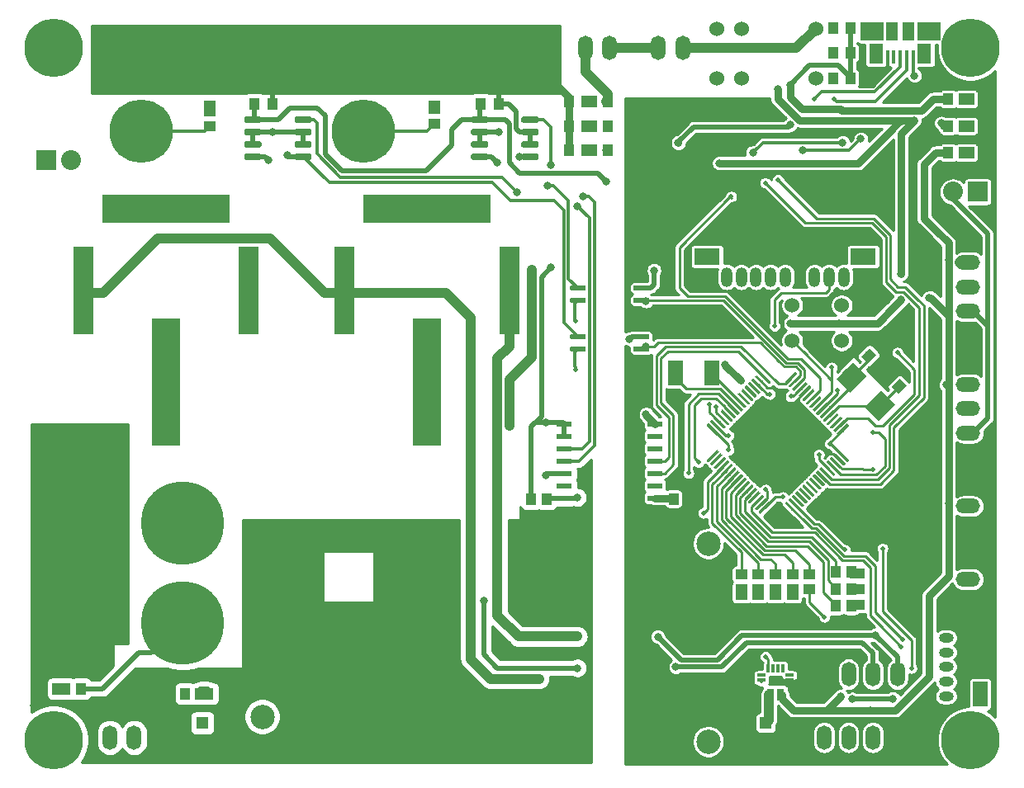
<source format=gbr>
G04 #@! TF.GenerationSoftware,KiCad,Pcbnew,(5.1.4)-1*
G04 #@! TF.CreationDate,2019-11-09T18:11:51+09:00*
G04 #@! TF.ProjectId,Electrocity_Manager,456c6563-7472-46f6-9369-74795f4d616e,rev?*
G04 #@! TF.SameCoordinates,Original*
G04 #@! TF.FileFunction,Copper,L1,Top*
G04 #@! TF.FilePolarity,Positive*
%FSLAX46Y46*%
G04 Gerber Fmt 4.6, Leading zero omitted, Abs format (unit mm)*
G04 Created by KiCad (PCBNEW (5.1.4)-1) date 2019-11-09 18:11:51*
%MOMM*%
%LPD*%
G04 APERTURE LIST*
%ADD10C,1.524000*%
%ADD11C,1.000000*%
%ADD12C,0.100000*%
%ADD13C,2.000000*%
%ADD14R,1.000000X1.200000*%
%ADD15R,1.200000X1.000000*%
%ADD16C,6.500000*%
%ADD17C,1.300000*%
%ADD18R,1.300000X1.300000*%
%ADD19R,2.032000X2.032000*%
%ADD20O,2.032000X2.032000*%
%ADD21O,2.500000X1.500000*%
%ADD22O,1.500000X2.500000*%
%ADD23C,8.500000*%
%ADD24R,1.500000X2.600000*%
%ADD25R,3.000000X13.000000*%
%ADD26R,2.000000X9.000000*%
%ADD27R,13.000000X3.000000*%
%ADD28O,1.524000X1.000000*%
%ADD29C,4.500880*%
%ADD30R,0.400000X1.300000*%
%ADD31R,0.850000X0.300000*%
%ADD32R,0.300000X0.850000*%
%ADD33C,2.500000*%
%ADD34R,1.500000X0.600000*%
%ADD35R,1.175000X1.900000*%
%ADD36R,2.375000X1.900000*%
%ADD37R,1.475000X2.100000*%
%ADD38R,0.450000X1.380000*%
%ADD39R,1.500000X1.000000*%
%ADD40O,1.200000X2.000000*%
%ADD41R,2.600000X1.700000*%
%ADD42C,0.300000*%
%ADD43C,0.550000*%
%ADD44C,0.600000*%
%ADD45C,6.000000*%
%ADD46C,0.800000*%
%ADD47C,0.500000*%
%ADD48C,0.250000*%
%ADD49C,0.300000*%
%ADD50C,1.000000*%
%ADD51C,0.800000*%
%ADD52C,0.500000*%
%ADD53C,0.254000*%
G04 APERTURE END LIST*
D10*
X131790000Y-127400000D03*
X129250000Y-127400000D03*
X126710000Y-127400000D03*
D11*
X134578249Y-132578249D03*
D12*
G36*
X133800432Y-132648960D02*
G01*
X134648960Y-131800432D01*
X135356066Y-132507538D01*
X134507538Y-133356066D01*
X133800432Y-132648960D01*
X133800432Y-132648960D01*
G37*
D11*
X135907609Y-133907609D03*
D12*
G36*
X135129792Y-133978320D02*
G01*
X135978320Y-133129792D01*
X136685426Y-133836898D01*
X135836898Y-134685426D01*
X135129792Y-133978320D01*
X135129792Y-133978320D01*
G37*
D13*
X132800431Y-134800431D03*
D12*
G36*
X134356066Y-134659010D02*
G01*
X132659010Y-136356066D01*
X131244796Y-134941852D01*
X132941852Y-133244796D01*
X134356066Y-134659010D01*
X134356066Y-134659010D01*
G37*
D13*
X135699569Y-137699569D03*
D12*
G36*
X137255204Y-137558148D02*
G01*
X135558148Y-139255204D01*
X134143934Y-137840990D01*
X135840990Y-136143934D01*
X137255204Y-137558148D01*
X137255204Y-137558148D01*
G37*
D14*
X131220000Y-156500000D03*
X132780000Y-156500000D03*
X132750000Y-158250000D03*
X131190000Y-158250000D03*
X132780000Y-154750000D03*
X131220000Y-154750000D03*
D15*
X123250000Y-158910000D03*
X123250000Y-157150000D03*
D16*
X82750000Y-102500000D03*
X82750000Y-109500000D03*
X60000000Y-109500000D03*
X60000000Y-102500000D03*
D14*
X116430000Y-147250000D03*
X114550000Y-147250000D03*
D17*
X66250000Y-172750000D03*
D18*
X66250000Y-170250000D03*
X124000000Y-170250000D03*
D17*
X124000000Y-172750000D03*
D19*
X145750000Y-115750000D03*
D20*
X143210000Y-115750000D03*
D21*
X144750000Y-128000000D03*
X144750000Y-125500000D03*
X144750000Y-123000000D03*
X144750000Y-120500000D03*
D22*
X59250000Y-171750000D03*
X56750000Y-171750000D03*
D23*
X53250000Y-160000000D03*
X64250000Y-160000000D03*
X64250000Y-149750000D03*
X53250000Y-149750000D03*
D24*
X146000000Y-161700000D03*
X146000000Y-167300000D03*
D25*
X62500000Y-135250000D03*
D26*
X54050000Y-125900000D03*
X70950000Y-125900000D03*
D27*
X62500000Y-117500000D03*
X89250000Y-117500000D03*
D26*
X97700000Y-125900000D03*
X80800000Y-125900000D03*
D25*
X89250000Y-135250000D03*
D28*
X142500000Y-160000000D03*
X142500000Y-161500000D03*
X142500000Y-163000000D03*
X142500000Y-164500000D03*
X142500000Y-166000000D03*
X142500000Y-167500000D03*
D11*
X137671751Y-135671751D03*
D12*
G36*
X138449568Y-135601040D02*
G01*
X137601040Y-136449568D01*
X136893934Y-135742462D01*
X137742462Y-134893934D01*
X138449568Y-135601040D01*
X138449568Y-135601040D01*
G37*
D11*
X136342391Y-134342391D03*
D12*
G36*
X137120208Y-134271680D02*
G01*
X136271680Y-135120208D01*
X135564574Y-134413102D01*
X136413102Y-133564574D01*
X137120208Y-134271680D01*
X137120208Y-134271680D01*
G37*
D14*
X144870000Y-111750000D03*
X146630000Y-111750000D03*
X146630000Y-109000000D03*
X144870000Y-109000000D03*
X144870000Y-106250000D03*
X146630000Y-106250000D03*
D15*
X121500000Y-157150000D03*
X121500000Y-158910000D03*
X125000000Y-157150000D03*
X125000000Y-158910000D03*
X126750000Y-158910000D03*
X126750000Y-157150000D03*
D14*
X51380000Y-166750000D03*
X49620000Y-166750000D03*
X66870000Y-167250000D03*
X68630000Y-167250000D03*
D15*
X67000000Y-105120000D03*
X67000000Y-106880000D03*
X90000000Y-106880000D03*
X90000000Y-105120000D03*
D14*
X103860000Y-108990000D03*
X105620000Y-108990000D03*
X103860000Y-106490000D03*
X105620000Y-106490000D03*
X103860000Y-111490000D03*
X105620000Y-111490000D03*
D19*
X50250000Y-112500000D03*
D20*
X52790000Y-112500000D03*
D22*
X137500000Y-165250000D03*
X135000000Y-165250000D03*
X132500000Y-165250000D03*
X130000000Y-165250000D03*
D21*
X144750000Y-153000000D03*
X144750000Y-155500000D03*
X144750000Y-148000000D03*
X144750000Y-145500000D03*
D22*
X108000000Y-101000000D03*
X105500000Y-101000000D03*
X113000000Y-101000000D03*
X115500000Y-101000000D03*
D29*
X99000000Y-101500000D03*
D14*
X142720000Y-111750000D03*
X144280000Y-111750000D03*
X144280000Y-109000000D03*
X142720000Y-109000000D03*
X142720000Y-106250000D03*
X144280000Y-106250000D03*
D15*
X121500000Y-156560000D03*
X121500000Y-155000000D03*
X123250000Y-155000000D03*
X123250000Y-156560000D03*
X125000000Y-156560000D03*
X125000000Y-155000000D03*
X126750000Y-155000000D03*
X126750000Y-156560000D03*
X128500000Y-156530000D03*
X128500000Y-154970000D03*
D14*
X101530000Y-147250000D03*
X99970000Y-147250000D03*
X52220000Y-166750000D03*
X53780000Y-166750000D03*
X64470000Y-167250000D03*
X66030000Y-167250000D03*
D15*
X67000000Y-107470000D03*
X67000000Y-109030000D03*
X90000000Y-108780000D03*
X90000000Y-107220000D03*
D14*
X106220000Y-108990000D03*
X107780000Y-108990000D03*
X107780000Y-106490000D03*
X106220000Y-106490000D03*
X107780000Y-111490000D03*
X106220000Y-111490000D03*
D21*
X144750000Y-140500000D03*
X144750000Y-138000000D03*
X144750000Y-135500000D03*
X144750000Y-133000000D03*
D30*
X125700000Y-167350000D03*
X124700000Y-167350000D03*
D31*
X123550000Y-165850000D03*
X123550000Y-165350000D03*
D32*
X124250000Y-164650000D03*
X124750000Y-164650000D03*
X125250000Y-164650000D03*
X125750000Y-164650000D03*
D31*
X126450000Y-165350000D03*
X126450000Y-165850000D03*
D30*
X125300000Y-167350000D03*
X124300000Y-167350000D03*
D33*
X118110000Y-151840000D03*
X118110000Y-162000000D03*
X118110000Y-172160000D03*
X72390000Y-154380000D03*
X72390000Y-164540000D03*
X72390000Y-169620000D03*
D34*
X103350000Y-139555000D03*
X103350000Y-140825000D03*
X103350000Y-142095000D03*
X103350000Y-143365000D03*
X103350000Y-144635000D03*
X103350000Y-145905000D03*
X103350000Y-147175000D03*
X103350000Y-148445000D03*
X112650000Y-148445000D03*
X112650000Y-147175000D03*
X112650000Y-145905000D03*
X112650000Y-144635000D03*
X112650000Y-143365000D03*
X112650000Y-142095000D03*
X112650000Y-140825000D03*
X112650000Y-139555000D03*
D22*
X130000000Y-171750000D03*
X132500000Y-171750000D03*
X135000000Y-171750000D03*
X137500000Y-171750000D03*
D14*
X130920000Y-104100000D03*
X132680000Y-104100000D03*
X132680000Y-101500000D03*
X130920000Y-101500000D03*
X130920000Y-98950000D03*
X132680000Y-98950000D03*
D10*
X129160000Y-99000000D03*
X129160000Y-104080000D03*
X121540000Y-99000000D03*
X121540000Y-104080000D03*
X119000000Y-104080000D03*
X119000000Y-99000000D03*
D35*
X136960000Y-99250000D03*
X138640000Y-99250000D03*
D36*
X134890000Y-99250000D03*
X140710000Y-99250000D03*
D37*
X135337500Y-101550000D03*
X140262500Y-101550000D03*
D38*
X136500000Y-101910000D03*
X137150000Y-101910000D03*
X137800000Y-101910000D03*
X138450000Y-101910000D03*
X139100000Y-101910000D03*
D10*
X131790000Y-131000000D03*
X129250000Y-131000000D03*
X126710000Y-131000000D03*
D24*
X114750000Y-134300000D03*
X114750000Y-128700000D03*
X118500000Y-128700000D03*
X118500000Y-134300000D03*
D39*
X138400000Y-154900000D03*
X138400000Y-156500000D03*
X138400000Y-158100000D03*
X133400000Y-158100000D03*
X133400000Y-156500000D03*
X133400000Y-154900000D03*
D40*
X132000000Y-124500000D03*
X130500000Y-124500000D03*
X129000000Y-124500000D03*
X127500000Y-124500000D03*
X126000000Y-124500000D03*
X124500000Y-124500000D03*
X123000000Y-124500000D03*
X121500000Y-124500000D03*
X120000000Y-124500000D03*
D41*
X134000000Y-122400000D03*
X118000000Y-122400000D03*
D12*
G36*
X132363774Y-139516172D02*
G01*
X132371055Y-139517252D01*
X132378194Y-139519040D01*
X132385124Y-139521520D01*
X132391778Y-139524667D01*
X132398091Y-139528451D01*
X132404002Y-139532835D01*
X132409456Y-139537778D01*
X132515522Y-139643844D01*
X132520465Y-139649298D01*
X132524849Y-139655209D01*
X132528633Y-139661522D01*
X132531780Y-139668176D01*
X132534260Y-139675106D01*
X132536048Y-139682245D01*
X132537128Y-139689526D01*
X132537489Y-139696877D01*
X132537128Y-139704228D01*
X132536048Y-139711509D01*
X132534260Y-139718648D01*
X132531780Y-139725578D01*
X132528633Y-139732232D01*
X132524849Y-139738545D01*
X132520465Y-139744456D01*
X132515522Y-139749910D01*
X131525572Y-140739860D01*
X131520118Y-140744803D01*
X131514207Y-140749187D01*
X131507894Y-140752971D01*
X131501240Y-140756118D01*
X131494310Y-140758598D01*
X131487171Y-140760386D01*
X131479890Y-140761466D01*
X131472539Y-140761827D01*
X131465188Y-140761466D01*
X131457907Y-140760386D01*
X131450768Y-140758598D01*
X131443838Y-140756118D01*
X131437184Y-140752971D01*
X131430871Y-140749187D01*
X131424960Y-140744803D01*
X131419506Y-140739860D01*
X131313440Y-140633794D01*
X131308497Y-140628340D01*
X131304113Y-140622429D01*
X131300329Y-140616116D01*
X131297182Y-140609462D01*
X131294702Y-140602532D01*
X131292914Y-140595393D01*
X131291834Y-140588112D01*
X131291473Y-140580761D01*
X131291834Y-140573410D01*
X131292914Y-140566129D01*
X131294702Y-140558990D01*
X131297182Y-140552060D01*
X131300329Y-140545406D01*
X131304113Y-140539093D01*
X131308497Y-140533182D01*
X131313440Y-140527728D01*
X132303390Y-139537778D01*
X132308844Y-139532835D01*
X132314755Y-139528451D01*
X132321068Y-139524667D01*
X132327722Y-139521520D01*
X132334652Y-139519040D01*
X132341791Y-139517252D01*
X132349072Y-139516172D01*
X132356423Y-139515811D01*
X132363774Y-139516172D01*
X132363774Y-139516172D01*
G37*
D42*
X131914481Y-140138819D03*
D12*
G36*
X132010221Y-139162619D02*
G01*
X132017502Y-139163699D01*
X132024641Y-139165487D01*
X132031571Y-139167967D01*
X132038225Y-139171114D01*
X132044538Y-139174898D01*
X132050449Y-139179282D01*
X132055903Y-139184225D01*
X132161969Y-139290291D01*
X132166912Y-139295745D01*
X132171296Y-139301656D01*
X132175080Y-139307969D01*
X132178227Y-139314623D01*
X132180707Y-139321553D01*
X132182495Y-139328692D01*
X132183575Y-139335973D01*
X132183936Y-139343324D01*
X132183575Y-139350675D01*
X132182495Y-139357956D01*
X132180707Y-139365095D01*
X132178227Y-139372025D01*
X132175080Y-139378679D01*
X132171296Y-139384992D01*
X132166912Y-139390903D01*
X132161969Y-139396357D01*
X131172019Y-140386307D01*
X131166565Y-140391250D01*
X131160654Y-140395634D01*
X131154341Y-140399418D01*
X131147687Y-140402565D01*
X131140757Y-140405045D01*
X131133618Y-140406833D01*
X131126337Y-140407913D01*
X131118986Y-140408274D01*
X131111635Y-140407913D01*
X131104354Y-140406833D01*
X131097215Y-140405045D01*
X131090285Y-140402565D01*
X131083631Y-140399418D01*
X131077318Y-140395634D01*
X131071407Y-140391250D01*
X131065953Y-140386307D01*
X130959887Y-140280241D01*
X130954944Y-140274787D01*
X130950560Y-140268876D01*
X130946776Y-140262563D01*
X130943629Y-140255909D01*
X130941149Y-140248979D01*
X130939361Y-140241840D01*
X130938281Y-140234559D01*
X130937920Y-140227208D01*
X130938281Y-140219857D01*
X130939361Y-140212576D01*
X130941149Y-140205437D01*
X130943629Y-140198507D01*
X130946776Y-140191853D01*
X130950560Y-140185540D01*
X130954944Y-140179629D01*
X130959887Y-140174175D01*
X131949837Y-139184225D01*
X131955291Y-139179282D01*
X131961202Y-139174898D01*
X131967515Y-139171114D01*
X131974169Y-139167967D01*
X131981099Y-139165487D01*
X131988238Y-139163699D01*
X131995519Y-139162619D01*
X132002870Y-139162258D01*
X132010221Y-139162619D01*
X132010221Y-139162619D01*
G37*
D42*
X131560928Y-139785266D03*
D12*
G36*
X131656668Y-138809066D02*
G01*
X131663949Y-138810146D01*
X131671088Y-138811934D01*
X131678018Y-138814414D01*
X131684672Y-138817561D01*
X131690985Y-138821345D01*
X131696896Y-138825729D01*
X131702350Y-138830672D01*
X131808416Y-138936738D01*
X131813359Y-138942192D01*
X131817743Y-138948103D01*
X131821527Y-138954416D01*
X131824674Y-138961070D01*
X131827154Y-138968000D01*
X131828942Y-138975139D01*
X131830022Y-138982420D01*
X131830383Y-138989771D01*
X131830022Y-138997122D01*
X131828942Y-139004403D01*
X131827154Y-139011542D01*
X131824674Y-139018472D01*
X131821527Y-139025126D01*
X131817743Y-139031439D01*
X131813359Y-139037350D01*
X131808416Y-139042804D01*
X130818466Y-140032754D01*
X130813012Y-140037697D01*
X130807101Y-140042081D01*
X130800788Y-140045865D01*
X130794134Y-140049012D01*
X130787204Y-140051492D01*
X130780065Y-140053280D01*
X130772784Y-140054360D01*
X130765433Y-140054721D01*
X130758082Y-140054360D01*
X130750801Y-140053280D01*
X130743662Y-140051492D01*
X130736732Y-140049012D01*
X130730078Y-140045865D01*
X130723765Y-140042081D01*
X130717854Y-140037697D01*
X130712400Y-140032754D01*
X130606334Y-139926688D01*
X130601391Y-139921234D01*
X130597007Y-139915323D01*
X130593223Y-139909010D01*
X130590076Y-139902356D01*
X130587596Y-139895426D01*
X130585808Y-139888287D01*
X130584728Y-139881006D01*
X130584367Y-139873655D01*
X130584728Y-139866304D01*
X130585808Y-139859023D01*
X130587596Y-139851884D01*
X130590076Y-139844954D01*
X130593223Y-139838300D01*
X130597007Y-139831987D01*
X130601391Y-139826076D01*
X130606334Y-139820622D01*
X131596284Y-138830672D01*
X131601738Y-138825729D01*
X131607649Y-138821345D01*
X131613962Y-138817561D01*
X131620616Y-138814414D01*
X131627546Y-138811934D01*
X131634685Y-138810146D01*
X131641966Y-138809066D01*
X131649317Y-138808705D01*
X131656668Y-138809066D01*
X131656668Y-138809066D01*
G37*
D42*
X131207375Y-139431713D03*
D12*
G36*
X131303114Y-138455512D02*
G01*
X131310395Y-138456592D01*
X131317534Y-138458380D01*
X131324464Y-138460860D01*
X131331118Y-138464007D01*
X131337431Y-138467791D01*
X131343342Y-138472175D01*
X131348796Y-138477118D01*
X131454862Y-138583184D01*
X131459805Y-138588638D01*
X131464189Y-138594549D01*
X131467973Y-138600862D01*
X131471120Y-138607516D01*
X131473600Y-138614446D01*
X131475388Y-138621585D01*
X131476468Y-138628866D01*
X131476829Y-138636217D01*
X131476468Y-138643568D01*
X131475388Y-138650849D01*
X131473600Y-138657988D01*
X131471120Y-138664918D01*
X131467973Y-138671572D01*
X131464189Y-138677885D01*
X131459805Y-138683796D01*
X131454862Y-138689250D01*
X130464912Y-139679200D01*
X130459458Y-139684143D01*
X130453547Y-139688527D01*
X130447234Y-139692311D01*
X130440580Y-139695458D01*
X130433650Y-139697938D01*
X130426511Y-139699726D01*
X130419230Y-139700806D01*
X130411879Y-139701167D01*
X130404528Y-139700806D01*
X130397247Y-139699726D01*
X130390108Y-139697938D01*
X130383178Y-139695458D01*
X130376524Y-139692311D01*
X130370211Y-139688527D01*
X130364300Y-139684143D01*
X130358846Y-139679200D01*
X130252780Y-139573134D01*
X130247837Y-139567680D01*
X130243453Y-139561769D01*
X130239669Y-139555456D01*
X130236522Y-139548802D01*
X130234042Y-139541872D01*
X130232254Y-139534733D01*
X130231174Y-139527452D01*
X130230813Y-139520101D01*
X130231174Y-139512750D01*
X130232254Y-139505469D01*
X130234042Y-139498330D01*
X130236522Y-139491400D01*
X130239669Y-139484746D01*
X130243453Y-139478433D01*
X130247837Y-139472522D01*
X130252780Y-139467068D01*
X131242730Y-138477118D01*
X131248184Y-138472175D01*
X131254095Y-138467791D01*
X131260408Y-138464007D01*
X131267062Y-138460860D01*
X131273992Y-138458380D01*
X131281131Y-138456592D01*
X131288412Y-138455512D01*
X131295763Y-138455151D01*
X131303114Y-138455512D01*
X131303114Y-138455512D01*
G37*
D42*
X130853821Y-139078159D03*
D12*
G36*
X130949561Y-138101959D02*
G01*
X130956842Y-138103039D01*
X130963981Y-138104827D01*
X130970911Y-138107307D01*
X130977565Y-138110454D01*
X130983878Y-138114238D01*
X130989789Y-138118622D01*
X130995243Y-138123565D01*
X131101309Y-138229631D01*
X131106252Y-138235085D01*
X131110636Y-138240996D01*
X131114420Y-138247309D01*
X131117567Y-138253963D01*
X131120047Y-138260893D01*
X131121835Y-138268032D01*
X131122915Y-138275313D01*
X131123276Y-138282664D01*
X131122915Y-138290015D01*
X131121835Y-138297296D01*
X131120047Y-138304435D01*
X131117567Y-138311365D01*
X131114420Y-138318019D01*
X131110636Y-138324332D01*
X131106252Y-138330243D01*
X131101309Y-138335697D01*
X130111359Y-139325647D01*
X130105905Y-139330590D01*
X130099994Y-139334974D01*
X130093681Y-139338758D01*
X130087027Y-139341905D01*
X130080097Y-139344385D01*
X130072958Y-139346173D01*
X130065677Y-139347253D01*
X130058326Y-139347614D01*
X130050975Y-139347253D01*
X130043694Y-139346173D01*
X130036555Y-139344385D01*
X130029625Y-139341905D01*
X130022971Y-139338758D01*
X130016658Y-139334974D01*
X130010747Y-139330590D01*
X130005293Y-139325647D01*
X129899227Y-139219581D01*
X129894284Y-139214127D01*
X129889900Y-139208216D01*
X129886116Y-139201903D01*
X129882969Y-139195249D01*
X129880489Y-139188319D01*
X129878701Y-139181180D01*
X129877621Y-139173899D01*
X129877260Y-139166548D01*
X129877621Y-139159197D01*
X129878701Y-139151916D01*
X129880489Y-139144777D01*
X129882969Y-139137847D01*
X129886116Y-139131193D01*
X129889900Y-139124880D01*
X129894284Y-139118969D01*
X129899227Y-139113515D01*
X130889177Y-138123565D01*
X130894631Y-138118622D01*
X130900542Y-138114238D01*
X130906855Y-138110454D01*
X130913509Y-138107307D01*
X130920439Y-138104827D01*
X130927578Y-138103039D01*
X130934859Y-138101959D01*
X130942210Y-138101598D01*
X130949561Y-138101959D01*
X130949561Y-138101959D01*
G37*
D42*
X130500268Y-138724606D03*
D12*
G36*
X130596007Y-137748405D02*
G01*
X130603288Y-137749485D01*
X130610427Y-137751273D01*
X130617357Y-137753753D01*
X130624011Y-137756900D01*
X130630324Y-137760684D01*
X130636235Y-137765068D01*
X130641689Y-137770011D01*
X130747755Y-137876077D01*
X130752698Y-137881531D01*
X130757082Y-137887442D01*
X130760866Y-137893755D01*
X130764013Y-137900409D01*
X130766493Y-137907339D01*
X130768281Y-137914478D01*
X130769361Y-137921759D01*
X130769722Y-137929110D01*
X130769361Y-137936461D01*
X130768281Y-137943742D01*
X130766493Y-137950881D01*
X130764013Y-137957811D01*
X130760866Y-137964465D01*
X130757082Y-137970778D01*
X130752698Y-137976689D01*
X130747755Y-137982143D01*
X129757805Y-138972093D01*
X129752351Y-138977036D01*
X129746440Y-138981420D01*
X129740127Y-138985204D01*
X129733473Y-138988351D01*
X129726543Y-138990831D01*
X129719404Y-138992619D01*
X129712123Y-138993699D01*
X129704772Y-138994060D01*
X129697421Y-138993699D01*
X129690140Y-138992619D01*
X129683001Y-138990831D01*
X129676071Y-138988351D01*
X129669417Y-138985204D01*
X129663104Y-138981420D01*
X129657193Y-138977036D01*
X129651739Y-138972093D01*
X129545673Y-138866027D01*
X129540730Y-138860573D01*
X129536346Y-138854662D01*
X129532562Y-138848349D01*
X129529415Y-138841695D01*
X129526935Y-138834765D01*
X129525147Y-138827626D01*
X129524067Y-138820345D01*
X129523706Y-138812994D01*
X129524067Y-138805643D01*
X129525147Y-138798362D01*
X129526935Y-138791223D01*
X129529415Y-138784293D01*
X129532562Y-138777639D01*
X129536346Y-138771326D01*
X129540730Y-138765415D01*
X129545673Y-138759961D01*
X130535623Y-137770011D01*
X130541077Y-137765068D01*
X130546988Y-137760684D01*
X130553301Y-137756900D01*
X130559955Y-137753753D01*
X130566885Y-137751273D01*
X130574024Y-137749485D01*
X130581305Y-137748405D01*
X130588656Y-137748044D01*
X130596007Y-137748405D01*
X130596007Y-137748405D01*
G37*
D42*
X130146714Y-138371052D03*
D12*
G36*
X130242454Y-137394852D02*
G01*
X130249735Y-137395932D01*
X130256874Y-137397720D01*
X130263804Y-137400200D01*
X130270458Y-137403347D01*
X130276771Y-137407131D01*
X130282682Y-137411515D01*
X130288136Y-137416458D01*
X130394202Y-137522524D01*
X130399145Y-137527978D01*
X130403529Y-137533889D01*
X130407313Y-137540202D01*
X130410460Y-137546856D01*
X130412940Y-137553786D01*
X130414728Y-137560925D01*
X130415808Y-137568206D01*
X130416169Y-137575557D01*
X130415808Y-137582908D01*
X130414728Y-137590189D01*
X130412940Y-137597328D01*
X130410460Y-137604258D01*
X130407313Y-137610912D01*
X130403529Y-137617225D01*
X130399145Y-137623136D01*
X130394202Y-137628590D01*
X129404252Y-138618540D01*
X129398798Y-138623483D01*
X129392887Y-138627867D01*
X129386574Y-138631651D01*
X129379920Y-138634798D01*
X129372990Y-138637278D01*
X129365851Y-138639066D01*
X129358570Y-138640146D01*
X129351219Y-138640507D01*
X129343868Y-138640146D01*
X129336587Y-138639066D01*
X129329448Y-138637278D01*
X129322518Y-138634798D01*
X129315864Y-138631651D01*
X129309551Y-138627867D01*
X129303640Y-138623483D01*
X129298186Y-138618540D01*
X129192120Y-138512474D01*
X129187177Y-138507020D01*
X129182793Y-138501109D01*
X129179009Y-138494796D01*
X129175862Y-138488142D01*
X129173382Y-138481212D01*
X129171594Y-138474073D01*
X129170514Y-138466792D01*
X129170153Y-138459441D01*
X129170514Y-138452090D01*
X129171594Y-138444809D01*
X129173382Y-138437670D01*
X129175862Y-138430740D01*
X129179009Y-138424086D01*
X129182793Y-138417773D01*
X129187177Y-138411862D01*
X129192120Y-138406408D01*
X130182070Y-137416458D01*
X130187524Y-137411515D01*
X130193435Y-137407131D01*
X130199748Y-137403347D01*
X130206402Y-137400200D01*
X130213332Y-137397720D01*
X130220471Y-137395932D01*
X130227752Y-137394852D01*
X130235103Y-137394491D01*
X130242454Y-137394852D01*
X130242454Y-137394852D01*
G37*
D42*
X129793161Y-138017499D03*
D12*
G36*
X129888901Y-137041299D02*
G01*
X129896182Y-137042379D01*
X129903321Y-137044167D01*
X129910251Y-137046647D01*
X129916905Y-137049794D01*
X129923218Y-137053578D01*
X129929129Y-137057962D01*
X129934583Y-137062905D01*
X130040649Y-137168971D01*
X130045592Y-137174425D01*
X130049976Y-137180336D01*
X130053760Y-137186649D01*
X130056907Y-137193303D01*
X130059387Y-137200233D01*
X130061175Y-137207372D01*
X130062255Y-137214653D01*
X130062616Y-137222004D01*
X130062255Y-137229355D01*
X130061175Y-137236636D01*
X130059387Y-137243775D01*
X130056907Y-137250705D01*
X130053760Y-137257359D01*
X130049976Y-137263672D01*
X130045592Y-137269583D01*
X130040649Y-137275037D01*
X129050699Y-138264987D01*
X129045245Y-138269930D01*
X129039334Y-138274314D01*
X129033021Y-138278098D01*
X129026367Y-138281245D01*
X129019437Y-138283725D01*
X129012298Y-138285513D01*
X129005017Y-138286593D01*
X128997666Y-138286954D01*
X128990315Y-138286593D01*
X128983034Y-138285513D01*
X128975895Y-138283725D01*
X128968965Y-138281245D01*
X128962311Y-138278098D01*
X128955998Y-138274314D01*
X128950087Y-138269930D01*
X128944633Y-138264987D01*
X128838567Y-138158921D01*
X128833624Y-138153467D01*
X128829240Y-138147556D01*
X128825456Y-138141243D01*
X128822309Y-138134589D01*
X128819829Y-138127659D01*
X128818041Y-138120520D01*
X128816961Y-138113239D01*
X128816600Y-138105888D01*
X128816961Y-138098537D01*
X128818041Y-138091256D01*
X128819829Y-138084117D01*
X128822309Y-138077187D01*
X128825456Y-138070533D01*
X128829240Y-138064220D01*
X128833624Y-138058309D01*
X128838567Y-138052855D01*
X129828517Y-137062905D01*
X129833971Y-137057962D01*
X129839882Y-137053578D01*
X129846195Y-137049794D01*
X129852849Y-137046647D01*
X129859779Y-137044167D01*
X129866918Y-137042379D01*
X129874199Y-137041299D01*
X129881550Y-137040938D01*
X129888901Y-137041299D01*
X129888901Y-137041299D01*
G37*
D42*
X129439608Y-137663946D03*
D12*
G36*
X129535347Y-136687745D02*
G01*
X129542628Y-136688825D01*
X129549767Y-136690613D01*
X129556697Y-136693093D01*
X129563351Y-136696240D01*
X129569664Y-136700024D01*
X129575575Y-136704408D01*
X129581029Y-136709351D01*
X129687095Y-136815417D01*
X129692038Y-136820871D01*
X129696422Y-136826782D01*
X129700206Y-136833095D01*
X129703353Y-136839749D01*
X129705833Y-136846679D01*
X129707621Y-136853818D01*
X129708701Y-136861099D01*
X129709062Y-136868450D01*
X129708701Y-136875801D01*
X129707621Y-136883082D01*
X129705833Y-136890221D01*
X129703353Y-136897151D01*
X129700206Y-136903805D01*
X129696422Y-136910118D01*
X129692038Y-136916029D01*
X129687095Y-136921483D01*
X128697145Y-137911433D01*
X128691691Y-137916376D01*
X128685780Y-137920760D01*
X128679467Y-137924544D01*
X128672813Y-137927691D01*
X128665883Y-137930171D01*
X128658744Y-137931959D01*
X128651463Y-137933039D01*
X128644112Y-137933400D01*
X128636761Y-137933039D01*
X128629480Y-137931959D01*
X128622341Y-137930171D01*
X128615411Y-137927691D01*
X128608757Y-137924544D01*
X128602444Y-137920760D01*
X128596533Y-137916376D01*
X128591079Y-137911433D01*
X128485013Y-137805367D01*
X128480070Y-137799913D01*
X128475686Y-137794002D01*
X128471902Y-137787689D01*
X128468755Y-137781035D01*
X128466275Y-137774105D01*
X128464487Y-137766966D01*
X128463407Y-137759685D01*
X128463046Y-137752334D01*
X128463407Y-137744983D01*
X128464487Y-137737702D01*
X128466275Y-137730563D01*
X128468755Y-137723633D01*
X128471902Y-137716979D01*
X128475686Y-137710666D01*
X128480070Y-137704755D01*
X128485013Y-137699301D01*
X129474963Y-136709351D01*
X129480417Y-136704408D01*
X129486328Y-136700024D01*
X129492641Y-136696240D01*
X129499295Y-136693093D01*
X129506225Y-136690613D01*
X129513364Y-136688825D01*
X129520645Y-136687745D01*
X129527996Y-136687384D01*
X129535347Y-136687745D01*
X129535347Y-136687745D01*
G37*
D42*
X129086054Y-137310392D03*
D12*
G36*
X129181794Y-136334192D02*
G01*
X129189075Y-136335272D01*
X129196214Y-136337060D01*
X129203144Y-136339540D01*
X129209798Y-136342687D01*
X129216111Y-136346471D01*
X129222022Y-136350855D01*
X129227476Y-136355798D01*
X129333542Y-136461864D01*
X129338485Y-136467318D01*
X129342869Y-136473229D01*
X129346653Y-136479542D01*
X129349800Y-136486196D01*
X129352280Y-136493126D01*
X129354068Y-136500265D01*
X129355148Y-136507546D01*
X129355509Y-136514897D01*
X129355148Y-136522248D01*
X129354068Y-136529529D01*
X129352280Y-136536668D01*
X129349800Y-136543598D01*
X129346653Y-136550252D01*
X129342869Y-136556565D01*
X129338485Y-136562476D01*
X129333542Y-136567930D01*
X128343592Y-137557880D01*
X128338138Y-137562823D01*
X128332227Y-137567207D01*
X128325914Y-137570991D01*
X128319260Y-137574138D01*
X128312330Y-137576618D01*
X128305191Y-137578406D01*
X128297910Y-137579486D01*
X128290559Y-137579847D01*
X128283208Y-137579486D01*
X128275927Y-137578406D01*
X128268788Y-137576618D01*
X128261858Y-137574138D01*
X128255204Y-137570991D01*
X128248891Y-137567207D01*
X128242980Y-137562823D01*
X128237526Y-137557880D01*
X128131460Y-137451814D01*
X128126517Y-137446360D01*
X128122133Y-137440449D01*
X128118349Y-137434136D01*
X128115202Y-137427482D01*
X128112722Y-137420552D01*
X128110934Y-137413413D01*
X128109854Y-137406132D01*
X128109493Y-137398781D01*
X128109854Y-137391430D01*
X128110934Y-137384149D01*
X128112722Y-137377010D01*
X128115202Y-137370080D01*
X128118349Y-137363426D01*
X128122133Y-137357113D01*
X128126517Y-137351202D01*
X128131460Y-137345748D01*
X129121410Y-136355798D01*
X129126864Y-136350855D01*
X129132775Y-136346471D01*
X129139088Y-136342687D01*
X129145742Y-136339540D01*
X129152672Y-136337060D01*
X129159811Y-136335272D01*
X129167092Y-136334192D01*
X129174443Y-136333831D01*
X129181794Y-136334192D01*
X129181794Y-136334192D01*
G37*
D42*
X128732501Y-136956839D03*
D12*
G36*
X128828241Y-135980639D02*
G01*
X128835522Y-135981719D01*
X128842661Y-135983507D01*
X128849591Y-135985987D01*
X128856245Y-135989134D01*
X128862558Y-135992918D01*
X128868469Y-135997302D01*
X128873923Y-136002245D01*
X128979989Y-136108311D01*
X128984932Y-136113765D01*
X128989316Y-136119676D01*
X128993100Y-136125989D01*
X128996247Y-136132643D01*
X128998727Y-136139573D01*
X129000515Y-136146712D01*
X129001595Y-136153993D01*
X129001956Y-136161344D01*
X129001595Y-136168695D01*
X129000515Y-136175976D01*
X128998727Y-136183115D01*
X128996247Y-136190045D01*
X128993100Y-136196699D01*
X128989316Y-136203012D01*
X128984932Y-136208923D01*
X128979989Y-136214377D01*
X127990039Y-137204327D01*
X127984585Y-137209270D01*
X127978674Y-137213654D01*
X127972361Y-137217438D01*
X127965707Y-137220585D01*
X127958777Y-137223065D01*
X127951638Y-137224853D01*
X127944357Y-137225933D01*
X127937006Y-137226294D01*
X127929655Y-137225933D01*
X127922374Y-137224853D01*
X127915235Y-137223065D01*
X127908305Y-137220585D01*
X127901651Y-137217438D01*
X127895338Y-137213654D01*
X127889427Y-137209270D01*
X127883973Y-137204327D01*
X127777907Y-137098261D01*
X127772964Y-137092807D01*
X127768580Y-137086896D01*
X127764796Y-137080583D01*
X127761649Y-137073929D01*
X127759169Y-137066999D01*
X127757381Y-137059860D01*
X127756301Y-137052579D01*
X127755940Y-137045228D01*
X127756301Y-137037877D01*
X127757381Y-137030596D01*
X127759169Y-137023457D01*
X127761649Y-137016527D01*
X127764796Y-137009873D01*
X127768580Y-137003560D01*
X127772964Y-136997649D01*
X127777907Y-136992195D01*
X128767857Y-136002245D01*
X128773311Y-135997302D01*
X128779222Y-135992918D01*
X128785535Y-135989134D01*
X128792189Y-135985987D01*
X128799119Y-135983507D01*
X128806258Y-135981719D01*
X128813539Y-135980639D01*
X128820890Y-135980278D01*
X128828241Y-135980639D01*
X128828241Y-135980639D01*
G37*
D42*
X128378948Y-136603286D03*
D12*
G36*
X128474687Y-135627085D02*
G01*
X128481968Y-135628165D01*
X128489107Y-135629953D01*
X128496037Y-135632433D01*
X128502691Y-135635580D01*
X128509004Y-135639364D01*
X128514915Y-135643748D01*
X128520369Y-135648691D01*
X128626435Y-135754757D01*
X128631378Y-135760211D01*
X128635762Y-135766122D01*
X128639546Y-135772435D01*
X128642693Y-135779089D01*
X128645173Y-135786019D01*
X128646961Y-135793158D01*
X128648041Y-135800439D01*
X128648402Y-135807790D01*
X128648041Y-135815141D01*
X128646961Y-135822422D01*
X128645173Y-135829561D01*
X128642693Y-135836491D01*
X128639546Y-135843145D01*
X128635762Y-135849458D01*
X128631378Y-135855369D01*
X128626435Y-135860823D01*
X127636485Y-136850773D01*
X127631031Y-136855716D01*
X127625120Y-136860100D01*
X127618807Y-136863884D01*
X127612153Y-136867031D01*
X127605223Y-136869511D01*
X127598084Y-136871299D01*
X127590803Y-136872379D01*
X127583452Y-136872740D01*
X127576101Y-136872379D01*
X127568820Y-136871299D01*
X127561681Y-136869511D01*
X127554751Y-136867031D01*
X127548097Y-136863884D01*
X127541784Y-136860100D01*
X127535873Y-136855716D01*
X127530419Y-136850773D01*
X127424353Y-136744707D01*
X127419410Y-136739253D01*
X127415026Y-136733342D01*
X127411242Y-136727029D01*
X127408095Y-136720375D01*
X127405615Y-136713445D01*
X127403827Y-136706306D01*
X127402747Y-136699025D01*
X127402386Y-136691674D01*
X127402747Y-136684323D01*
X127403827Y-136677042D01*
X127405615Y-136669903D01*
X127408095Y-136662973D01*
X127411242Y-136656319D01*
X127415026Y-136650006D01*
X127419410Y-136644095D01*
X127424353Y-136638641D01*
X128414303Y-135648691D01*
X128419757Y-135643748D01*
X128425668Y-135639364D01*
X128431981Y-135635580D01*
X128438635Y-135632433D01*
X128445565Y-135629953D01*
X128452704Y-135628165D01*
X128459985Y-135627085D01*
X128467336Y-135626724D01*
X128474687Y-135627085D01*
X128474687Y-135627085D01*
G37*
D42*
X128025394Y-136249732D03*
D12*
G36*
X128121134Y-135273532D02*
G01*
X128128415Y-135274612D01*
X128135554Y-135276400D01*
X128142484Y-135278880D01*
X128149138Y-135282027D01*
X128155451Y-135285811D01*
X128161362Y-135290195D01*
X128166816Y-135295138D01*
X128272882Y-135401204D01*
X128277825Y-135406658D01*
X128282209Y-135412569D01*
X128285993Y-135418882D01*
X128289140Y-135425536D01*
X128291620Y-135432466D01*
X128293408Y-135439605D01*
X128294488Y-135446886D01*
X128294849Y-135454237D01*
X128294488Y-135461588D01*
X128293408Y-135468869D01*
X128291620Y-135476008D01*
X128289140Y-135482938D01*
X128285993Y-135489592D01*
X128282209Y-135495905D01*
X128277825Y-135501816D01*
X128272882Y-135507270D01*
X127282932Y-136497220D01*
X127277478Y-136502163D01*
X127271567Y-136506547D01*
X127265254Y-136510331D01*
X127258600Y-136513478D01*
X127251670Y-136515958D01*
X127244531Y-136517746D01*
X127237250Y-136518826D01*
X127229899Y-136519187D01*
X127222548Y-136518826D01*
X127215267Y-136517746D01*
X127208128Y-136515958D01*
X127201198Y-136513478D01*
X127194544Y-136510331D01*
X127188231Y-136506547D01*
X127182320Y-136502163D01*
X127176866Y-136497220D01*
X127070800Y-136391154D01*
X127065857Y-136385700D01*
X127061473Y-136379789D01*
X127057689Y-136373476D01*
X127054542Y-136366822D01*
X127052062Y-136359892D01*
X127050274Y-136352753D01*
X127049194Y-136345472D01*
X127048833Y-136338121D01*
X127049194Y-136330770D01*
X127050274Y-136323489D01*
X127052062Y-136316350D01*
X127054542Y-136309420D01*
X127057689Y-136302766D01*
X127061473Y-136296453D01*
X127065857Y-136290542D01*
X127070800Y-136285088D01*
X128060750Y-135295138D01*
X128066204Y-135290195D01*
X128072115Y-135285811D01*
X128078428Y-135282027D01*
X128085082Y-135278880D01*
X128092012Y-135276400D01*
X128099151Y-135274612D01*
X128106432Y-135273532D01*
X128113783Y-135273171D01*
X128121134Y-135273532D01*
X128121134Y-135273532D01*
G37*
D42*
X127671841Y-135896179D03*
D12*
G36*
X127767580Y-134919978D02*
G01*
X127774861Y-134921058D01*
X127782000Y-134922846D01*
X127788930Y-134925326D01*
X127795584Y-134928473D01*
X127801897Y-134932257D01*
X127807808Y-134936641D01*
X127813262Y-134941584D01*
X127919328Y-135047650D01*
X127924271Y-135053104D01*
X127928655Y-135059015D01*
X127932439Y-135065328D01*
X127935586Y-135071982D01*
X127938066Y-135078912D01*
X127939854Y-135086051D01*
X127940934Y-135093332D01*
X127941295Y-135100683D01*
X127940934Y-135108034D01*
X127939854Y-135115315D01*
X127938066Y-135122454D01*
X127935586Y-135129384D01*
X127932439Y-135136038D01*
X127928655Y-135142351D01*
X127924271Y-135148262D01*
X127919328Y-135153716D01*
X126929378Y-136143666D01*
X126923924Y-136148609D01*
X126918013Y-136152993D01*
X126911700Y-136156777D01*
X126905046Y-136159924D01*
X126898116Y-136162404D01*
X126890977Y-136164192D01*
X126883696Y-136165272D01*
X126876345Y-136165633D01*
X126868994Y-136165272D01*
X126861713Y-136164192D01*
X126854574Y-136162404D01*
X126847644Y-136159924D01*
X126840990Y-136156777D01*
X126834677Y-136152993D01*
X126828766Y-136148609D01*
X126823312Y-136143666D01*
X126717246Y-136037600D01*
X126712303Y-136032146D01*
X126707919Y-136026235D01*
X126704135Y-136019922D01*
X126700988Y-136013268D01*
X126698508Y-136006338D01*
X126696720Y-135999199D01*
X126695640Y-135991918D01*
X126695279Y-135984567D01*
X126695640Y-135977216D01*
X126696720Y-135969935D01*
X126698508Y-135962796D01*
X126700988Y-135955866D01*
X126704135Y-135949212D01*
X126707919Y-135942899D01*
X126712303Y-135936988D01*
X126717246Y-135931534D01*
X127707196Y-134941584D01*
X127712650Y-134936641D01*
X127718561Y-134932257D01*
X127724874Y-134928473D01*
X127731528Y-134925326D01*
X127738458Y-134922846D01*
X127745597Y-134921058D01*
X127752878Y-134919978D01*
X127760229Y-134919617D01*
X127767580Y-134919978D01*
X127767580Y-134919978D01*
G37*
D42*
X127318287Y-135542625D03*
D12*
G36*
X127414027Y-134566425D02*
G01*
X127421308Y-134567505D01*
X127428447Y-134569293D01*
X127435377Y-134571773D01*
X127442031Y-134574920D01*
X127448344Y-134578704D01*
X127454255Y-134583088D01*
X127459709Y-134588031D01*
X127565775Y-134694097D01*
X127570718Y-134699551D01*
X127575102Y-134705462D01*
X127578886Y-134711775D01*
X127582033Y-134718429D01*
X127584513Y-134725359D01*
X127586301Y-134732498D01*
X127587381Y-134739779D01*
X127587742Y-134747130D01*
X127587381Y-134754481D01*
X127586301Y-134761762D01*
X127584513Y-134768901D01*
X127582033Y-134775831D01*
X127578886Y-134782485D01*
X127575102Y-134788798D01*
X127570718Y-134794709D01*
X127565775Y-134800163D01*
X126575825Y-135790113D01*
X126570371Y-135795056D01*
X126564460Y-135799440D01*
X126558147Y-135803224D01*
X126551493Y-135806371D01*
X126544563Y-135808851D01*
X126537424Y-135810639D01*
X126530143Y-135811719D01*
X126522792Y-135812080D01*
X126515441Y-135811719D01*
X126508160Y-135810639D01*
X126501021Y-135808851D01*
X126494091Y-135806371D01*
X126487437Y-135803224D01*
X126481124Y-135799440D01*
X126475213Y-135795056D01*
X126469759Y-135790113D01*
X126363693Y-135684047D01*
X126358750Y-135678593D01*
X126354366Y-135672682D01*
X126350582Y-135666369D01*
X126347435Y-135659715D01*
X126344955Y-135652785D01*
X126343167Y-135645646D01*
X126342087Y-135638365D01*
X126341726Y-135631014D01*
X126342087Y-135623663D01*
X126343167Y-135616382D01*
X126344955Y-135609243D01*
X126347435Y-135602313D01*
X126350582Y-135595659D01*
X126354366Y-135589346D01*
X126358750Y-135583435D01*
X126363693Y-135577981D01*
X127353643Y-134588031D01*
X127359097Y-134583088D01*
X127365008Y-134578704D01*
X127371321Y-134574920D01*
X127377975Y-134571773D01*
X127384905Y-134569293D01*
X127392044Y-134567505D01*
X127399325Y-134566425D01*
X127406676Y-134566064D01*
X127414027Y-134566425D01*
X127414027Y-134566425D01*
G37*
D42*
X126964734Y-135189072D03*
D12*
G36*
X127060474Y-134212872D02*
G01*
X127067755Y-134213952D01*
X127074894Y-134215740D01*
X127081824Y-134218220D01*
X127088478Y-134221367D01*
X127094791Y-134225151D01*
X127100702Y-134229535D01*
X127106156Y-134234478D01*
X127212222Y-134340544D01*
X127217165Y-134345998D01*
X127221549Y-134351909D01*
X127225333Y-134358222D01*
X127228480Y-134364876D01*
X127230960Y-134371806D01*
X127232748Y-134378945D01*
X127233828Y-134386226D01*
X127234189Y-134393577D01*
X127233828Y-134400928D01*
X127232748Y-134408209D01*
X127230960Y-134415348D01*
X127228480Y-134422278D01*
X127225333Y-134428932D01*
X127221549Y-134435245D01*
X127217165Y-134441156D01*
X127212222Y-134446610D01*
X126222272Y-135436560D01*
X126216818Y-135441503D01*
X126210907Y-135445887D01*
X126204594Y-135449671D01*
X126197940Y-135452818D01*
X126191010Y-135455298D01*
X126183871Y-135457086D01*
X126176590Y-135458166D01*
X126169239Y-135458527D01*
X126161888Y-135458166D01*
X126154607Y-135457086D01*
X126147468Y-135455298D01*
X126140538Y-135452818D01*
X126133884Y-135449671D01*
X126127571Y-135445887D01*
X126121660Y-135441503D01*
X126116206Y-135436560D01*
X126010140Y-135330494D01*
X126005197Y-135325040D01*
X126000813Y-135319129D01*
X125997029Y-135312816D01*
X125993882Y-135306162D01*
X125991402Y-135299232D01*
X125989614Y-135292093D01*
X125988534Y-135284812D01*
X125988173Y-135277461D01*
X125988534Y-135270110D01*
X125989614Y-135262829D01*
X125991402Y-135255690D01*
X125993882Y-135248760D01*
X125997029Y-135242106D01*
X126000813Y-135235793D01*
X126005197Y-135229882D01*
X126010140Y-135224428D01*
X127000090Y-134234478D01*
X127005544Y-134229535D01*
X127011455Y-134225151D01*
X127017768Y-134221367D01*
X127024422Y-134218220D01*
X127031352Y-134215740D01*
X127038491Y-134213952D01*
X127045772Y-134212872D01*
X127053123Y-134212511D01*
X127060474Y-134212872D01*
X127060474Y-134212872D01*
G37*
D42*
X126611181Y-134835519D03*
D12*
G36*
X123454228Y-134212872D02*
G01*
X123461509Y-134213952D01*
X123468648Y-134215740D01*
X123475578Y-134218220D01*
X123482232Y-134221367D01*
X123488545Y-134225151D01*
X123494456Y-134229535D01*
X123499910Y-134234478D01*
X124489860Y-135224428D01*
X124494803Y-135229882D01*
X124499187Y-135235793D01*
X124502971Y-135242106D01*
X124506118Y-135248760D01*
X124508598Y-135255690D01*
X124510386Y-135262829D01*
X124511466Y-135270110D01*
X124511827Y-135277461D01*
X124511466Y-135284812D01*
X124510386Y-135292093D01*
X124508598Y-135299232D01*
X124506118Y-135306162D01*
X124502971Y-135312816D01*
X124499187Y-135319129D01*
X124494803Y-135325040D01*
X124489860Y-135330494D01*
X124383794Y-135436560D01*
X124378340Y-135441503D01*
X124372429Y-135445887D01*
X124366116Y-135449671D01*
X124359462Y-135452818D01*
X124352532Y-135455298D01*
X124345393Y-135457086D01*
X124338112Y-135458166D01*
X124330761Y-135458527D01*
X124323410Y-135458166D01*
X124316129Y-135457086D01*
X124308990Y-135455298D01*
X124302060Y-135452818D01*
X124295406Y-135449671D01*
X124289093Y-135445887D01*
X124283182Y-135441503D01*
X124277728Y-135436560D01*
X123287778Y-134446610D01*
X123282835Y-134441156D01*
X123278451Y-134435245D01*
X123274667Y-134428932D01*
X123271520Y-134422278D01*
X123269040Y-134415348D01*
X123267252Y-134408209D01*
X123266172Y-134400928D01*
X123265811Y-134393577D01*
X123266172Y-134386226D01*
X123267252Y-134378945D01*
X123269040Y-134371806D01*
X123271520Y-134364876D01*
X123274667Y-134358222D01*
X123278451Y-134351909D01*
X123282835Y-134345998D01*
X123287778Y-134340544D01*
X123393844Y-134234478D01*
X123399298Y-134229535D01*
X123405209Y-134225151D01*
X123411522Y-134221367D01*
X123418176Y-134218220D01*
X123425106Y-134215740D01*
X123432245Y-134213952D01*
X123439526Y-134212872D01*
X123446877Y-134212511D01*
X123454228Y-134212872D01*
X123454228Y-134212872D01*
G37*
D42*
X123888819Y-134835519D03*
D12*
G36*
X123100675Y-134566425D02*
G01*
X123107956Y-134567505D01*
X123115095Y-134569293D01*
X123122025Y-134571773D01*
X123128679Y-134574920D01*
X123134992Y-134578704D01*
X123140903Y-134583088D01*
X123146357Y-134588031D01*
X124136307Y-135577981D01*
X124141250Y-135583435D01*
X124145634Y-135589346D01*
X124149418Y-135595659D01*
X124152565Y-135602313D01*
X124155045Y-135609243D01*
X124156833Y-135616382D01*
X124157913Y-135623663D01*
X124158274Y-135631014D01*
X124157913Y-135638365D01*
X124156833Y-135645646D01*
X124155045Y-135652785D01*
X124152565Y-135659715D01*
X124149418Y-135666369D01*
X124145634Y-135672682D01*
X124141250Y-135678593D01*
X124136307Y-135684047D01*
X124030241Y-135790113D01*
X124024787Y-135795056D01*
X124018876Y-135799440D01*
X124012563Y-135803224D01*
X124005909Y-135806371D01*
X123998979Y-135808851D01*
X123991840Y-135810639D01*
X123984559Y-135811719D01*
X123977208Y-135812080D01*
X123969857Y-135811719D01*
X123962576Y-135810639D01*
X123955437Y-135808851D01*
X123948507Y-135806371D01*
X123941853Y-135803224D01*
X123935540Y-135799440D01*
X123929629Y-135795056D01*
X123924175Y-135790113D01*
X122934225Y-134800163D01*
X122929282Y-134794709D01*
X122924898Y-134788798D01*
X122921114Y-134782485D01*
X122917967Y-134775831D01*
X122915487Y-134768901D01*
X122913699Y-134761762D01*
X122912619Y-134754481D01*
X122912258Y-134747130D01*
X122912619Y-134739779D01*
X122913699Y-134732498D01*
X122915487Y-134725359D01*
X122917967Y-134718429D01*
X122921114Y-134711775D01*
X122924898Y-134705462D01*
X122929282Y-134699551D01*
X122934225Y-134694097D01*
X123040291Y-134588031D01*
X123045745Y-134583088D01*
X123051656Y-134578704D01*
X123057969Y-134574920D01*
X123064623Y-134571773D01*
X123071553Y-134569293D01*
X123078692Y-134567505D01*
X123085973Y-134566425D01*
X123093324Y-134566064D01*
X123100675Y-134566425D01*
X123100675Y-134566425D01*
G37*
D42*
X123535266Y-135189072D03*
D12*
G36*
X122747122Y-134919978D02*
G01*
X122754403Y-134921058D01*
X122761542Y-134922846D01*
X122768472Y-134925326D01*
X122775126Y-134928473D01*
X122781439Y-134932257D01*
X122787350Y-134936641D01*
X122792804Y-134941584D01*
X123782754Y-135931534D01*
X123787697Y-135936988D01*
X123792081Y-135942899D01*
X123795865Y-135949212D01*
X123799012Y-135955866D01*
X123801492Y-135962796D01*
X123803280Y-135969935D01*
X123804360Y-135977216D01*
X123804721Y-135984567D01*
X123804360Y-135991918D01*
X123803280Y-135999199D01*
X123801492Y-136006338D01*
X123799012Y-136013268D01*
X123795865Y-136019922D01*
X123792081Y-136026235D01*
X123787697Y-136032146D01*
X123782754Y-136037600D01*
X123676688Y-136143666D01*
X123671234Y-136148609D01*
X123665323Y-136152993D01*
X123659010Y-136156777D01*
X123652356Y-136159924D01*
X123645426Y-136162404D01*
X123638287Y-136164192D01*
X123631006Y-136165272D01*
X123623655Y-136165633D01*
X123616304Y-136165272D01*
X123609023Y-136164192D01*
X123601884Y-136162404D01*
X123594954Y-136159924D01*
X123588300Y-136156777D01*
X123581987Y-136152993D01*
X123576076Y-136148609D01*
X123570622Y-136143666D01*
X122580672Y-135153716D01*
X122575729Y-135148262D01*
X122571345Y-135142351D01*
X122567561Y-135136038D01*
X122564414Y-135129384D01*
X122561934Y-135122454D01*
X122560146Y-135115315D01*
X122559066Y-135108034D01*
X122558705Y-135100683D01*
X122559066Y-135093332D01*
X122560146Y-135086051D01*
X122561934Y-135078912D01*
X122564414Y-135071982D01*
X122567561Y-135065328D01*
X122571345Y-135059015D01*
X122575729Y-135053104D01*
X122580672Y-135047650D01*
X122686738Y-134941584D01*
X122692192Y-134936641D01*
X122698103Y-134932257D01*
X122704416Y-134928473D01*
X122711070Y-134925326D01*
X122718000Y-134922846D01*
X122725139Y-134921058D01*
X122732420Y-134919978D01*
X122739771Y-134919617D01*
X122747122Y-134919978D01*
X122747122Y-134919978D01*
G37*
D42*
X123181713Y-135542625D03*
D12*
G36*
X122393568Y-135273532D02*
G01*
X122400849Y-135274612D01*
X122407988Y-135276400D01*
X122414918Y-135278880D01*
X122421572Y-135282027D01*
X122427885Y-135285811D01*
X122433796Y-135290195D01*
X122439250Y-135295138D01*
X123429200Y-136285088D01*
X123434143Y-136290542D01*
X123438527Y-136296453D01*
X123442311Y-136302766D01*
X123445458Y-136309420D01*
X123447938Y-136316350D01*
X123449726Y-136323489D01*
X123450806Y-136330770D01*
X123451167Y-136338121D01*
X123450806Y-136345472D01*
X123449726Y-136352753D01*
X123447938Y-136359892D01*
X123445458Y-136366822D01*
X123442311Y-136373476D01*
X123438527Y-136379789D01*
X123434143Y-136385700D01*
X123429200Y-136391154D01*
X123323134Y-136497220D01*
X123317680Y-136502163D01*
X123311769Y-136506547D01*
X123305456Y-136510331D01*
X123298802Y-136513478D01*
X123291872Y-136515958D01*
X123284733Y-136517746D01*
X123277452Y-136518826D01*
X123270101Y-136519187D01*
X123262750Y-136518826D01*
X123255469Y-136517746D01*
X123248330Y-136515958D01*
X123241400Y-136513478D01*
X123234746Y-136510331D01*
X123228433Y-136506547D01*
X123222522Y-136502163D01*
X123217068Y-136497220D01*
X122227118Y-135507270D01*
X122222175Y-135501816D01*
X122217791Y-135495905D01*
X122214007Y-135489592D01*
X122210860Y-135482938D01*
X122208380Y-135476008D01*
X122206592Y-135468869D01*
X122205512Y-135461588D01*
X122205151Y-135454237D01*
X122205512Y-135446886D01*
X122206592Y-135439605D01*
X122208380Y-135432466D01*
X122210860Y-135425536D01*
X122214007Y-135418882D01*
X122217791Y-135412569D01*
X122222175Y-135406658D01*
X122227118Y-135401204D01*
X122333184Y-135295138D01*
X122338638Y-135290195D01*
X122344549Y-135285811D01*
X122350862Y-135282027D01*
X122357516Y-135278880D01*
X122364446Y-135276400D01*
X122371585Y-135274612D01*
X122378866Y-135273532D01*
X122386217Y-135273171D01*
X122393568Y-135273532D01*
X122393568Y-135273532D01*
G37*
D42*
X122828159Y-135896179D03*
D12*
G36*
X122040015Y-135627085D02*
G01*
X122047296Y-135628165D01*
X122054435Y-135629953D01*
X122061365Y-135632433D01*
X122068019Y-135635580D01*
X122074332Y-135639364D01*
X122080243Y-135643748D01*
X122085697Y-135648691D01*
X123075647Y-136638641D01*
X123080590Y-136644095D01*
X123084974Y-136650006D01*
X123088758Y-136656319D01*
X123091905Y-136662973D01*
X123094385Y-136669903D01*
X123096173Y-136677042D01*
X123097253Y-136684323D01*
X123097614Y-136691674D01*
X123097253Y-136699025D01*
X123096173Y-136706306D01*
X123094385Y-136713445D01*
X123091905Y-136720375D01*
X123088758Y-136727029D01*
X123084974Y-136733342D01*
X123080590Y-136739253D01*
X123075647Y-136744707D01*
X122969581Y-136850773D01*
X122964127Y-136855716D01*
X122958216Y-136860100D01*
X122951903Y-136863884D01*
X122945249Y-136867031D01*
X122938319Y-136869511D01*
X122931180Y-136871299D01*
X122923899Y-136872379D01*
X122916548Y-136872740D01*
X122909197Y-136872379D01*
X122901916Y-136871299D01*
X122894777Y-136869511D01*
X122887847Y-136867031D01*
X122881193Y-136863884D01*
X122874880Y-136860100D01*
X122868969Y-136855716D01*
X122863515Y-136850773D01*
X121873565Y-135860823D01*
X121868622Y-135855369D01*
X121864238Y-135849458D01*
X121860454Y-135843145D01*
X121857307Y-135836491D01*
X121854827Y-135829561D01*
X121853039Y-135822422D01*
X121851959Y-135815141D01*
X121851598Y-135807790D01*
X121851959Y-135800439D01*
X121853039Y-135793158D01*
X121854827Y-135786019D01*
X121857307Y-135779089D01*
X121860454Y-135772435D01*
X121864238Y-135766122D01*
X121868622Y-135760211D01*
X121873565Y-135754757D01*
X121979631Y-135648691D01*
X121985085Y-135643748D01*
X121990996Y-135639364D01*
X121997309Y-135635580D01*
X122003963Y-135632433D01*
X122010893Y-135629953D01*
X122018032Y-135628165D01*
X122025313Y-135627085D01*
X122032664Y-135626724D01*
X122040015Y-135627085D01*
X122040015Y-135627085D01*
G37*
D42*
X122474606Y-136249732D03*
D12*
G36*
X121686461Y-135980639D02*
G01*
X121693742Y-135981719D01*
X121700881Y-135983507D01*
X121707811Y-135985987D01*
X121714465Y-135989134D01*
X121720778Y-135992918D01*
X121726689Y-135997302D01*
X121732143Y-136002245D01*
X122722093Y-136992195D01*
X122727036Y-136997649D01*
X122731420Y-137003560D01*
X122735204Y-137009873D01*
X122738351Y-137016527D01*
X122740831Y-137023457D01*
X122742619Y-137030596D01*
X122743699Y-137037877D01*
X122744060Y-137045228D01*
X122743699Y-137052579D01*
X122742619Y-137059860D01*
X122740831Y-137066999D01*
X122738351Y-137073929D01*
X122735204Y-137080583D01*
X122731420Y-137086896D01*
X122727036Y-137092807D01*
X122722093Y-137098261D01*
X122616027Y-137204327D01*
X122610573Y-137209270D01*
X122604662Y-137213654D01*
X122598349Y-137217438D01*
X122591695Y-137220585D01*
X122584765Y-137223065D01*
X122577626Y-137224853D01*
X122570345Y-137225933D01*
X122562994Y-137226294D01*
X122555643Y-137225933D01*
X122548362Y-137224853D01*
X122541223Y-137223065D01*
X122534293Y-137220585D01*
X122527639Y-137217438D01*
X122521326Y-137213654D01*
X122515415Y-137209270D01*
X122509961Y-137204327D01*
X121520011Y-136214377D01*
X121515068Y-136208923D01*
X121510684Y-136203012D01*
X121506900Y-136196699D01*
X121503753Y-136190045D01*
X121501273Y-136183115D01*
X121499485Y-136175976D01*
X121498405Y-136168695D01*
X121498044Y-136161344D01*
X121498405Y-136153993D01*
X121499485Y-136146712D01*
X121501273Y-136139573D01*
X121503753Y-136132643D01*
X121506900Y-136125989D01*
X121510684Y-136119676D01*
X121515068Y-136113765D01*
X121520011Y-136108311D01*
X121626077Y-136002245D01*
X121631531Y-135997302D01*
X121637442Y-135992918D01*
X121643755Y-135989134D01*
X121650409Y-135985987D01*
X121657339Y-135983507D01*
X121664478Y-135981719D01*
X121671759Y-135980639D01*
X121679110Y-135980278D01*
X121686461Y-135980639D01*
X121686461Y-135980639D01*
G37*
D42*
X122121052Y-136603286D03*
D12*
G36*
X121332908Y-136334192D02*
G01*
X121340189Y-136335272D01*
X121347328Y-136337060D01*
X121354258Y-136339540D01*
X121360912Y-136342687D01*
X121367225Y-136346471D01*
X121373136Y-136350855D01*
X121378590Y-136355798D01*
X122368540Y-137345748D01*
X122373483Y-137351202D01*
X122377867Y-137357113D01*
X122381651Y-137363426D01*
X122384798Y-137370080D01*
X122387278Y-137377010D01*
X122389066Y-137384149D01*
X122390146Y-137391430D01*
X122390507Y-137398781D01*
X122390146Y-137406132D01*
X122389066Y-137413413D01*
X122387278Y-137420552D01*
X122384798Y-137427482D01*
X122381651Y-137434136D01*
X122377867Y-137440449D01*
X122373483Y-137446360D01*
X122368540Y-137451814D01*
X122262474Y-137557880D01*
X122257020Y-137562823D01*
X122251109Y-137567207D01*
X122244796Y-137570991D01*
X122238142Y-137574138D01*
X122231212Y-137576618D01*
X122224073Y-137578406D01*
X122216792Y-137579486D01*
X122209441Y-137579847D01*
X122202090Y-137579486D01*
X122194809Y-137578406D01*
X122187670Y-137576618D01*
X122180740Y-137574138D01*
X122174086Y-137570991D01*
X122167773Y-137567207D01*
X122161862Y-137562823D01*
X122156408Y-137557880D01*
X121166458Y-136567930D01*
X121161515Y-136562476D01*
X121157131Y-136556565D01*
X121153347Y-136550252D01*
X121150200Y-136543598D01*
X121147720Y-136536668D01*
X121145932Y-136529529D01*
X121144852Y-136522248D01*
X121144491Y-136514897D01*
X121144852Y-136507546D01*
X121145932Y-136500265D01*
X121147720Y-136493126D01*
X121150200Y-136486196D01*
X121153347Y-136479542D01*
X121157131Y-136473229D01*
X121161515Y-136467318D01*
X121166458Y-136461864D01*
X121272524Y-136355798D01*
X121277978Y-136350855D01*
X121283889Y-136346471D01*
X121290202Y-136342687D01*
X121296856Y-136339540D01*
X121303786Y-136337060D01*
X121310925Y-136335272D01*
X121318206Y-136334192D01*
X121325557Y-136333831D01*
X121332908Y-136334192D01*
X121332908Y-136334192D01*
G37*
D42*
X121767499Y-136956839D03*
D12*
G36*
X120979355Y-136687745D02*
G01*
X120986636Y-136688825D01*
X120993775Y-136690613D01*
X121000705Y-136693093D01*
X121007359Y-136696240D01*
X121013672Y-136700024D01*
X121019583Y-136704408D01*
X121025037Y-136709351D01*
X122014987Y-137699301D01*
X122019930Y-137704755D01*
X122024314Y-137710666D01*
X122028098Y-137716979D01*
X122031245Y-137723633D01*
X122033725Y-137730563D01*
X122035513Y-137737702D01*
X122036593Y-137744983D01*
X122036954Y-137752334D01*
X122036593Y-137759685D01*
X122035513Y-137766966D01*
X122033725Y-137774105D01*
X122031245Y-137781035D01*
X122028098Y-137787689D01*
X122024314Y-137794002D01*
X122019930Y-137799913D01*
X122014987Y-137805367D01*
X121908921Y-137911433D01*
X121903467Y-137916376D01*
X121897556Y-137920760D01*
X121891243Y-137924544D01*
X121884589Y-137927691D01*
X121877659Y-137930171D01*
X121870520Y-137931959D01*
X121863239Y-137933039D01*
X121855888Y-137933400D01*
X121848537Y-137933039D01*
X121841256Y-137931959D01*
X121834117Y-137930171D01*
X121827187Y-137927691D01*
X121820533Y-137924544D01*
X121814220Y-137920760D01*
X121808309Y-137916376D01*
X121802855Y-137911433D01*
X120812905Y-136921483D01*
X120807962Y-136916029D01*
X120803578Y-136910118D01*
X120799794Y-136903805D01*
X120796647Y-136897151D01*
X120794167Y-136890221D01*
X120792379Y-136883082D01*
X120791299Y-136875801D01*
X120790938Y-136868450D01*
X120791299Y-136861099D01*
X120792379Y-136853818D01*
X120794167Y-136846679D01*
X120796647Y-136839749D01*
X120799794Y-136833095D01*
X120803578Y-136826782D01*
X120807962Y-136820871D01*
X120812905Y-136815417D01*
X120918971Y-136709351D01*
X120924425Y-136704408D01*
X120930336Y-136700024D01*
X120936649Y-136696240D01*
X120943303Y-136693093D01*
X120950233Y-136690613D01*
X120957372Y-136688825D01*
X120964653Y-136687745D01*
X120972004Y-136687384D01*
X120979355Y-136687745D01*
X120979355Y-136687745D01*
G37*
D42*
X121413946Y-137310392D03*
D12*
G36*
X120625801Y-137041299D02*
G01*
X120633082Y-137042379D01*
X120640221Y-137044167D01*
X120647151Y-137046647D01*
X120653805Y-137049794D01*
X120660118Y-137053578D01*
X120666029Y-137057962D01*
X120671483Y-137062905D01*
X121661433Y-138052855D01*
X121666376Y-138058309D01*
X121670760Y-138064220D01*
X121674544Y-138070533D01*
X121677691Y-138077187D01*
X121680171Y-138084117D01*
X121681959Y-138091256D01*
X121683039Y-138098537D01*
X121683400Y-138105888D01*
X121683039Y-138113239D01*
X121681959Y-138120520D01*
X121680171Y-138127659D01*
X121677691Y-138134589D01*
X121674544Y-138141243D01*
X121670760Y-138147556D01*
X121666376Y-138153467D01*
X121661433Y-138158921D01*
X121555367Y-138264987D01*
X121549913Y-138269930D01*
X121544002Y-138274314D01*
X121537689Y-138278098D01*
X121531035Y-138281245D01*
X121524105Y-138283725D01*
X121516966Y-138285513D01*
X121509685Y-138286593D01*
X121502334Y-138286954D01*
X121494983Y-138286593D01*
X121487702Y-138285513D01*
X121480563Y-138283725D01*
X121473633Y-138281245D01*
X121466979Y-138278098D01*
X121460666Y-138274314D01*
X121454755Y-138269930D01*
X121449301Y-138264987D01*
X120459351Y-137275037D01*
X120454408Y-137269583D01*
X120450024Y-137263672D01*
X120446240Y-137257359D01*
X120443093Y-137250705D01*
X120440613Y-137243775D01*
X120438825Y-137236636D01*
X120437745Y-137229355D01*
X120437384Y-137222004D01*
X120437745Y-137214653D01*
X120438825Y-137207372D01*
X120440613Y-137200233D01*
X120443093Y-137193303D01*
X120446240Y-137186649D01*
X120450024Y-137180336D01*
X120454408Y-137174425D01*
X120459351Y-137168971D01*
X120565417Y-137062905D01*
X120570871Y-137057962D01*
X120576782Y-137053578D01*
X120583095Y-137049794D01*
X120589749Y-137046647D01*
X120596679Y-137044167D01*
X120603818Y-137042379D01*
X120611099Y-137041299D01*
X120618450Y-137040938D01*
X120625801Y-137041299D01*
X120625801Y-137041299D01*
G37*
D42*
X121060392Y-137663946D03*
D12*
G36*
X120272248Y-137394852D02*
G01*
X120279529Y-137395932D01*
X120286668Y-137397720D01*
X120293598Y-137400200D01*
X120300252Y-137403347D01*
X120306565Y-137407131D01*
X120312476Y-137411515D01*
X120317930Y-137416458D01*
X121307880Y-138406408D01*
X121312823Y-138411862D01*
X121317207Y-138417773D01*
X121320991Y-138424086D01*
X121324138Y-138430740D01*
X121326618Y-138437670D01*
X121328406Y-138444809D01*
X121329486Y-138452090D01*
X121329847Y-138459441D01*
X121329486Y-138466792D01*
X121328406Y-138474073D01*
X121326618Y-138481212D01*
X121324138Y-138488142D01*
X121320991Y-138494796D01*
X121317207Y-138501109D01*
X121312823Y-138507020D01*
X121307880Y-138512474D01*
X121201814Y-138618540D01*
X121196360Y-138623483D01*
X121190449Y-138627867D01*
X121184136Y-138631651D01*
X121177482Y-138634798D01*
X121170552Y-138637278D01*
X121163413Y-138639066D01*
X121156132Y-138640146D01*
X121148781Y-138640507D01*
X121141430Y-138640146D01*
X121134149Y-138639066D01*
X121127010Y-138637278D01*
X121120080Y-138634798D01*
X121113426Y-138631651D01*
X121107113Y-138627867D01*
X121101202Y-138623483D01*
X121095748Y-138618540D01*
X120105798Y-137628590D01*
X120100855Y-137623136D01*
X120096471Y-137617225D01*
X120092687Y-137610912D01*
X120089540Y-137604258D01*
X120087060Y-137597328D01*
X120085272Y-137590189D01*
X120084192Y-137582908D01*
X120083831Y-137575557D01*
X120084192Y-137568206D01*
X120085272Y-137560925D01*
X120087060Y-137553786D01*
X120089540Y-137546856D01*
X120092687Y-137540202D01*
X120096471Y-137533889D01*
X120100855Y-137527978D01*
X120105798Y-137522524D01*
X120211864Y-137416458D01*
X120217318Y-137411515D01*
X120223229Y-137407131D01*
X120229542Y-137403347D01*
X120236196Y-137400200D01*
X120243126Y-137397720D01*
X120250265Y-137395932D01*
X120257546Y-137394852D01*
X120264897Y-137394491D01*
X120272248Y-137394852D01*
X120272248Y-137394852D01*
G37*
D42*
X120706839Y-138017499D03*
D12*
G36*
X119918695Y-137748405D02*
G01*
X119925976Y-137749485D01*
X119933115Y-137751273D01*
X119940045Y-137753753D01*
X119946699Y-137756900D01*
X119953012Y-137760684D01*
X119958923Y-137765068D01*
X119964377Y-137770011D01*
X120954327Y-138759961D01*
X120959270Y-138765415D01*
X120963654Y-138771326D01*
X120967438Y-138777639D01*
X120970585Y-138784293D01*
X120973065Y-138791223D01*
X120974853Y-138798362D01*
X120975933Y-138805643D01*
X120976294Y-138812994D01*
X120975933Y-138820345D01*
X120974853Y-138827626D01*
X120973065Y-138834765D01*
X120970585Y-138841695D01*
X120967438Y-138848349D01*
X120963654Y-138854662D01*
X120959270Y-138860573D01*
X120954327Y-138866027D01*
X120848261Y-138972093D01*
X120842807Y-138977036D01*
X120836896Y-138981420D01*
X120830583Y-138985204D01*
X120823929Y-138988351D01*
X120816999Y-138990831D01*
X120809860Y-138992619D01*
X120802579Y-138993699D01*
X120795228Y-138994060D01*
X120787877Y-138993699D01*
X120780596Y-138992619D01*
X120773457Y-138990831D01*
X120766527Y-138988351D01*
X120759873Y-138985204D01*
X120753560Y-138981420D01*
X120747649Y-138977036D01*
X120742195Y-138972093D01*
X119752245Y-137982143D01*
X119747302Y-137976689D01*
X119742918Y-137970778D01*
X119739134Y-137964465D01*
X119735987Y-137957811D01*
X119733507Y-137950881D01*
X119731719Y-137943742D01*
X119730639Y-137936461D01*
X119730278Y-137929110D01*
X119730639Y-137921759D01*
X119731719Y-137914478D01*
X119733507Y-137907339D01*
X119735987Y-137900409D01*
X119739134Y-137893755D01*
X119742918Y-137887442D01*
X119747302Y-137881531D01*
X119752245Y-137876077D01*
X119858311Y-137770011D01*
X119863765Y-137765068D01*
X119869676Y-137760684D01*
X119875989Y-137756900D01*
X119882643Y-137753753D01*
X119889573Y-137751273D01*
X119896712Y-137749485D01*
X119903993Y-137748405D01*
X119911344Y-137748044D01*
X119918695Y-137748405D01*
X119918695Y-137748405D01*
G37*
D42*
X120353286Y-138371052D03*
D12*
G36*
X119565141Y-138101959D02*
G01*
X119572422Y-138103039D01*
X119579561Y-138104827D01*
X119586491Y-138107307D01*
X119593145Y-138110454D01*
X119599458Y-138114238D01*
X119605369Y-138118622D01*
X119610823Y-138123565D01*
X120600773Y-139113515D01*
X120605716Y-139118969D01*
X120610100Y-139124880D01*
X120613884Y-139131193D01*
X120617031Y-139137847D01*
X120619511Y-139144777D01*
X120621299Y-139151916D01*
X120622379Y-139159197D01*
X120622740Y-139166548D01*
X120622379Y-139173899D01*
X120621299Y-139181180D01*
X120619511Y-139188319D01*
X120617031Y-139195249D01*
X120613884Y-139201903D01*
X120610100Y-139208216D01*
X120605716Y-139214127D01*
X120600773Y-139219581D01*
X120494707Y-139325647D01*
X120489253Y-139330590D01*
X120483342Y-139334974D01*
X120477029Y-139338758D01*
X120470375Y-139341905D01*
X120463445Y-139344385D01*
X120456306Y-139346173D01*
X120449025Y-139347253D01*
X120441674Y-139347614D01*
X120434323Y-139347253D01*
X120427042Y-139346173D01*
X120419903Y-139344385D01*
X120412973Y-139341905D01*
X120406319Y-139338758D01*
X120400006Y-139334974D01*
X120394095Y-139330590D01*
X120388641Y-139325647D01*
X119398691Y-138335697D01*
X119393748Y-138330243D01*
X119389364Y-138324332D01*
X119385580Y-138318019D01*
X119382433Y-138311365D01*
X119379953Y-138304435D01*
X119378165Y-138297296D01*
X119377085Y-138290015D01*
X119376724Y-138282664D01*
X119377085Y-138275313D01*
X119378165Y-138268032D01*
X119379953Y-138260893D01*
X119382433Y-138253963D01*
X119385580Y-138247309D01*
X119389364Y-138240996D01*
X119393748Y-138235085D01*
X119398691Y-138229631D01*
X119504757Y-138123565D01*
X119510211Y-138118622D01*
X119516122Y-138114238D01*
X119522435Y-138110454D01*
X119529089Y-138107307D01*
X119536019Y-138104827D01*
X119543158Y-138103039D01*
X119550439Y-138101959D01*
X119557790Y-138101598D01*
X119565141Y-138101959D01*
X119565141Y-138101959D01*
G37*
D42*
X119999732Y-138724606D03*
D12*
G36*
X119211588Y-138455512D02*
G01*
X119218869Y-138456592D01*
X119226008Y-138458380D01*
X119232938Y-138460860D01*
X119239592Y-138464007D01*
X119245905Y-138467791D01*
X119251816Y-138472175D01*
X119257270Y-138477118D01*
X120247220Y-139467068D01*
X120252163Y-139472522D01*
X120256547Y-139478433D01*
X120260331Y-139484746D01*
X120263478Y-139491400D01*
X120265958Y-139498330D01*
X120267746Y-139505469D01*
X120268826Y-139512750D01*
X120269187Y-139520101D01*
X120268826Y-139527452D01*
X120267746Y-139534733D01*
X120265958Y-139541872D01*
X120263478Y-139548802D01*
X120260331Y-139555456D01*
X120256547Y-139561769D01*
X120252163Y-139567680D01*
X120247220Y-139573134D01*
X120141154Y-139679200D01*
X120135700Y-139684143D01*
X120129789Y-139688527D01*
X120123476Y-139692311D01*
X120116822Y-139695458D01*
X120109892Y-139697938D01*
X120102753Y-139699726D01*
X120095472Y-139700806D01*
X120088121Y-139701167D01*
X120080770Y-139700806D01*
X120073489Y-139699726D01*
X120066350Y-139697938D01*
X120059420Y-139695458D01*
X120052766Y-139692311D01*
X120046453Y-139688527D01*
X120040542Y-139684143D01*
X120035088Y-139679200D01*
X119045138Y-138689250D01*
X119040195Y-138683796D01*
X119035811Y-138677885D01*
X119032027Y-138671572D01*
X119028880Y-138664918D01*
X119026400Y-138657988D01*
X119024612Y-138650849D01*
X119023532Y-138643568D01*
X119023171Y-138636217D01*
X119023532Y-138628866D01*
X119024612Y-138621585D01*
X119026400Y-138614446D01*
X119028880Y-138607516D01*
X119032027Y-138600862D01*
X119035811Y-138594549D01*
X119040195Y-138588638D01*
X119045138Y-138583184D01*
X119151204Y-138477118D01*
X119156658Y-138472175D01*
X119162569Y-138467791D01*
X119168882Y-138464007D01*
X119175536Y-138460860D01*
X119182466Y-138458380D01*
X119189605Y-138456592D01*
X119196886Y-138455512D01*
X119204237Y-138455151D01*
X119211588Y-138455512D01*
X119211588Y-138455512D01*
G37*
D42*
X119646179Y-139078159D03*
D12*
G36*
X118858034Y-138809066D02*
G01*
X118865315Y-138810146D01*
X118872454Y-138811934D01*
X118879384Y-138814414D01*
X118886038Y-138817561D01*
X118892351Y-138821345D01*
X118898262Y-138825729D01*
X118903716Y-138830672D01*
X119893666Y-139820622D01*
X119898609Y-139826076D01*
X119902993Y-139831987D01*
X119906777Y-139838300D01*
X119909924Y-139844954D01*
X119912404Y-139851884D01*
X119914192Y-139859023D01*
X119915272Y-139866304D01*
X119915633Y-139873655D01*
X119915272Y-139881006D01*
X119914192Y-139888287D01*
X119912404Y-139895426D01*
X119909924Y-139902356D01*
X119906777Y-139909010D01*
X119902993Y-139915323D01*
X119898609Y-139921234D01*
X119893666Y-139926688D01*
X119787600Y-140032754D01*
X119782146Y-140037697D01*
X119776235Y-140042081D01*
X119769922Y-140045865D01*
X119763268Y-140049012D01*
X119756338Y-140051492D01*
X119749199Y-140053280D01*
X119741918Y-140054360D01*
X119734567Y-140054721D01*
X119727216Y-140054360D01*
X119719935Y-140053280D01*
X119712796Y-140051492D01*
X119705866Y-140049012D01*
X119699212Y-140045865D01*
X119692899Y-140042081D01*
X119686988Y-140037697D01*
X119681534Y-140032754D01*
X118691584Y-139042804D01*
X118686641Y-139037350D01*
X118682257Y-139031439D01*
X118678473Y-139025126D01*
X118675326Y-139018472D01*
X118672846Y-139011542D01*
X118671058Y-139004403D01*
X118669978Y-138997122D01*
X118669617Y-138989771D01*
X118669978Y-138982420D01*
X118671058Y-138975139D01*
X118672846Y-138968000D01*
X118675326Y-138961070D01*
X118678473Y-138954416D01*
X118682257Y-138948103D01*
X118686641Y-138942192D01*
X118691584Y-138936738D01*
X118797650Y-138830672D01*
X118803104Y-138825729D01*
X118809015Y-138821345D01*
X118815328Y-138817561D01*
X118821982Y-138814414D01*
X118828912Y-138811934D01*
X118836051Y-138810146D01*
X118843332Y-138809066D01*
X118850683Y-138808705D01*
X118858034Y-138809066D01*
X118858034Y-138809066D01*
G37*
D42*
X119292625Y-139431713D03*
D12*
G36*
X118504481Y-139162619D02*
G01*
X118511762Y-139163699D01*
X118518901Y-139165487D01*
X118525831Y-139167967D01*
X118532485Y-139171114D01*
X118538798Y-139174898D01*
X118544709Y-139179282D01*
X118550163Y-139184225D01*
X119540113Y-140174175D01*
X119545056Y-140179629D01*
X119549440Y-140185540D01*
X119553224Y-140191853D01*
X119556371Y-140198507D01*
X119558851Y-140205437D01*
X119560639Y-140212576D01*
X119561719Y-140219857D01*
X119562080Y-140227208D01*
X119561719Y-140234559D01*
X119560639Y-140241840D01*
X119558851Y-140248979D01*
X119556371Y-140255909D01*
X119553224Y-140262563D01*
X119549440Y-140268876D01*
X119545056Y-140274787D01*
X119540113Y-140280241D01*
X119434047Y-140386307D01*
X119428593Y-140391250D01*
X119422682Y-140395634D01*
X119416369Y-140399418D01*
X119409715Y-140402565D01*
X119402785Y-140405045D01*
X119395646Y-140406833D01*
X119388365Y-140407913D01*
X119381014Y-140408274D01*
X119373663Y-140407913D01*
X119366382Y-140406833D01*
X119359243Y-140405045D01*
X119352313Y-140402565D01*
X119345659Y-140399418D01*
X119339346Y-140395634D01*
X119333435Y-140391250D01*
X119327981Y-140386307D01*
X118338031Y-139396357D01*
X118333088Y-139390903D01*
X118328704Y-139384992D01*
X118324920Y-139378679D01*
X118321773Y-139372025D01*
X118319293Y-139365095D01*
X118317505Y-139357956D01*
X118316425Y-139350675D01*
X118316064Y-139343324D01*
X118316425Y-139335973D01*
X118317505Y-139328692D01*
X118319293Y-139321553D01*
X118321773Y-139314623D01*
X118324920Y-139307969D01*
X118328704Y-139301656D01*
X118333088Y-139295745D01*
X118338031Y-139290291D01*
X118444097Y-139184225D01*
X118449551Y-139179282D01*
X118455462Y-139174898D01*
X118461775Y-139171114D01*
X118468429Y-139167967D01*
X118475359Y-139165487D01*
X118482498Y-139163699D01*
X118489779Y-139162619D01*
X118497130Y-139162258D01*
X118504481Y-139162619D01*
X118504481Y-139162619D01*
G37*
D42*
X118939072Y-139785266D03*
D12*
G36*
X118150928Y-139516172D02*
G01*
X118158209Y-139517252D01*
X118165348Y-139519040D01*
X118172278Y-139521520D01*
X118178932Y-139524667D01*
X118185245Y-139528451D01*
X118191156Y-139532835D01*
X118196610Y-139537778D01*
X119186560Y-140527728D01*
X119191503Y-140533182D01*
X119195887Y-140539093D01*
X119199671Y-140545406D01*
X119202818Y-140552060D01*
X119205298Y-140558990D01*
X119207086Y-140566129D01*
X119208166Y-140573410D01*
X119208527Y-140580761D01*
X119208166Y-140588112D01*
X119207086Y-140595393D01*
X119205298Y-140602532D01*
X119202818Y-140609462D01*
X119199671Y-140616116D01*
X119195887Y-140622429D01*
X119191503Y-140628340D01*
X119186560Y-140633794D01*
X119080494Y-140739860D01*
X119075040Y-140744803D01*
X119069129Y-140749187D01*
X119062816Y-140752971D01*
X119056162Y-140756118D01*
X119049232Y-140758598D01*
X119042093Y-140760386D01*
X119034812Y-140761466D01*
X119027461Y-140761827D01*
X119020110Y-140761466D01*
X119012829Y-140760386D01*
X119005690Y-140758598D01*
X118998760Y-140756118D01*
X118992106Y-140752971D01*
X118985793Y-140749187D01*
X118979882Y-140744803D01*
X118974428Y-140739860D01*
X117984478Y-139749910D01*
X117979535Y-139744456D01*
X117975151Y-139738545D01*
X117971367Y-139732232D01*
X117968220Y-139725578D01*
X117965740Y-139718648D01*
X117963952Y-139711509D01*
X117962872Y-139704228D01*
X117962511Y-139696877D01*
X117962872Y-139689526D01*
X117963952Y-139682245D01*
X117965740Y-139675106D01*
X117968220Y-139668176D01*
X117971367Y-139661522D01*
X117975151Y-139655209D01*
X117979535Y-139649298D01*
X117984478Y-139643844D01*
X118090544Y-139537778D01*
X118095998Y-139532835D01*
X118101909Y-139528451D01*
X118108222Y-139524667D01*
X118114876Y-139521520D01*
X118121806Y-139519040D01*
X118128945Y-139517252D01*
X118136226Y-139516172D01*
X118143577Y-139515811D01*
X118150928Y-139516172D01*
X118150928Y-139516172D01*
G37*
D42*
X118585519Y-140138819D03*
D12*
G36*
X119034812Y-142238534D02*
G01*
X119042093Y-142239614D01*
X119049232Y-142241402D01*
X119056162Y-142243882D01*
X119062816Y-142247029D01*
X119069129Y-142250813D01*
X119075040Y-142255197D01*
X119080494Y-142260140D01*
X119186560Y-142366206D01*
X119191503Y-142371660D01*
X119195887Y-142377571D01*
X119199671Y-142383884D01*
X119202818Y-142390538D01*
X119205298Y-142397468D01*
X119207086Y-142404607D01*
X119208166Y-142411888D01*
X119208527Y-142419239D01*
X119208166Y-142426590D01*
X119207086Y-142433871D01*
X119205298Y-142441010D01*
X119202818Y-142447940D01*
X119199671Y-142454594D01*
X119195887Y-142460907D01*
X119191503Y-142466818D01*
X119186560Y-142472272D01*
X118196610Y-143462222D01*
X118191156Y-143467165D01*
X118185245Y-143471549D01*
X118178932Y-143475333D01*
X118172278Y-143478480D01*
X118165348Y-143480960D01*
X118158209Y-143482748D01*
X118150928Y-143483828D01*
X118143577Y-143484189D01*
X118136226Y-143483828D01*
X118128945Y-143482748D01*
X118121806Y-143480960D01*
X118114876Y-143478480D01*
X118108222Y-143475333D01*
X118101909Y-143471549D01*
X118095998Y-143467165D01*
X118090544Y-143462222D01*
X117984478Y-143356156D01*
X117979535Y-143350702D01*
X117975151Y-143344791D01*
X117971367Y-143338478D01*
X117968220Y-143331824D01*
X117965740Y-143324894D01*
X117963952Y-143317755D01*
X117962872Y-143310474D01*
X117962511Y-143303123D01*
X117962872Y-143295772D01*
X117963952Y-143288491D01*
X117965740Y-143281352D01*
X117968220Y-143274422D01*
X117971367Y-143267768D01*
X117975151Y-143261455D01*
X117979535Y-143255544D01*
X117984478Y-143250090D01*
X118974428Y-142260140D01*
X118979882Y-142255197D01*
X118985793Y-142250813D01*
X118992106Y-142247029D01*
X118998760Y-142243882D01*
X119005690Y-142241402D01*
X119012829Y-142239614D01*
X119020110Y-142238534D01*
X119027461Y-142238173D01*
X119034812Y-142238534D01*
X119034812Y-142238534D01*
G37*
D42*
X118585519Y-142861181D03*
D12*
G36*
X119388365Y-142592087D02*
G01*
X119395646Y-142593167D01*
X119402785Y-142594955D01*
X119409715Y-142597435D01*
X119416369Y-142600582D01*
X119422682Y-142604366D01*
X119428593Y-142608750D01*
X119434047Y-142613693D01*
X119540113Y-142719759D01*
X119545056Y-142725213D01*
X119549440Y-142731124D01*
X119553224Y-142737437D01*
X119556371Y-142744091D01*
X119558851Y-142751021D01*
X119560639Y-142758160D01*
X119561719Y-142765441D01*
X119562080Y-142772792D01*
X119561719Y-142780143D01*
X119560639Y-142787424D01*
X119558851Y-142794563D01*
X119556371Y-142801493D01*
X119553224Y-142808147D01*
X119549440Y-142814460D01*
X119545056Y-142820371D01*
X119540113Y-142825825D01*
X118550163Y-143815775D01*
X118544709Y-143820718D01*
X118538798Y-143825102D01*
X118532485Y-143828886D01*
X118525831Y-143832033D01*
X118518901Y-143834513D01*
X118511762Y-143836301D01*
X118504481Y-143837381D01*
X118497130Y-143837742D01*
X118489779Y-143837381D01*
X118482498Y-143836301D01*
X118475359Y-143834513D01*
X118468429Y-143832033D01*
X118461775Y-143828886D01*
X118455462Y-143825102D01*
X118449551Y-143820718D01*
X118444097Y-143815775D01*
X118338031Y-143709709D01*
X118333088Y-143704255D01*
X118328704Y-143698344D01*
X118324920Y-143692031D01*
X118321773Y-143685377D01*
X118319293Y-143678447D01*
X118317505Y-143671308D01*
X118316425Y-143664027D01*
X118316064Y-143656676D01*
X118316425Y-143649325D01*
X118317505Y-143642044D01*
X118319293Y-143634905D01*
X118321773Y-143627975D01*
X118324920Y-143621321D01*
X118328704Y-143615008D01*
X118333088Y-143609097D01*
X118338031Y-143603643D01*
X119327981Y-142613693D01*
X119333435Y-142608750D01*
X119339346Y-142604366D01*
X119345659Y-142600582D01*
X119352313Y-142597435D01*
X119359243Y-142594955D01*
X119366382Y-142593167D01*
X119373663Y-142592087D01*
X119381014Y-142591726D01*
X119388365Y-142592087D01*
X119388365Y-142592087D01*
G37*
D42*
X118939072Y-143214734D03*
D12*
G36*
X119741918Y-142945640D02*
G01*
X119749199Y-142946720D01*
X119756338Y-142948508D01*
X119763268Y-142950988D01*
X119769922Y-142954135D01*
X119776235Y-142957919D01*
X119782146Y-142962303D01*
X119787600Y-142967246D01*
X119893666Y-143073312D01*
X119898609Y-143078766D01*
X119902993Y-143084677D01*
X119906777Y-143090990D01*
X119909924Y-143097644D01*
X119912404Y-143104574D01*
X119914192Y-143111713D01*
X119915272Y-143118994D01*
X119915633Y-143126345D01*
X119915272Y-143133696D01*
X119914192Y-143140977D01*
X119912404Y-143148116D01*
X119909924Y-143155046D01*
X119906777Y-143161700D01*
X119902993Y-143168013D01*
X119898609Y-143173924D01*
X119893666Y-143179378D01*
X118903716Y-144169328D01*
X118898262Y-144174271D01*
X118892351Y-144178655D01*
X118886038Y-144182439D01*
X118879384Y-144185586D01*
X118872454Y-144188066D01*
X118865315Y-144189854D01*
X118858034Y-144190934D01*
X118850683Y-144191295D01*
X118843332Y-144190934D01*
X118836051Y-144189854D01*
X118828912Y-144188066D01*
X118821982Y-144185586D01*
X118815328Y-144182439D01*
X118809015Y-144178655D01*
X118803104Y-144174271D01*
X118797650Y-144169328D01*
X118691584Y-144063262D01*
X118686641Y-144057808D01*
X118682257Y-144051897D01*
X118678473Y-144045584D01*
X118675326Y-144038930D01*
X118672846Y-144032000D01*
X118671058Y-144024861D01*
X118669978Y-144017580D01*
X118669617Y-144010229D01*
X118669978Y-144002878D01*
X118671058Y-143995597D01*
X118672846Y-143988458D01*
X118675326Y-143981528D01*
X118678473Y-143974874D01*
X118682257Y-143968561D01*
X118686641Y-143962650D01*
X118691584Y-143957196D01*
X119681534Y-142967246D01*
X119686988Y-142962303D01*
X119692899Y-142957919D01*
X119699212Y-142954135D01*
X119705866Y-142950988D01*
X119712796Y-142948508D01*
X119719935Y-142946720D01*
X119727216Y-142945640D01*
X119734567Y-142945279D01*
X119741918Y-142945640D01*
X119741918Y-142945640D01*
G37*
D42*
X119292625Y-143568287D03*
D12*
G36*
X120095472Y-143299194D02*
G01*
X120102753Y-143300274D01*
X120109892Y-143302062D01*
X120116822Y-143304542D01*
X120123476Y-143307689D01*
X120129789Y-143311473D01*
X120135700Y-143315857D01*
X120141154Y-143320800D01*
X120247220Y-143426866D01*
X120252163Y-143432320D01*
X120256547Y-143438231D01*
X120260331Y-143444544D01*
X120263478Y-143451198D01*
X120265958Y-143458128D01*
X120267746Y-143465267D01*
X120268826Y-143472548D01*
X120269187Y-143479899D01*
X120268826Y-143487250D01*
X120267746Y-143494531D01*
X120265958Y-143501670D01*
X120263478Y-143508600D01*
X120260331Y-143515254D01*
X120256547Y-143521567D01*
X120252163Y-143527478D01*
X120247220Y-143532932D01*
X119257270Y-144522882D01*
X119251816Y-144527825D01*
X119245905Y-144532209D01*
X119239592Y-144535993D01*
X119232938Y-144539140D01*
X119226008Y-144541620D01*
X119218869Y-144543408D01*
X119211588Y-144544488D01*
X119204237Y-144544849D01*
X119196886Y-144544488D01*
X119189605Y-144543408D01*
X119182466Y-144541620D01*
X119175536Y-144539140D01*
X119168882Y-144535993D01*
X119162569Y-144532209D01*
X119156658Y-144527825D01*
X119151204Y-144522882D01*
X119045138Y-144416816D01*
X119040195Y-144411362D01*
X119035811Y-144405451D01*
X119032027Y-144399138D01*
X119028880Y-144392484D01*
X119026400Y-144385554D01*
X119024612Y-144378415D01*
X119023532Y-144371134D01*
X119023171Y-144363783D01*
X119023532Y-144356432D01*
X119024612Y-144349151D01*
X119026400Y-144342012D01*
X119028880Y-144335082D01*
X119032027Y-144328428D01*
X119035811Y-144322115D01*
X119040195Y-144316204D01*
X119045138Y-144310750D01*
X120035088Y-143320800D01*
X120040542Y-143315857D01*
X120046453Y-143311473D01*
X120052766Y-143307689D01*
X120059420Y-143304542D01*
X120066350Y-143302062D01*
X120073489Y-143300274D01*
X120080770Y-143299194D01*
X120088121Y-143298833D01*
X120095472Y-143299194D01*
X120095472Y-143299194D01*
G37*
D42*
X119646179Y-143921841D03*
D12*
G36*
X120449025Y-143652747D02*
G01*
X120456306Y-143653827D01*
X120463445Y-143655615D01*
X120470375Y-143658095D01*
X120477029Y-143661242D01*
X120483342Y-143665026D01*
X120489253Y-143669410D01*
X120494707Y-143674353D01*
X120600773Y-143780419D01*
X120605716Y-143785873D01*
X120610100Y-143791784D01*
X120613884Y-143798097D01*
X120617031Y-143804751D01*
X120619511Y-143811681D01*
X120621299Y-143818820D01*
X120622379Y-143826101D01*
X120622740Y-143833452D01*
X120622379Y-143840803D01*
X120621299Y-143848084D01*
X120619511Y-143855223D01*
X120617031Y-143862153D01*
X120613884Y-143868807D01*
X120610100Y-143875120D01*
X120605716Y-143881031D01*
X120600773Y-143886485D01*
X119610823Y-144876435D01*
X119605369Y-144881378D01*
X119599458Y-144885762D01*
X119593145Y-144889546D01*
X119586491Y-144892693D01*
X119579561Y-144895173D01*
X119572422Y-144896961D01*
X119565141Y-144898041D01*
X119557790Y-144898402D01*
X119550439Y-144898041D01*
X119543158Y-144896961D01*
X119536019Y-144895173D01*
X119529089Y-144892693D01*
X119522435Y-144889546D01*
X119516122Y-144885762D01*
X119510211Y-144881378D01*
X119504757Y-144876435D01*
X119398691Y-144770369D01*
X119393748Y-144764915D01*
X119389364Y-144759004D01*
X119385580Y-144752691D01*
X119382433Y-144746037D01*
X119379953Y-144739107D01*
X119378165Y-144731968D01*
X119377085Y-144724687D01*
X119376724Y-144717336D01*
X119377085Y-144709985D01*
X119378165Y-144702704D01*
X119379953Y-144695565D01*
X119382433Y-144688635D01*
X119385580Y-144681981D01*
X119389364Y-144675668D01*
X119393748Y-144669757D01*
X119398691Y-144664303D01*
X120388641Y-143674353D01*
X120394095Y-143669410D01*
X120400006Y-143665026D01*
X120406319Y-143661242D01*
X120412973Y-143658095D01*
X120419903Y-143655615D01*
X120427042Y-143653827D01*
X120434323Y-143652747D01*
X120441674Y-143652386D01*
X120449025Y-143652747D01*
X120449025Y-143652747D01*
G37*
D42*
X119999732Y-144275394D03*
D12*
G36*
X120802579Y-144006301D02*
G01*
X120809860Y-144007381D01*
X120816999Y-144009169D01*
X120823929Y-144011649D01*
X120830583Y-144014796D01*
X120836896Y-144018580D01*
X120842807Y-144022964D01*
X120848261Y-144027907D01*
X120954327Y-144133973D01*
X120959270Y-144139427D01*
X120963654Y-144145338D01*
X120967438Y-144151651D01*
X120970585Y-144158305D01*
X120973065Y-144165235D01*
X120974853Y-144172374D01*
X120975933Y-144179655D01*
X120976294Y-144187006D01*
X120975933Y-144194357D01*
X120974853Y-144201638D01*
X120973065Y-144208777D01*
X120970585Y-144215707D01*
X120967438Y-144222361D01*
X120963654Y-144228674D01*
X120959270Y-144234585D01*
X120954327Y-144240039D01*
X119964377Y-145229989D01*
X119958923Y-145234932D01*
X119953012Y-145239316D01*
X119946699Y-145243100D01*
X119940045Y-145246247D01*
X119933115Y-145248727D01*
X119925976Y-145250515D01*
X119918695Y-145251595D01*
X119911344Y-145251956D01*
X119903993Y-145251595D01*
X119896712Y-145250515D01*
X119889573Y-145248727D01*
X119882643Y-145246247D01*
X119875989Y-145243100D01*
X119869676Y-145239316D01*
X119863765Y-145234932D01*
X119858311Y-145229989D01*
X119752245Y-145123923D01*
X119747302Y-145118469D01*
X119742918Y-145112558D01*
X119739134Y-145106245D01*
X119735987Y-145099591D01*
X119733507Y-145092661D01*
X119731719Y-145085522D01*
X119730639Y-145078241D01*
X119730278Y-145070890D01*
X119730639Y-145063539D01*
X119731719Y-145056258D01*
X119733507Y-145049119D01*
X119735987Y-145042189D01*
X119739134Y-145035535D01*
X119742918Y-145029222D01*
X119747302Y-145023311D01*
X119752245Y-145017857D01*
X120742195Y-144027907D01*
X120747649Y-144022964D01*
X120753560Y-144018580D01*
X120759873Y-144014796D01*
X120766527Y-144011649D01*
X120773457Y-144009169D01*
X120780596Y-144007381D01*
X120787877Y-144006301D01*
X120795228Y-144005940D01*
X120802579Y-144006301D01*
X120802579Y-144006301D01*
G37*
D42*
X120353286Y-144628948D03*
D12*
G36*
X121156132Y-144359854D02*
G01*
X121163413Y-144360934D01*
X121170552Y-144362722D01*
X121177482Y-144365202D01*
X121184136Y-144368349D01*
X121190449Y-144372133D01*
X121196360Y-144376517D01*
X121201814Y-144381460D01*
X121307880Y-144487526D01*
X121312823Y-144492980D01*
X121317207Y-144498891D01*
X121320991Y-144505204D01*
X121324138Y-144511858D01*
X121326618Y-144518788D01*
X121328406Y-144525927D01*
X121329486Y-144533208D01*
X121329847Y-144540559D01*
X121329486Y-144547910D01*
X121328406Y-144555191D01*
X121326618Y-144562330D01*
X121324138Y-144569260D01*
X121320991Y-144575914D01*
X121317207Y-144582227D01*
X121312823Y-144588138D01*
X121307880Y-144593592D01*
X120317930Y-145583542D01*
X120312476Y-145588485D01*
X120306565Y-145592869D01*
X120300252Y-145596653D01*
X120293598Y-145599800D01*
X120286668Y-145602280D01*
X120279529Y-145604068D01*
X120272248Y-145605148D01*
X120264897Y-145605509D01*
X120257546Y-145605148D01*
X120250265Y-145604068D01*
X120243126Y-145602280D01*
X120236196Y-145599800D01*
X120229542Y-145596653D01*
X120223229Y-145592869D01*
X120217318Y-145588485D01*
X120211864Y-145583542D01*
X120105798Y-145477476D01*
X120100855Y-145472022D01*
X120096471Y-145466111D01*
X120092687Y-145459798D01*
X120089540Y-145453144D01*
X120087060Y-145446214D01*
X120085272Y-145439075D01*
X120084192Y-145431794D01*
X120083831Y-145424443D01*
X120084192Y-145417092D01*
X120085272Y-145409811D01*
X120087060Y-145402672D01*
X120089540Y-145395742D01*
X120092687Y-145389088D01*
X120096471Y-145382775D01*
X120100855Y-145376864D01*
X120105798Y-145371410D01*
X121095748Y-144381460D01*
X121101202Y-144376517D01*
X121107113Y-144372133D01*
X121113426Y-144368349D01*
X121120080Y-144365202D01*
X121127010Y-144362722D01*
X121134149Y-144360934D01*
X121141430Y-144359854D01*
X121148781Y-144359493D01*
X121156132Y-144359854D01*
X121156132Y-144359854D01*
G37*
D42*
X120706839Y-144982501D03*
D12*
G36*
X121509685Y-144713407D02*
G01*
X121516966Y-144714487D01*
X121524105Y-144716275D01*
X121531035Y-144718755D01*
X121537689Y-144721902D01*
X121544002Y-144725686D01*
X121549913Y-144730070D01*
X121555367Y-144735013D01*
X121661433Y-144841079D01*
X121666376Y-144846533D01*
X121670760Y-144852444D01*
X121674544Y-144858757D01*
X121677691Y-144865411D01*
X121680171Y-144872341D01*
X121681959Y-144879480D01*
X121683039Y-144886761D01*
X121683400Y-144894112D01*
X121683039Y-144901463D01*
X121681959Y-144908744D01*
X121680171Y-144915883D01*
X121677691Y-144922813D01*
X121674544Y-144929467D01*
X121670760Y-144935780D01*
X121666376Y-144941691D01*
X121661433Y-144947145D01*
X120671483Y-145937095D01*
X120666029Y-145942038D01*
X120660118Y-145946422D01*
X120653805Y-145950206D01*
X120647151Y-145953353D01*
X120640221Y-145955833D01*
X120633082Y-145957621D01*
X120625801Y-145958701D01*
X120618450Y-145959062D01*
X120611099Y-145958701D01*
X120603818Y-145957621D01*
X120596679Y-145955833D01*
X120589749Y-145953353D01*
X120583095Y-145950206D01*
X120576782Y-145946422D01*
X120570871Y-145942038D01*
X120565417Y-145937095D01*
X120459351Y-145831029D01*
X120454408Y-145825575D01*
X120450024Y-145819664D01*
X120446240Y-145813351D01*
X120443093Y-145806697D01*
X120440613Y-145799767D01*
X120438825Y-145792628D01*
X120437745Y-145785347D01*
X120437384Y-145777996D01*
X120437745Y-145770645D01*
X120438825Y-145763364D01*
X120440613Y-145756225D01*
X120443093Y-145749295D01*
X120446240Y-145742641D01*
X120450024Y-145736328D01*
X120454408Y-145730417D01*
X120459351Y-145724963D01*
X121449301Y-144735013D01*
X121454755Y-144730070D01*
X121460666Y-144725686D01*
X121466979Y-144721902D01*
X121473633Y-144718755D01*
X121480563Y-144716275D01*
X121487702Y-144714487D01*
X121494983Y-144713407D01*
X121502334Y-144713046D01*
X121509685Y-144713407D01*
X121509685Y-144713407D01*
G37*
D42*
X121060392Y-145336054D03*
D12*
G36*
X121863239Y-145066961D02*
G01*
X121870520Y-145068041D01*
X121877659Y-145069829D01*
X121884589Y-145072309D01*
X121891243Y-145075456D01*
X121897556Y-145079240D01*
X121903467Y-145083624D01*
X121908921Y-145088567D01*
X122014987Y-145194633D01*
X122019930Y-145200087D01*
X122024314Y-145205998D01*
X122028098Y-145212311D01*
X122031245Y-145218965D01*
X122033725Y-145225895D01*
X122035513Y-145233034D01*
X122036593Y-145240315D01*
X122036954Y-145247666D01*
X122036593Y-145255017D01*
X122035513Y-145262298D01*
X122033725Y-145269437D01*
X122031245Y-145276367D01*
X122028098Y-145283021D01*
X122024314Y-145289334D01*
X122019930Y-145295245D01*
X122014987Y-145300699D01*
X121025037Y-146290649D01*
X121019583Y-146295592D01*
X121013672Y-146299976D01*
X121007359Y-146303760D01*
X121000705Y-146306907D01*
X120993775Y-146309387D01*
X120986636Y-146311175D01*
X120979355Y-146312255D01*
X120972004Y-146312616D01*
X120964653Y-146312255D01*
X120957372Y-146311175D01*
X120950233Y-146309387D01*
X120943303Y-146306907D01*
X120936649Y-146303760D01*
X120930336Y-146299976D01*
X120924425Y-146295592D01*
X120918971Y-146290649D01*
X120812905Y-146184583D01*
X120807962Y-146179129D01*
X120803578Y-146173218D01*
X120799794Y-146166905D01*
X120796647Y-146160251D01*
X120794167Y-146153321D01*
X120792379Y-146146182D01*
X120791299Y-146138901D01*
X120790938Y-146131550D01*
X120791299Y-146124199D01*
X120792379Y-146116918D01*
X120794167Y-146109779D01*
X120796647Y-146102849D01*
X120799794Y-146096195D01*
X120803578Y-146089882D01*
X120807962Y-146083971D01*
X120812905Y-146078517D01*
X121802855Y-145088567D01*
X121808309Y-145083624D01*
X121814220Y-145079240D01*
X121820533Y-145075456D01*
X121827187Y-145072309D01*
X121834117Y-145069829D01*
X121841256Y-145068041D01*
X121848537Y-145066961D01*
X121855888Y-145066600D01*
X121863239Y-145066961D01*
X121863239Y-145066961D01*
G37*
D42*
X121413946Y-145689608D03*
D12*
G36*
X122216792Y-145420514D02*
G01*
X122224073Y-145421594D01*
X122231212Y-145423382D01*
X122238142Y-145425862D01*
X122244796Y-145429009D01*
X122251109Y-145432793D01*
X122257020Y-145437177D01*
X122262474Y-145442120D01*
X122368540Y-145548186D01*
X122373483Y-145553640D01*
X122377867Y-145559551D01*
X122381651Y-145565864D01*
X122384798Y-145572518D01*
X122387278Y-145579448D01*
X122389066Y-145586587D01*
X122390146Y-145593868D01*
X122390507Y-145601219D01*
X122390146Y-145608570D01*
X122389066Y-145615851D01*
X122387278Y-145622990D01*
X122384798Y-145629920D01*
X122381651Y-145636574D01*
X122377867Y-145642887D01*
X122373483Y-145648798D01*
X122368540Y-145654252D01*
X121378590Y-146644202D01*
X121373136Y-146649145D01*
X121367225Y-146653529D01*
X121360912Y-146657313D01*
X121354258Y-146660460D01*
X121347328Y-146662940D01*
X121340189Y-146664728D01*
X121332908Y-146665808D01*
X121325557Y-146666169D01*
X121318206Y-146665808D01*
X121310925Y-146664728D01*
X121303786Y-146662940D01*
X121296856Y-146660460D01*
X121290202Y-146657313D01*
X121283889Y-146653529D01*
X121277978Y-146649145D01*
X121272524Y-146644202D01*
X121166458Y-146538136D01*
X121161515Y-146532682D01*
X121157131Y-146526771D01*
X121153347Y-146520458D01*
X121150200Y-146513804D01*
X121147720Y-146506874D01*
X121145932Y-146499735D01*
X121144852Y-146492454D01*
X121144491Y-146485103D01*
X121144852Y-146477752D01*
X121145932Y-146470471D01*
X121147720Y-146463332D01*
X121150200Y-146456402D01*
X121153347Y-146449748D01*
X121157131Y-146443435D01*
X121161515Y-146437524D01*
X121166458Y-146432070D01*
X122156408Y-145442120D01*
X122161862Y-145437177D01*
X122167773Y-145432793D01*
X122174086Y-145429009D01*
X122180740Y-145425862D01*
X122187670Y-145423382D01*
X122194809Y-145421594D01*
X122202090Y-145420514D01*
X122209441Y-145420153D01*
X122216792Y-145420514D01*
X122216792Y-145420514D01*
G37*
D42*
X121767499Y-146043161D03*
D12*
G36*
X122570345Y-145774067D02*
G01*
X122577626Y-145775147D01*
X122584765Y-145776935D01*
X122591695Y-145779415D01*
X122598349Y-145782562D01*
X122604662Y-145786346D01*
X122610573Y-145790730D01*
X122616027Y-145795673D01*
X122722093Y-145901739D01*
X122727036Y-145907193D01*
X122731420Y-145913104D01*
X122735204Y-145919417D01*
X122738351Y-145926071D01*
X122740831Y-145933001D01*
X122742619Y-145940140D01*
X122743699Y-145947421D01*
X122744060Y-145954772D01*
X122743699Y-145962123D01*
X122742619Y-145969404D01*
X122740831Y-145976543D01*
X122738351Y-145983473D01*
X122735204Y-145990127D01*
X122731420Y-145996440D01*
X122727036Y-146002351D01*
X122722093Y-146007805D01*
X121732143Y-146997755D01*
X121726689Y-147002698D01*
X121720778Y-147007082D01*
X121714465Y-147010866D01*
X121707811Y-147014013D01*
X121700881Y-147016493D01*
X121693742Y-147018281D01*
X121686461Y-147019361D01*
X121679110Y-147019722D01*
X121671759Y-147019361D01*
X121664478Y-147018281D01*
X121657339Y-147016493D01*
X121650409Y-147014013D01*
X121643755Y-147010866D01*
X121637442Y-147007082D01*
X121631531Y-147002698D01*
X121626077Y-146997755D01*
X121520011Y-146891689D01*
X121515068Y-146886235D01*
X121510684Y-146880324D01*
X121506900Y-146874011D01*
X121503753Y-146867357D01*
X121501273Y-146860427D01*
X121499485Y-146853288D01*
X121498405Y-146846007D01*
X121498044Y-146838656D01*
X121498405Y-146831305D01*
X121499485Y-146824024D01*
X121501273Y-146816885D01*
X121503753Y-146809955D01*
X121506900Y-146803301D01*
X121510684Y-146796988D01*
X121515068Y-146791077D01*
X121520011Y-146785623D01*
X122509961Y-145795673D01*
X122515415Y-145790730D01*
X122521326Y-145786346D01*
X122527639Y-145782562D01*
X122534293Y-145779415D01*
X122541223Y-145776935D01*
X122548362Y-145775147D01*
X122555643Y-145774067D01*
X122562994Y-145773706D01*
X122570345Y-145774067D01*
X122570345Y-145774067D01*
G37*
D42*
X122121052Y-146396714D03*
D12*
G36*
X122923899Y-146127621D02*
G01*
X122931180Y-146128701D01*
X122938319Y-146130489D01*
X122945249Y-146132969D01*
X122951903Y-146136116D01*
X122958216Y-146139900D01*
X122964127Y-146144284D01*
X122969581Y-146149227D01*
X123075647Y-146255293D01*
X123080590Y-146260747D01*
X123084974Y-146266658D01*
X123088758Y-146272971D01*
X123091905Y-146279625D01*
X123094385Y-146286555D01*
X123096173Y-146293694D01*
X123097253Y-146300975D01*
X123097614Y-146308326D01*
X123097253Y-146315677D01*
X123096173Y-146322958D01*
X123094385Y-146330097D01*
X123091905Y-146337027D01*
X123088758Y-146343681D01*
X123084974Y-146349994D01*
X123080590Y-146355905D01*
X123075647Y-146361359D01*
X122085697Y-147351309D01*
X122080243Y-147356252D01*
X122074332Y-147360636D01*
X122068019Y-147364420D01*
X122061365Y-147367567D01*
X122054435Y-147370047D01*
X122047296Y-147371835D01*
X122040015Y-147372915D01*
X122032664Y-147373276D01*
X122025313Y-147372915D01*
X122018032Y-147371835D01*
X122010893Y-147370047D01*
X122003963Y-147367567D01*
X121997309Y-147364420D01*
X121990996Y-147360636D01*
X121985085Y-147356252D01*
X121979631Y-147351309D01*
X121873565Y-147245243D01*
X121868622Y-147239789D01*
X121864238Y-147233878D01*
X121860454Y-147227565D01*
X121857307Y-147220911D01*
X121854827Y-147213981D01*
X121853039Y-147206842D01*
X121851959Y-147199561D01*
X121851598Y-147192210D01*
X121851959Y-147184859D01*
X121853039Y-147177578D01*
X121854827Y-147170439D01*
X121857307Y-147163509D01*
X121860454Y-147156855D01*
X121864238Y-147150542D01*
X121868622Y-147144631D01*
X121873565Y-147139177D01*
X122863515Y-146149227D01*
X122868969Y-146144284D01*
X122874880Y-146139900D01*
X122881193Y-146136116D01*
X122887847Y-146132969D01*
X122894777Y-146130489D01*
X122901916Y-146128701D01*
X122909197Y-146127621D01*
X122916548Y-146127260D01*
X122923899Y-146127621D01*
X122923899Y-146127621D01*
G37*
D42*
X122474606Y-146750268D03*
D12*
G36*
X123277452Y-146481174D02*
G01*
X123284733Y-146482254D01*
X123291872Y-146484042D01*
X123298802Y-146486522D01*
X123305456Y-146489669D01*
X123311769Y-146493453D01*
X123317680Y-146497837D01*
X123323134Y-146502780D01*
X123429200Y-146608846D01*
X123434143Y-146614300D01*
X123438527Y-146620211D01*
X123442311Y-146626524D01*
X123445458Y-146633178D01*
X123447938Y-146640108D01*
X123449726Y-146647247D01*
X123450806Y-146654528D01*
X123451167Y-146661879D01*
X123450806Y-146669230D01*
X123449726Y-146676511D01*
X123447938Y-146683650D01*
X123445458Y-146690580D01*
X123442311Y-146697234D01*
X123438527Y-146703547D01*
X123434143Y-146709458D01*
X123429200Y-146714912D01*
X122439250Y-147704862D01*
X122433796Y-147709805D01*
X122427885Y-147714189D01*
X122421572Y-147717973D01*
X122414918Y-147721120D01*
X122407988Y-147723600D01*
X122400849Y-147725388D01*
X122393568Y-147726468D01*
X122386217Y-147726829D01*
X122378866Y-147726468D01*
X122371585Y-147725388D01*
X122364446Y-147723600D01*
X122357516Y-147721120D01*
X122350862Y-147717973D01*
X122344549Y-147714189D01*
X122338638Y-147709805D01*
X122333184Y-147704862D01*
X122227118Y-147598796D01*
X122222175Y-147593342D01*
X122217791Y-147587431D01*
X122214007Y-147581118D01*
X122210860Y-147574464D01*
X122208380Y-147567534D01*
X122206592Y-147560395D01*
X122205512Y-147553114D01*
X122205151Y-147545763D01*
X122205512Y-147538412D01*
X122206592Y-147531131D01*
X122208380Y-147523992D01*
X122210860Y-147517062D01*
X122214007Y-147510408D01*
X122217791Y-147504095D01*
X122222175Y-147498184D01*
X122227118Y-147492730D01*
X123217068Y-146502780D01*
X123222522Y-146497837D01*
X123228433Y-146493453D01*
X123234746Y-146489669D01*
X123241400Y-146486522D01*
X123248330Y-146484042D01*
X123255469Y-146482254D01*
X123262750Y-146481174D01*
X123270101Y-146480813D01*
X123277452Y-146481174D01*
X123277452Y-146481174D01*
G37*
D42*
X122828159Y-147103821D03*
D12*
G36*
X123631006Y-146834728D02*
G01*
X123638287Y-146835808D01*
X123645426Y-146837596D01*
X123652356Y-146840076D01*
X123659010Y-146843223D01*
X123665323Y-146847007D01*
X123671234Y-146851391D01*
X123676688Y-146856334D01*
X123782754Y-146962400D01*
X123787697Y-146967854D01*
X123792081Y-146973765D01*
X123795865Y-146980078D01*
X123799012Y-146986732D01*
X123801492Y-146993662D01*
X123803280Y-147000801D01*
X123804360Y-147008082D01*
X123804721Y-147015433D01*
X123804360Y-147022784D01*
X123803280Y-147030065D01*
X123801492Y-147037204D01*
X123799012Y-147044134D01*
X123795865Y-147050788D01*
X123792081Y-147057101D01*
X123787697Y-147063012D01*
X123782754Y-147068466D01*
X122792804Y-148058416D01*
X122787350Y-148063359D01*
X122781439Y-148067743D01*
X122775126Y-148071527D01*
X122768472Y-148074674D01*
X122761542Y-148077154D01*
X122754403Y-148078942D01*
X122747122Y-148080022D01*
X122739771Y-148080383D01*
X122732420Y-148080022D01*
X122725139Y-148078942D01*
X122718000Y-148077154D01*
X122711070Y-148074674D01*
X122704416Y-148071527D01*
X122698103Y-148067743D01*
X122692192Y-148063359D01*
X122686738Y-148058416D01*
X122580672Y-147952350D01*
X122575729Y-147946896D01*
X122571345Y-147940985D01*
X122567561Y-147934672D01*
X122564414Y-147928018D01*
X122561934Y-147921088D01*
X122560146Y-147913949D01*
X122559066Y-147906668D01*
X122558705Y-147899317D01*
X122559066Y-147891966D01*
X122560146Y-147884685D01*
X122561934Y-147877546D01*
X122564414Y-147870616D01*
X122567561Y-147863962D01*
X122571345Y-147857649D01*
X122575729Y-147851738D01*
X122580672Y-147846284D01*
X123570622Y-146856334D01*
X123576076Y-146851391D01*
X123581987Y-146847007D01*
X123588300Y-146843223D01*
X123594954Y-146840076D01*
X123601884Y-146837596D01*
X123609023Y-146835808D01*
X123616304Y-146834728D01*
X123623655Y-146834367D01*
X123631006Y-146834728D01*
X123631006Y-146834728D01*
G37*
D42*
X123181713Y-147457375D03*
D12*
G36*
X123984559Y-147188281D02*
G01*
X123991840Y-147189361D01*
X123998979Y-147191149D01*
X124005909Y-147193629D01*
X124012563Y-147196776D01*
X124018876Y-147200560D01*
X124024787Y-147204944D01*
X124030241Y-147209887D01*
X124136307Y-147315953D01*
X124141250Y-147321407D01*
X124145634Y-147327318D01*
X124149418Y-147333631D01*
X124152565Y-147340285D01*
X124155045Y-147347215D01*
X124156833Y-147354354D01*
X124157913Y-147361635D01*
X124158274Y-147368986D01*
X124157913Y-147376337D01*
X124156833Y-147383618D01*
X124155045Y-147390757D01*
X124152565Y-147397687D01*
X124149418Y-147404341D01*
X124145634Y-147410654D01*
X124141250Y-147416565D01*
X124136307Y-147422019D01*
X123146357Y-148411969D01*
X123140903Y-148416912D01*
X123134992Y-148421296D01*
X123128679Y-148425080D01*
X123122025Y-148428227D01*
X123115095Y-148430707D01*
X123107956Y-148432495D01*
X123100675Y-148433575D01*
X123093324Y-148433936D01*
X123085973Y-148433575D01*
X123078692Y-148432495D01*
X123071553Y-148430707D01*
X123064623Y-148428227D01*
X123057969Y-148425080D01*
X123051656Y-148421296D01*
X123045745Y-148416912D01*
X123040291Y-148411969D01*
X122934225Y-148305903D01*
X122929282Y-148300449D01*
X122924898Y-148294538D01*
X122921114Y-148288225D01*
X122917967Y-148281571D01*
X122915487Y-148274641D01*
X122913699Y-148267502D01*
X122912619Y-148260221D01*
X122912258Y-148252870D01*
X122912619Y-148245519D01*
X122913699Y-148238238D01*
X122915487Y-148231099D01*
X122917967Y-148224169D01*
X122921114Y-148217515D01*
X122924898Y-148211202D01*
X122929282Y-148205291D01*
X122934225Y-148199837D01*
X123924175Y-147209887D01*
X123929629Y-147204944D01*
X123935540Y-147200560D01*
X123941853Y-147196776D01*
X123948507Y-147193629D01*
X123955437Y-147191149D01*
X123962576Y-147189361D01*
X123969857Y-147188281D01*
X123977208Y-147187920D01*
X123984559Y-147188281D01*
X123984559Y-147188281D01*
G37*
D42*
X123535266Y-147810928D03*
D12*
G36*
X124338112Y-147541834D02*
G01*
X124345393Y-147542914D01*
X124352532Y-147544702D01*
X124359462Y-147547182D01*
X124366116Y-147550329D01*
X124372429Y-147554113D01*
X124378340Y-147558497D01*
X124383794Y-147563440D01*
X124489860Y-147669506D01*
X124494803Y-147674960D01*
X124499187Y-147680871D01*
X124502971Y-147687184D01*
X124506118Y-147693838D01*
X124508598Y-147700768D01*
X124510386Y-147707907D01*
X124511466Y-147715188D01*
X124511827Y-147722539D01*
X124511466Y-147729890D01*
X124510386Y-147737171D01*
X124508598Y-147744310D01*
X124506118Y-147751240D01*
X124502971Y-147757894D01*
X124499187Y-147764207D01*
X124494803Y-147770118D01*
X124489860Y-147775572D01*
X123499910Y-148765522D01*
X123494456Y-148770465D01*
X123488545Y-148774849D01*
X123482232Y-148778633D01*
X123475578Y-148781780D01*
X123468648Y-148784260D01*
X123461509Y-148786048D01*
X123454228Y-148787128D01*
X123446877Y-148787489D01*
X123439526Y-148787128D01*
X123432245Y-148786048D01*
X123425106Y-148784260D01*
X123418176Y-148781780D01*
X123411522Y-148778633D01*
X123405209Y-148774849D01*
X123399298Y-148770465D01*
X123393844Y-148765522D01*
X123287778Y-148659456D01*
X123282835Y-148654002D01*
X123278451Y-148648091D01*
X123274667Y-148641778D01*
X123271520Y-148635124D01*
X123269040Y-148628194D01*
X123267252Y-148621055D01*
X123266172Y-148613774D01*
X123265811Y-148606423D01*
X123266172Y-148599072D01*
X123267252Y-148591791D01*
X123269040Y-148584652D01*
X123271520Y-148577722D01*
X123274667Y-148571068D01*
X123278451Y-148564755D01*
X123282835Y-148558844D01*
X123287778Y-148553390D01*
X124277728Y-147563440D01*
X124283182Y-147558497D01*
X124289093Y-147554113D01*
X124295406Y-147550329D01*
X124302060Y-147547182D01*
X124308990Y-147544702D01*
X124316129Y-147542914D01*
X124323410Y-147541834D01*
X124330761Y-147541473D01*
X124338112Y-147541834D01*
X124338112Y-147541834D01*
G37*
D42*
X123888819Y-148164481D03*
D12*
G36*
X126176590Y-147541834D02*
G01*
X126183871Y-147542914D01*
X126191010Y-147544702D01*
X126197940Y-147547182D01*
X126204594Y-147550329D01*
X126210907Y-147554113D01*
X126216818Y-147558497D01*
X126222272Y-147563440D01*
X127212222Y-148553390D01*
X127217165Y-148558844D01*
X127221549Y-148564755D01*
X127225333Y-148571068D01*
X127228480Y-148577722D01*
X127230960Y-148584652D01*
X127232748Y-148591791D01*
X127233828Y-148599072D01*
X127234189Y-148606423D01*
X127233828Y-148613774D01*
X127232748Y-148621055D01*
X127230960Y-148628194D01*
X127228480Y-148635124D01*
X127225333Y-148641778D01*
X127221549Y-148648091D01*
X127217165Y-148654002D01*
X127212222Y-148659456D01*
X127106156Y-148765522D01*
X127100702Y-148770465D01*
X127094791Y-148774849D01*
X127088478Y-148778633D01*
X127081824Y-148781780D01*
X127074894Y-148784260D01*
X127067755Y-148786048D01*
X127060474Y-148787128D01*
X127053123Y-148787489D01*
X127045772Y-148787128D01*
X127038491Y-148786048D01*
X127031352Y-148784260D01*
X127024422Y-148781780D01*
X127017768Y-148778633D01*
X127011455Y-148774849D01*
X127005544Y-148770465D01*
X127000090Y-148765522D01*
X126010140Y-147775572D01*
X126005197Y-147770118D01*
X126000813Y-147764207D01*
X125997029Y-147757894D01*
X125993882Y-147751240D01*
X125991402Y-147744310D01*
X125989614Y-147737171D01*
X125988534Y-147729890D01*
X125988173Y-147722539D01*
X125988534Y-147715188D01*
X125989614Y-147707907D01*
X125991402Y-147700768D01*
X125993882Y-147693838D01*
X125997029Y-147687184D01*
X126000813Y-147680871D01*
X126005197Y-147674960D01*
X126010140Y-147669506D01*
X126116206Y-147563440D01*
X126121660Y-147558497D01*
X126127571Y-147554113D01*
X126133884Y-147550329D01*
X126140538Y-147547182D01*
X126147468Y-147544702D01*
X126154607Y-147542914D01*
X126161888Y-147541834D01*
X126169239Y-147541473D01*
X126176590Y-147541834D01*
X126176590Y-147541834D01*
G37*
D42*
X126611181Y-148164481D03*
D12*
G36*
X126530143Y-147188281D02*
G01*
X126537424Y-147189361D01*
X126544563Y-147191149D01*
X126551493Y-147193629D01*
X126558147Y-147196776D01*
X126564460Y-147200560D01*
X126570371Y-147204944D01*
X126575825Y-147209887D01*
X127565775Y-148199837D01*
X127570718Y-148205291D01*
X127575102Y-148211202D01*
X127578886Y-148217515D01*
X127582033Y-148224169D01*
X127584513Y-148231099D01*
X127586301Y-148238238D01*
X127587381Y-148245519D01*
X127587742Y-148252870D01*
X127587381Y-148260221D01*
X127586301Y-148267502D01*
X127584513Y-148274641D01*
X127582033Y-148281571D01*
X127578886Y-148288225D01*
X127575102Y-148294538D01*
X127570718Y-148300449D01*
X127565775Y-148305903D01*
X127459709Y-148411969D01*
X127454255Y-148416912D01*
X127448344Y-148421296D01*
X127442031Y-148425080D01*
X127435377Y-148428227D01*
X127428447Y-148430707D01*
X127421308Y-148432495D01*
X127414027Y-148433575D01*
X127406676Y-148433936D01*
X127399325Y-148433575D01*
X127392044Y-148432495D01*
X127384905Y-148430707D01*
X127377975Y-148428227D01*
X127371321Y-148425080D01*
X127365008Y-148421296D01*
X127359097Y-148416912D01*
X127353643Y-148411969D01*
X126363693Y-147422019D01*
X126358750Y-147416565D01*
X126354366Y-147410654D01*
X126350582Y-147404341D01*
X126347435Y-147397687D01*
X126344955Y-147390757D01*
X126343167Y-147383618D01*
X126342087Y-147376337D01*
X126341726Y-147368986D01*
X126342087Y-147361635D01*
X126343167Y-147354354D01*
X126344955Y-147347215D01*
X126347435Y-147340285D01*
X126350582Y-147333631D01*
X126354366Y-147327318D01*
X126358750Y-147321407D01*
X126363693Y-147315953D01*
X126469759Y-147209887D01*
X126475213Y-147204944D01*
X126481124Y-147200560D01*
X126487437Y-147196776D01*
X126494091Y-147193629D01*
X126501021Y-147191149D01*
X126508160Y-147189361D01*
X126515441Y-147188281D01*
X126522792Y-147187920D01*
X126530143Y-147188281D01*
X126530143Y-147188281D01*
G37*
D42*
X126964734Y-147810928D03*
D12*
G36*
X126883696Y-146834728D02*
G01*
X126890977Y-146835808D01*
X126898116Y-146837596D01*
X126905046Y-146840076D01*
X126911700Y-146843223D01*
X126918013Y-146847007D01*
X126923924Y-146851391D01*
X126929378Y-146856334D01*
X127919328Y-147846284D01*
X127924271Y-147851738D01*
X127928655Y-147857649D01*
X127932439Y-147863962D01*
X127935586Y-147870616D01*
X127938066Y-147877546D01*
X127939854Y-147884685D01*
X127940934Y-147891966D01*
X127941295Y-147899317D01*
X127940934Y-147906668D01*
X127939854Y-147913949D01*
X127938066Y-147921088D01*
X127935586Y-147928018D01*
X127932439Y-147934672D01*
X127928655Y-147940985D01*
X127924271Y-147946896D01*
X127919328Y-147952350D01*
X127813262Y-148058416D01*
X127807808Y-148063359D01*
X127801897Y-148067743D01*
X127795584Y-148071527D01*
X127788930Y-148074674D01*
X127782000Y-148077154D01*
X127774861Y-148078942D01*
X127767580Y-148080022D01*
X127760229Y-148080383D01*
X127752878Y-148080022D01*
X127745597Y-148078942D01*
X127738458Y-148077154D01*
X127731528Y-148074674D01*
X127724874Y-148071527D01*
X127718561Y-148067743D01*
X127712650Y-148063359D01*
X127707196Y-148058416D01*
X126717246Y-147068466D01*
X126712303Y-147063012D01*
X126707919Y-147057101D01*
X126704135Y-147050788D01*
X126700988Y-147044134D01*
X126698508Y-147037204D01*
X126696720Y-147030065D01*
X126695640Y-147022784D01*
X126695279Y-147015433D01*
X126695640Y-147008082D01*
X126696720Y-147000801D01*
X126698508Y-146993662D01*
X126700988Y-146986732D01*
X126704135Y-146980078D01*
X126707919Y-146973765D01*
X126712303Y-146967854D01*
X126717246Y-146962400D01*
X126823312Y-146856334D01*
X126828766Y-146851391D01*
X126834677Y-146847007D01*
X126840990Y-146843223D01*
X126847644Y-146840076D01*
X126854574Y-146837596D01*
X126861713Y-146835808D01*
X126868994Y-146834728D01*
X126876345Y-146834367D01*
X126883696Y-146834728D01*
X126883696Y-146834728D01*
G37*
D42*
X127318287Y-147457375D03*
D12*
G36*
X127237250Y-146481174D02*
G01*
X127244531Y-146482254D01*
X127251670Y-146484042D01*
X127258600Y-146486522D01*
X127265254Y-146489669D01*
X127271567Y-146493453D01*
X127277478Y-146497837D01*
X127282932Y-146502780D01*
X128272882Y-147492730D01*
X128277825Y-147498184D01*
X128282209Y-147504095D01*
X128285993Y-147510408D01*
X128289140Y-147517062D01*
X128291620Y-147523992D01*
X128293408Y-147531131D01*
X128294488Y-147538412D01*
X128294849Y-147545763D01*
X128294488Y-147553114D01*
X128293408Y-147560395D01*
X128291620Y-147567534D01*
X128289140Y-147574464D01*
X128285993Y-147581118D01*
X128282209Y-147587431D01*
X128277825Y-147593342D01*
X128272882Y-147598796D01*
X128166816Y-147704862D01*
X128161362Y-147709805D01*
X128155451Y-147714189D01*
X128149138Y-147717973D01*
X128142484Y-147721120D01*
X128135554Y-147723600D01*
X128128415Y-147725388D01*
X128121134Y-147726468D01*
X128113783Y-147726829D01*
X128106432Y-147726468D01*
X128099151Y-147725388D01*
X128092012Y-147723600D01*
X128085082Y-147721120D01*
X128078428Y-147717973D01*
X128072115Y-147714189D01*
X128066204Y-147709805D01*
X128060750Y-147704862D01*
X127070800Y-146714912D01*
X127065857Y-146709458D01*
X127061473Y-146703547D01*
X127057689Y-146697234D01*
X127054542Y-146690580D01*
X127052062Y-146683650D01*
X127050274Y-146676511D01*
X127049194Y-146669230D01*
X127048833Y-146661879D01*
X127049194Y-146654528D01*
X127050274Y-146647247D01*
X127052062Y-146640108D01*
X127054542Y-146633178D01*
X127057689Y-146626524D01*
X127061473Y-146620211D01*
X127065857Y-146614300D01*
X127070800Y-146608846D01*
X127176866Y-146502780D01*
X127182320Y-146497837D01*
X127188231Y-146493453D01*
X127194544Y-146489669D01*
X127201198Y-146486522D01*
X127208128Y-146484042D01*
X127215267Y-146482254D01*
X127222548Y-146481174D01*
X127229899Y-146480813D01*
X127237250Y-146481174D01*
X127237250Y-146481174D01*
G37*
D42*
X127671841Y-147103821D03*
D12*
G36*
X127590803Y-146127621D02*
G01*
X127598084Y-146128701D01*
X127605223Y-146130489D01*
X127612153Y-146132969D01*
X127618807Y-146136116D01*
X127625120Y-146139900D01*
X127631031Y-146144284D01*
X127636485Y-146149227D01*
X128626435Y-147139177D01*
X128631378Y-147144631D01*
X128635762Y-147150542D01*
X128639546Y-147156855D01*
X128642693Y-147163509D01*
X128645173Y-147170439D01*
X128646961Y-147177578D01*
X128648041Y-147184859D01*
X128648402Y-147192210D01*
X128648041Y-147199561D01*
X128646961Y-147206842D01*
X128645173Y-147213981D01*
X128642693Y-147220911D01*
X128639546Y-147227565D01*
X128635762Y-147233878D01*
X128631378Y-147239789D01*
X128626435Y-147245243D01*
X128520369Y-147351309D01*
X128514915Y-147356252D01*
X128509004Y-147360636D01*
X128502691Y-147364420D01*
X128496037Y-147367567D01*
X128489107Y-147370047D01*
X128481968Y-147371835D01*
X128474687Y-147372915D01*
X128467336Y-147373276D01*
X128459985Y-147372915D01*
X128452704Y-147371835D01*
X128445565Y-147370047D01*
X128438635Y-147367567D01*
X128431981Y-147364420D01*
X128425668Y-147360636D01*
X128419757Y-147356252D01*
X128414303Y-147351309D01*
X127424353Y-146361359D01*
X127419410Y-146355905D01*
X127415026Y-146349994D01*
X127411242Y-146343681D01*
X127408095Y-146337027D01*
X127405615Y-146330097D01*
X127403827Y-146322958D01*
X127402747Y-146315677D01*
X127402386Y-146308326D01*
X127402747Y-146300975D01*
X127403827Y-146293694D01*
X127405615Y-146286555D01*
X127408095Y-146279625D01*
X127411242Y-146272971D01*
X127415026Y-146266658D01*
X127419410Y-146260747D01*
X127424353Y-146255293D01*
X127530419Y-146149227D01*
X127535873Y-146144284D01*
X127541784Y-146139900D01*
X127548097Y-146136116D01*
X127554751Y-146132969D01*
X127561681Y-146130489D01*
X127568820Y-146128701D01*
X127576101Y-146127621D01*
X127583452Y-146127260D01*
X127590803Y-146127621D01*
X127590803Y-146127621D01*
G37*
D42*
X128025394Y-146750268D03*
D12*
G36*
X127944357Y-145774067D02*
G01*
X127951638Y-145775147D01*
X127958777Y-145776935D01*
X127965707Y-145779415D01*
X127972361Y-145782562D01*
X127978674Y-145786346D01*
X127984585Y-145790730D01*
X127990039Y-145795673D01*
X128979989Y-146785623D01*
X128984932Y-146791077D01*
X128989316Y-146796988D01*
X128993100Y-146803301D01*
X128996247Y-146809955D01*
X128998727Y-146816885D01*
X129000515Y-146824024D01*
X129001595Y-146831305D01*
X129001956Y-146838656D01*
X129001595Y-146846007D01*
X129000515Y-146853288D01*
X128998727Y-146860427D01*
X128996247Y-146867357D01*
X128993100Y-146874011D01*
X128989316Y-146880324D01*
X128984932Y-146886235D01*
X128979989Y-146891689D01*
X128873923Y-146997755D01*
X128868469Y-147002698D01*
X128862558Y-147007082D01*
X128856245Y-147010866D01*
X128849591Y-147014013D01*
X128842661Y-147016493D01*
X128835522Y-147018281D01*
X128828241Y-147019361D01*
X128820890Y-147019722D01*
X128813539Y-147019361D01*
X128806258Y-147018281D01*
X128799119Y-147016493D01*
X128792189Y-147014013D01*
X128785535Y-147010866D01*
X128779222Y-147007082D01*
X128773311Y-147002698D01*
X128767857Y-146997755D01*
X127777907Y-146007805D01*
X127772964Y-146002351D01*
X127768580Y-145996440D01*
X127764796Y-145990127D01*
X127761649Y-145983473D01*
X127759169Y-145976543D01*
X127757381Y-145969404D01*
X127756301Y-145962123D01*
X127755940Y-145954772D01*
X127756301Y-145947421D01*
X127757381Y-145940140D01*
X127759169Y-145933001D01*
X127761649Y-145926071D01*
X127764796Y-145919417D01*
X127768580Y-145913104D01*
X127772964Y-145907193D01*
X127777907Y-145901739D01*
X127883973Y-145795673D01*
X127889427Y-145790730D01*
X127895338Y-145786346D01*
X127901651Y-145782562D01*
X127908305Y-145779415D01*
X127915235Y-145776935D01*
X127922374Y-145775147D01*
X127929655Y-145774067D01*
X127937006Y-145773706D01*
X127944357Y-145774067D01*
X127944357Y-145774067D01*
G37*
D42*
X128378948Y-146396714D03*
D12*
G36*
X128297910Y-145420514D02*
G01*
X128305191Y-145421594D01*
X128312330Y-145423382D01*
X128319260Y-145425862D01*
X128325914Y-145429009D01*
X128332227Y-145432793D01*
X128338138Y-145437177D01*
X128343592Y-145442120D01*
X129333542Y-146432070D01*
X129338485Y-146437524D01*
X129342869Y-146443435D01*
X129346653Y-146449748D01*
X129349800Y-146456402D01*
X129352280Y-146463332D01*
X129354068Y-146470471D01*
X129355148Y-146477752D01*
X129355509Y-146485103D01*
X129355148Y-146492454D01*
X129354068Y-146499735D01*
X129352280Y-146506874D01*
X129349800Y-146513804D01*
X129346653Y-146520458D01*
X129342869Y-146526771D01*
X129338485Y-146532682D01*
X129333542Y-146538136D01*
X129227476Y-146644202D01*
X129222022Y-146649145D01*
X129216111Y-146653529D01*
X129209798Y-146657313D01*
X129203144Y-146660460D01*
X129196214Y-146662940D01*
X129189075Y-146664728D01*
X129181794Y-146665808D01*
X129174443Y-146666169D01*
X129167092Y-146665808D01*
X129159811Y-146664728D01*
X129152672Y-146662940D01*
X129145742Y-146660460D01*
X129139088Y-146657313D01*
X129132775Y-146653529D01*
X129126864Y-146649145D01*
X129121410Y-146644202D01*
X128131460Y-145654252D01*
X128126517Y-145648798D01*
X128122133Y-145642887D01*
X128118349Y-145636574D01*
X128115202Y-145629920D01*
X128112722Y-145622990D01*
X128110934Y-145615851D01*
X128109854Y-145608570D01*
X128109493Y-145601219D01*
X128109854Y-145593868D01*
X128110934Y-145586587D01*
X128112722Y-145579448D01*
X128115202Y-145572518D01*
X128118349Y-145565864D01*
X128122133Y-145559551D01*
X128126517Y-145553640D01*
X128131460Y-145548186D01*
X128237526Y-145442120D01*
X128242980Y-145437177D01*
X128248891Y-145432793D01*
X128255204Y-145429009D01*
X128261858Y-145425862D01*
X128268788Y-145423382D01*
X128275927Y-145421594D01*
X128283208Y-145420514D01*
X128290559Y-145420153D01*
X128297910Y-145420514D01*
X128297910Y-145420514D01*
G37*
D42*
X128732501Y-146043161D03*
D12*
G36*
X128651463Y-145066961D02*
G01*
X128658744Y-145068041D01*
X128665883Y-145069829D01*
X128672813Y-145072309D01*
X128679467Y-145075456D01*
X128685780Y-145079240D01*
X128691691Y-145083624D01*
X128697145Y-145088567D01*
X129687095Y-146078517D01*
X129692038Y-146083971D01*
X129696422Y-146089882D01*
X129700206Y-146096195D01*
X129703353Y-146102849D01*
X129705833Y-146109779D01*
X129707621Y-146116918D01*
X129708701Y-146124199D01*
X129709062Y-146131550D01*
X129708701Y-146138901D01*
X129707621Y-146146182D01*
X129705833Y-146153321D01*
X129703353Y-146160251D01*
X129700206Y-146166905D01*
X129696422Y-146173218D01*
X129692038Y-146179129D01*
X129687095Y-146184583D01*
X129581029Y-146290649D01*
X129575575Y-146295592D01*
X129569664Y-146299976D01*
X129563351Y-146303760D01*
X129556697Y-146306907D01*
X129549767Y-146309387D01*
X129542628Y-146311175D01*
X129535347Y-146312255D01*
X129527996Y-146312616D01*
X129520645Y-146312255D01*
X129513364Y-146311175D01*
X129506225Y-146309387D01*
X129499295Y-146306907D01*
X129492641Y-146303760D01*
X129486328Y-146299976D01*
X129480417Y-146295592D01*
X129474963Y-146290649D01*
X128485013Y-145300699D01*
X128480070Y-145295245D01*
X128475686Y-145289334D01*
X128471902Y-145283021D01*
X128468755Y-145276367D01*
X128466275Y-145269437D01*
X128464487Y-145262298D01*
X128463407Y-145255017D01*
X128463046Y-145247666D01*
X128463407Y-145240315D01*
X128464487Y-145233034D01*
X128466275Y-145225895D01*
X128468755Y-145218965D01*
X128471902Y-145212311D01*
X128475686Y-145205998D01*
X128480070Y-145200087D01*
X128485013Y-145194633D01*
X128591079Y-145088567D01*
X128596533Y-145083624D01*
X128602444Y-145079240D01*
X128608757Y-145075456D01*
X128615411Y-145072309D01*
X128622341Y-145069829D01*
X128629480Y-145068041D01*
X128636761Y-145066961D01*
X128644112Y-145066600D01*
X128651463Y-145066961D01*
X128651463Y-145066961D01*
G37*
D42*
X129086054Y-145689608D03*
D12*
G36*
X129005017Y-144713407D02*
G01*
X129012298Y-144714487D01*
X129019437Y-144716275D01*
X129026367Y-144718755D01*
X129033021Y-144721902D01*
X129039334Y-144725686D01*
X129045245Y-144730070D01*
X129050699Y-144735013D01*
X130040649Y-145724963D01*
X130045592Y-145730417D01*
X130049976Y-145736328D01*
X130053760Y-145742641D01*
X130056907Y-145749295D01*
X130059387Y-145756225D01*
X130061175Y-145763364D01*
X130062255Y-145770645D01*
X130062616Y-145777996D01*
X130062255Y-145785347D01*
X130061175Y-145792628D01*
X130059387Y-145799767D01*
X130056907Y-145806697D01*
X130053760Y-145813351D01*
X130049976Y-145819664D01*
X130045592Y-145825575D01*
X130040649Y-145831029D01*
X129934583Y-145937095D01*
X129929129Y-145942038D01*
X129923218Y-145946422D01*
X129916905Y-145950206D01*
X129910251Y-145953353D01*
X129903321Y-145955833D01*
X129896182Y-145957621D01*
X129888901Y-145958701D01*
X129881550Y-145959062D01*
X129874199Y-145958701D01*
X129866918Y-145957621D01*
X129859779Y-145955833D01*
X129852849Y-145953353D01*
X129846195Y-145950206D01*
X129839882Y-145946422D01*
X129833971Y-145942038D01*
X129828517Y-145937095D01*
X128838567Y-144947145D01*
X128833624Y-144941691D01*
X128829240Y-144935780D01*
X128825456Y-144929467D01*
X128822309Y-144922813D01*
X128819829Y-144915883D01*
X128818041Y-144908744D01*
X128816961Y-144901463D01*
X128816600Y-144894112D01*
X128816961Y-144886761D01*
X128818041Y-144879480D01*
X128819829Y-144872341D01*
X128822309Y-144865411D01*
X128825456Y-144858757D01*
X128829240Y-144852444D01*
X128833624Y-144846533D01*
X128838567Y-144841079D01*
X128944633Y-144735013D01*
X128950087Y-144730070D01*
X128955998Y-144725686D01*
X128962311Y-144721902D01*
X128968965Y-144718755D01*
X128975895Y-144716275D01*
X128983034Y-144714487D01*
X128990315Y-144713407D01*
X128997666Y-144713046D01*
X129005017Y-144713407D01*
X129005017Y-144713407D01*
G37*
D42*
X129439608Y-145336054D03*
D12*
G36*
X129358570Y-144359854D02*
G01*
X129365851Y-144360934D01*
X129372990Y-144362722D01*
X129379920Y-144365202D01*
X129386574Y-144368349D01*
X129392887Y-144372133D01*
X129398798Y-144376517D01*
X129404252Y-144381460D01*
X130394202Y-145371410D01*
X130399145Y-145376864D01*
X130403529Y-145382775D01*
X130407313Y-145389088D01*
X130410460Y-145395742D01*
X130412940Y-145402672D01*
X130414728Y-145409811D01*
X130415808Y-145417092D01*
X130416169Y-145424443D01*
X130415808Y-145431794D01*
X130414728Y-145439075D01*
X130412940Y-145446214D01*
X130410460Y-145453144D01*
X130407313Y-145459798D01*
X130403529Y-145466111D01*
X130399145Y-145472022D01*
X130394202Y-145477476D01*
X130288136Y-145583542D01*
X130282682Y-145588485D01*
X130276771Y-145592869D01*
X130270458Y-145596653D01*
X130263804Y-145599800D01*
X130256874Y-145602280D01*
X130249735Y-145604068D01*
X130242454Y-145605148D01*
X130235103Y-145605509D01*
X130227752Y-145605148D01*
X130220471Y-145604068D01*
X130213332Y-145602280D01*
X130206402Y-145599800D01*
X130199748Y-145596653D01*
X130193435Y-145592869D01*
X130187524Y-145588485D01*
X130182070Y-145583542D01*
X129192120Y-144593592D01*
X129187177Y-144588138D01*
X129182793Y-144582227D01*
X129179009Y-144575914D01*
X129175862Y-144569260D01*
X129173382Y-144562330D01*
X129171594Y-144555191D01*
X129170514Y-144547910D01*
X129170153Y-144540559D01*
X129170514Y-144533208D01*
X129171594Y-144525927D01*
X129173382Y-144518788D01*
X129175862Y-144511858D01*
X129179009Y-144505204D01*
X129182793Y-144498891D01*
X129187177Y-144492980D01*
X129192120Y-144487526D01*
X129298186Y-144381460D01*
X129303640Y-144376517D01*
X129309551Y-144372133D01*
X129315864Y-144368349D01*
X129322518Y-144365202D01*
X129329448Y-144362722D01*
X129336587Y-144360934D01*
X129343868Y-144359854D01*
X129351219Y-144359493D01*
X129358570Y-144359854D01*
X129358570Y-144359854D01*
G37*
D42*
X129793161Y-144982501D03*
D12*
G36*
X129712123Y-144006301D02*
G01*
X129719404Y-144007381D01*
X129726543Y-144009169D01*
X129733473Y-144011649D01*
X129740127Y-144014796D01*
X129746440Y-144018580D01*
X129752351Y-144022964D01*
X129757805Y-144027907D01*
X130747755Y-145017857D01*
X130752698Y-145023311D01*
X130757082Y-145029222D01*
X130760866Y-145035535D01*
X130764013Y-145042189D01*
X130766493Y-145049119D01*
X130768281Y-145056258D01*
X130769361Y-145063539D01*
X130769722Y-145070890D01*
X130769361Y-145078241D01*
X130768281Y-145085522D01*
X130766493Y-145092661D01*
X130764013Y-145099591D01*
X130760866Y-145106245D01*
X130757082Y-145112558D01*
X130752698Y-145118469D01*
X130747755Y-145123923D01*
X130641689Y-145229989D01*
X130636235Y-145234932D01*
X130630324Y-145239316D01*
X130624011Y-145243100D01*
X130617357Y-145246247D01*
X130610427Y-145248727D01*
X130603288Y-145250515D01*
X130596007Y-145251595D01*
X130588656Y-145251956D01*
X130581305Y-145251595D01*
X130574024Y-145250515D01*
X130566885Y-145248727D01*
X130559955Y-145246247D01*
X130553301Y-145243100D01*
X130546988Y-145239316D01*
X130541077Y-145234932D01*
X130535623Y-145229989D01*
X129545673Y-144240039D01*
X129540730Y-144234585D01*
X129536346Y-144228674D01*
X129532562Y-144222361D01*
X129529415Y-144215707D01*
X129526935Y-144208777D01*
X129525147Y-144201638D01*
X129524067Y-144194357D01*
X129523706Y-144187006D01*
X129524067Y-144179655D01*
X129525147Y-144172374D01*
X129526935Y-144165235D01*
X129529415Y-144158305D01*
X129532562Y-144151651D01*
X129536346Y-144145338D01*
X129540730Y-144139427D01*
X129545673Y-144133973D01*
X129651739Y-144027907D01*
X129657193Y-144022964D01*
X129663104Y-144018580D01*
X129669417Y-144014796D01*
X129676071Y-144011649D01*
X129683001Y-144009169D01*
X129690140Y-144007381D01*
X129697421Y-144006301D01*
X129704772Y-144005940D01*
X129712123Y-144006301D01*
X129712123Y-144006301D01*
G37*
D42*
X130146714Y-144628948D03*
D12*
G36*
X130065677Y-143652747D02*
G01*
X130072958Y-143653827D01*
X130080097Y-143655615D01*
X130087027Y-143658095D01*
X130093681Y-143661242D01*
X130099994Y-143665026D01*
X130105905Y-143669410D01*
X130111359Y-143674353D01*
X131101309Y-144664303D01*
X131106252Y-144669757D01*
X131110636Y-144675668D01*
X131114420Y-144681981D01*
X131117567Y-144688635D01*
X131120047Y-144695565D01*
X131121835Y-144702704D01*
X131122915Y-144709985D01*
X131123276Y-144717336D01*
X131122915Y-144724687D01*
X131121835Y-144731968D01*
X131120047Y-144739107D01*
X131117567Y-144746037D01*
X131114420Y-144752691D01*
X131110636Y-144759004D01*
X131106252Y-144764915D01*
X131101309Y-144770369D01*
X130995243Y-144876435D01*
X130989789Y-144881378D01*
X130983878Y-144885762D01*
X130977565Y-144889546D01*
X130970911Y-144892693D01*
X130963981Y-144895173D01*
X130956842Y-144896961D01*
X130949561Y-144898041D01*
X130942210Y-144898402D01*
X130934859Y-144898041D01*
X130927578Y-144896961D01*
X130920439Y-144895173D01*
X130913509Y-144892693D01*
X130906855Y-144889546D01*
X130900542Y-144885762D01*
X130894631Y-144881378D01*
X130889177Y-144876435D01*
X129899227Y-143886485D01*
X129894284Y-143881031D01*
X129889900Y-143875120D01*
X129886116Y-143868807D01*
X129882969Y-143862153D01*
X129880489Y-143855223D01*
X129878701Y-143848084D01*
X129877621Y-143840803D01*
X129877260Y-143833452D01*
X129877621Y-143826101D01*
X129878701Y-143818820D01*
X129880489Y-143811681D01*
X129882969Y-143804751D01*
X129886116Y-143798097D01*
X129889900Y-143791784D01*
X129894284Y-143785873D01*
X129899227Y-143780419D01*
X130005293Y-143674353D01*
X130010747Y-143669410D01*
X130016658Y-143665026D01*
X130022971Y-143661242D01*
X130029625Y-143658095D01*
X130036555Y-143655615D01*
X130043694Y-143653827D01*
X130050975Y-143652747D01*
X130058326Y-143652386D01*
X130065677Y-143652747D01*
X130065677Y-143652747D01*
G37*
D42*
X130500268Y-144275394D03*
D12*
G36*
X130419230Y-143299194D02*
G01*
X130426511Y-143300274D01*
X130433650Y-143302062D01*
X130440580Y-143304542D01*
X130447234Y-143307689D01*
X130453547Y-143311473D01*
X130459458Y-143315857D01*
X130464912Y-143320800D01*
X131454862Y-144310750D01*
X131459805Y-144316204D01*
X131464189Y-144322115D01*
X131467973Y-144328428D01*
X131471120Y-144335082D01*
X131473600Y-144342012D01*
X131475388Y-144349151D01*
X131476468Y-144356432D01*
X131476829Y-144363783D01*
X131476468Y-144371134D01*
X131475388Y-144378415D01*
X131473600Y-144385554D01*
X131471120Y-144392484D01*
X131467973Y-144399138D01*
X131464189Y-144405451D01*
X131459805Y-144411362D01*
X131454862Y-144416816D01*
X131348796Y-144522882D01*
X131343342Y-144527825D01*
X131337431Y-144532209D01*
X131331118Y-144535993D01*
X131324464Y-144539140D01*
X131317534Y-144541620D01*
X131310395Y-144543408D01*
X131303114Y-144544488D01*
X131295763Y-144544849D01*
X131288412Y-144544488D01*
X131281131Y-144543408D01*
X131273992Y-144541620D01*
X131267062Y-144539140D01*
X131260408Y-144535993D01*
X131254095Y-144532209D01*
X131248184Y-144527825D01*
X131242730Y-144522882D01*
X130252780Y-143532932D01*
X130247837Y-143527478D01*
X130243453Y-143521567D01*
X130239669Y-143515254D01*
X130236522Y-143508600D01*
X130234042Y-143501670D01*
X130232254Y-143494531D01*
X130231174Y-143487250D01*
X130230813Y-143479899D01*
X130231174Y-143472548D01*
X130232254Y-143465267D01*
X130234042Y-143458128D01*
X130236522Y-143451198D01*
X130239669Y-143444544D01*
X130243453Y-143438231D01*
X130247837Y-143432320D01*
X130252780Y-143426866D01*
X130358846Y-143320800D01*
X130364300Y-143315857D01*
X130370211Y-143311473D01*
X130376524Y-143307689D01*
X130383178Y-143304542D01*
X130390108Y-143302062D01*
X130397247Y-143300274D01*
X130404528Y-143299194D01*
X130411879Y-143298833D01*
X130419230Y-143299194D01*
X130419230Y-143299194D01*
G37*
D42*
X130853821Y-143921841D03*
D12*
G36*
X130772784Y-142945640D02*
G01*
X130780065Y-142946720D01*
X130787204Y-142948508D01*
X130794134Y-142950988D01*
X130800788Y-142954135D01*
X130807101Y-142957919D01*
X130813012Y-142962303D01*
X130818466Y-142967246D01*
X131808416Y-143957196D01*
X131813359Y-143962650D01*
X131817743Y-143968561D01*
X131821527Y-143974874D01*
X131824674Y-143981528D01*
X131827154Y-143988458D01*
X131828942Y-143995597D01*
X131830022Y-144002878D01*
X131830383Y-144010229D01*
X131830022Y-144017580D01*
X131828942Y-144024861D01*
X131827154Y-144032000D01*
X131824674Y-144038930D01*
X131821527Y-144045584D01*
X131817743Y-144051897D01*
X131813359Y-144057808D01*
X131808416Y-144063262D01*
X131702350Y-144169328D01*
X131696896Y-144174271D01*
X131690985Y-144178655D01*
X131684672Y-144182439D01*
X131678018Y-144185586D01*
X131671088Y-144188066D01*
X131663949Y-144189854D01*
X131656668Y-144190934D01*
X131649317Y-144191295D01*
X131641966Y-144190934D01*
X131634685Y-144189854D01*
X131627546Y-144188066D01*
X131620616Y-144185586D01*
X131613962Y-144182439D01*
X131607649Y-144178655D01*
X131601738Y-144174271D01*
X131596284Y-144169328D01*
X130606334Y-143179378D01*
X130601391Y-143173924D01*
X130597007Y-143168013D01*
X130593223Y-143161700D01*
X130590076Y-143155046D01*
X130587596Y-143148116D01*
X130585808Y-143140977D01*
X130584728Y-143133696D01*
X130584367Y-143126345D01*
X130584728Y-143118994D01*
X130585808Y-143111713D01*
X130587596Y-143104574D01*
X130590076Y-143097644D01*
X130593223Y-143090990D01*
X130597007Y-143084677D01*
X130601391Y-143078766D01*
X130606334Y-143073312D01*
X130712400Y-142967246D01*
X130717854Y-142962303D01*
X130723765Y-142957919D01*
X130730078Y-142954135D01*
X130736732Y-142950988D01*
X130743662Y-142948508D01*
X130750801Y-142946720D01*
X130758082Y-142945640D01*
X130765433Y-142945279D01*
X130772784Y-142945640D01*
X130772784Y-142945640D01*
G37*
D42*
X131207375Y-143568287D03*
D12*
G36*
X131126337Y-142592087D02*
G01*
X131133618Y-142593167D01*
X131140757Y-142594955D01*
X131147687Y-142597435D01*
X131154341Y-142600582D01*
X131160654Y-142604366D01*
X131166565Y-142608750D01*
X131172019Y-142613693D01*
X132161969Y-143603643D01*
X132166912Y-143609097D01*
X132171296Y-143615008D01*
X132175080Y-143621321D01*
X132178227Y-143627975D01*
X132180707Y-143634905D01*
X132182495Y-143642044D01*
X132183575Y-143649325D01*
X132183936Y-143656676D01*
X132183575Y-143664027D01*
X132182495Y-143671308D01*
X132180707Y-143678447D01*
X132178227Y-143685377D01*
X132175080Y-143692031D01*
X132171296Y-143698344D01*
X132166912Y-143704255D01*
X132161969Y-143709709D01*
X132055903Y-143815775D01*
X132050449Y-143820718D01*
X132044538Y-143825102D01*
X132038225Y-143828886D01*
X132031571Y-143832033D01*
X132024641Y-143834513D01*
X132017502Y-143836301D01*
X132010221Y-143837381D01*
X132002870Y-143837742D01*
X131995519Y-143837381D01*
X131988238Y-143836301D01*
X131981099Y-143834513D01*
X131974169Y-143832033D01*
X131967515Y-143828886D01*
X131961202Y-143825102D01*
X131955291Y-143820718D01*
X131949837Y-143815775D01*
X130959887Y-142825825D01*
X130954944Y-142820371D01*
X130950560Y-142814460D01*
X130946776Y-142808147D01*
X130943629Y-142801493D01*
X130941149Y-142794563D01*
X130939361Y-142787424D01*
X130938281Y-142780143D01*
X130937920Y-142772792D01*
X130938281Y-142765441D01*
X130939361Y-142758160D01*
X130941149Y-142751021D01*
X130943629Y-142744091D01*
X130946776Y-142737437D01*
X130950560Y-142731124D01*
X130954944Y-142725213D01*
X130959887Y-142719759D01*
X131065953Y-142613693D01*
X131071407Y-142608750D01*
X131077318Y-142604366D01*
X131083631Y-142600582D01*
X131090285Y-142597435D01*
X131097215Y-142594955D01*
X131104354Y-142593167D01*
X131111635Y-142592087D01*
X131118986Y-142591726D01*
X131126337Y-142592087D01*
X131126337Y-142592087D01*
G37*
D42*
X131560928Y-143214734D03*
D12*
G36*
X131479890Y-142238534D02*
G01*
X131487171Y-142239614D01*
X131494310Y-142241402D01*
X131501240Y-142243882D01*
X131507894Y-142247029D01*
X131514207Y-142250813D01*
X131520118Y-142255197D01*
X131525572Y-142260140D01*
X132515522Y-143250090D01*
X132520465Y-143255544D01*
X132524849Y-143261455D01*
X132528633Y-143267768D01*
X132531780Y-143274422D01*
X132534260Y-143281352D01*
X132536048Y-143288491D01*
X132537128Y-143295772D01*
X132537489Y-143303123D01*
X132537128Y-143310474D01*
X132536048Y-143317755D01*
X132534260Y-143324894D01*
X132531780Y-143331824D01*
X132528633Y-143338478D01*
X132524849Y-143344791D01*
X132520465Y-143350702D01*
X132515522Y-143356156D01*
X132409456Y-143462222D01*
X132404002Y-143467165D01*
X132398091Y-143471549D01*
X132391778Y-143475333D01*
X132385124Y-143478480D01*
X132378194Y-143480960D01*
X132371055Y-143482748D01*
X132363774Y-143483828D01*
X132356423Y-143484189D01*
X132349072Y-143483828D01*
X132341791Y-143482748D01*
X132334652Y-143480960D01*
X132327722Y-143478480D01*
X132321068Y-143475333D01*
X132314755Y-143471549D01*
X132308844Y-143467165D01*
X132303390Y-143462222D01*
X131313440Y-142472272D01*
X131308497Y-142466818D01*
X131304113Y-142460907D01*
X131300329Y-142454594D01*
X131297182Y-142447940D01*
X131294702Y-142441010D01*
X131292914Y-142433871D01*
X131291834Y-142426590D01*
X131291473Y-142419239D01*
X131291834Y-142411888D01*
X131292914Y-142404607D01*
X131294702Y-142397468D01*
X131297182Y-142390538D01*
X131300329Y-142383884D01*
X131304113Y-142377571D01*
X131308497Y-142371660D01*
X131313440Y-142366206D01*
X131419506Y-142260140D01*
X131424960Y-142255197D01*
X131430871Y-142250813D01*
X131437184Y-142247029D01*
X131443838Y-142243882D01*
X131450768Y-142241402D01*
X131457907Y-142239614D01*
X131465188Y-142238534D01*
X131472539Y-142238173D01*
X131479890Y-142238534D01*
X131479890Y-142238534D01*
G37*
D42*
X131914481Y-142861181D03*
D12*
G36*
X105425977Y-130340662D02*
G01*
X105439325Y-130342642D01*
X105452414Y-130345921D01*
X105465119Y-130350467D01*
X105477317Y-130356236D01*
X105488891Y-130363173D01*
X105499729Y-130371211D01*
X105509727Y-130380273D01*
X105518789Y-130390271D01*
X105526827Y-130401109D01*
X105533764Y-130412683D01*
X105539533Y-130424881D01*
X105544079Y-130437586D01*
X105547358Y-130450675D01*
X105549338Y-130464023D01*
X105550000Y-130477500D01*
X105550000Y-130752500D01*
X105549338Y-130765977D01*
X105547358Y-130779325D01*
X105544079Y-130792414D01*
X105539533Y-130805119D01*
X105533764Y-130817317D01*
X105526827Y-130828891D01*
X105518789Y-130839729D01*
X105509727Y-130849727D01*
X105499729Y-130858789D01*
X105488891Y-130866827D01*
X105477317Y-130873764D01*
X105465119Y-130879533D01*
X105452414Y-130884079D01*
X105439325Y-130887358D01*
X105425977Y-130889338D01*
X105412500Y-130890000D01*
X104087500Y-130890000D01*
X104074023Y-130889338D01*
X104060675Y-130887358D01*
X104047586Y-130884079D01*
X104034881Y-130879533D01*
X104022683Y-130873764D01*
X104011109Y-130866827D01*
X104000271Y-130858789D01*
X103990273Y-130849727D01*
X103981211Y-130839729D01*
X103973173Y-130828891D01*
X103966236Y-130817317D01*
X103960467Y-130805119D01*
X103955921Y-130792414D01*
X103952642Y-130779325D01*
X103950662Y-130765977D01*
X103950000Y-130752500D01*
X103950000Y-130477500D01*
X103950662Y-130464023D01*
X103952642Y-130450675D01*
X103955921Y-130437586D01*
X103960467Y-130424881D01*
X103966236Y-130412683D01*
X103973173Y-130401109D01*
X103981211Y-130390271D01*
X103990273Y-130380273D01*
X104000271Y-130371211D01*
X104011109Y-130363173D01*
X104022683Y-130356236D01*
X104034881Y-130350467D01*
X104047586Y-130345921D01*
X104060675Y-130342642D01*
X104074023Y-130340662D01*
X104087500Y-130340000D01*
X105412500Y-130340000D01*
X105425977Y-130340662D01*
X105425977Y-130340662D01*
G37*
D43*
X104750000Y-130615000D03*
D12*
G36*
X105425977Y-131610662D02*
G01*
X105439325Y-131612642D01*
X105452414Y-131615921D01*
X105465119Y-131620467D01*
X105477317Y-131626236D01*
X105488891Y-131633173D01*
X105499729Y-131641211D01*
X105509727Y-131650273D01*
X105518789Y-131660271D01*
X105526827Y-131671109D01*
X105533764Y-131682683D01*
X105539533Y-131694881D01*
X105544079Y-131707586D01*
X105547358Y-131720675D01*
X105549338Y-131734023D01*
X105550000Y-131747500D01*
X105550000Y-132022500D01*
X105549338Y-132035977D01*
X105547358Y-132049325D01*
X105544079Y-132062414D01*
X105539533Y-132075119D01*
X105533764Y-132087317D01*
X105526827Y-132098891D01*
X105518789Y-132109729D01*
X105509727Y-132119727D01*
X105499729Y-132128789D01*
X105488891Y-132136827D01*
X105477317Y-132143764D01*
X105465119Y-132149533D01*
X105452414Y-132154079D01*
X105439325Y-132157358D01*
X105425977Y-132159338D01*
X105412500Y-132160000D01*
X104087500Y-132160000D01*
X104074023Y-132159338D01*
X104060675Y-132157358D01*
X104047586Y-132154079D01*
X104034881Y-132149533D01*
X104022683Y-132143764D01*
X104011109Y-132136827D01*
X104000271Y-132128789D01*
X103990273Y-132119727D01*
X103981211Y-132109729D01*
X103973173Y-132098891D01*
X103966236Y-132087317D01*
X103960467Y-132075119D01*
X103955921Y-132062414D01*
X103952642Y-132049325D01*
X103950662Y-132035977D01*
X103950000Y-132022500D01*
X103950000Y-131747500D01*
X103950662Y-131734023D01*
X103952642Y-131720675D01*
X103955921Y-131707586D01*
X103960467Y-131694881D01*
X103966236Y-131682683D01*
X103973173Y-131671109D01*
X103981211Y-131660271D01*
X103990273Y-131650273D01*
X104000271Y-131641211D01*
X104011109Y-131633173D01*
X104022683Y-131626236D01*
X104034881Y-131620467D01*
X104047586Y-131615921D01*
X104060675Y-131612642D01*
X104074023Y-131610662D01*
X104087500Y-131610000D01*
X105412500Y-131610000D01*
X105425977Y-131610662D01*
X105425977Y-131610662D01*
G37*
D43*
X104750000Y-131885000D03*
D12*
G36*
X111925977Y-131610662D02*
G01*
X111939325Y-131612642D01*
X111952414Y-131615921D01*
X111965119Y-131620467D01*
X111977317Y-131626236D01*
X111988891Y-131633173D01*
X111999729Y-131641211D01*
X112009727Y-131650273D01*
X112018789Y-131660271D01*
X112026827Y-131671109D01*
X112033764Y-131682683D01*
X112039533Y-131694881D01*
X112044079Y-131707586D01*
X112047358Y-131720675D01*
X112049338Y-131734023D01*
X112050000Y-131747500D01*
X112050000Y-132022500D01*
X112049338Y-132035977D01*
X112047358Y-132049325D01*
X112044079Y-132062414D01*
X112039533Y-132075119D01*
X112033764Y-132087317D01*
X112026827Y-132098891D01*
X112018789Y-132109729D01*
X112009727Y-132119727D01*
X111999729Y-132128789D01*
X111988891Y-132136827D01*
X111977317Y-132143764D01*
X111965119Y-132149533D01*
X111952414Y-132154079D01*
X111939325Y-132157358D01*
X111925977Y-132159338D01*
X111912500Y-132160000D01*
X110587500Y-132160000D01*
X110574023Y-132159338D01*
X110560675Y-132157358D01*
X110547586Y-132154079D01*
X110534881Y-132149533D01*
X110522683Y-132143764D01*
X110511109Y-132136827D01*
X110500271Y-132128789D01*
X110490273Y-132119727D01*
X110481211Y-132109729D01*
X110473173Y-132098891D01*
X110466236Y-132087317D01*
X110460467Y-132075119D01*
X110455921Y-132062414D01*
X110452642Y-132049325D01*
X110450662Y-132035977D01*
X110450000Y-132022500D01*
X110450000Y-131747500D01*
X110450662Y-131734023D01*
X110452642Y-131720675D01*
X110455921Y-131707586D01*
X110460467Y-131694881D01*
X110466236Y-131682683D01*
X110473173Y-131671109D01*
X110481211Y-131660271D01*
X110490273Y-131650273D01*
X110500271Y-131641211D01*
X110511109Y-131633173D01*
X110522683Y-131626236D01*
X110534881Y-131620467D01*
X110547586Y-131615921D01*
X110560675Y-131612642D01*
X110574023Y-131610662D01*
X110587500Y-131610000D01*
X111912500Y-131610000D01*
X111925977Y-131610662D01*
X111925977Y-131610662D01*
G37*
D43*
X111250000Y-131885000D03*
D12*
G36*
X111925977Y-130340662D02*
G01*
X111939325Y-130342642D01*
X111952414Y-130345921D01*
X111965119Y-130350467D01*
X111977317Y-130356236D01*
X111988891Y-130363173D01*
X111999729Y-130371211D01*
X112009727Y-130380273D01*
X112018789Y-130390271D01*
X112026827Y-130401109D01*
X112033764Y-130412683D01*
X112039533Y-130424881D01*
X112044079Y-130437586D01*
X112047358Y-130450675D01*
X112049338Y-130464023D01*
X112050000Y-130477500D01*
X112050000Y-130752500D01*
X112049338Y-130765977D01*
X112047358Y-130779325D01*
X112044079Y-130792414D01*
X112039533Y-130805119D01*
X112033764Y-130817317D01*
X112026827Y-130828891D01*
X112018789Y-130839729D01*
X112009727Y-130849727D01*
X111999729Y-130858789D01*
X111988891Y-130866827D01*
X111977317Y-130873764D01*
X111965119Y-130879533D01*
X111952414Y-130884079D01*
X111939325Y-130887358D01*
X111925977Y-130889338D01*
X111912500Y-130890000D01*
X110587500Y-130890000D01*
X110574023Y-130889338D01*
X110560675Y-130887358D01*
X110547586Y-130884079D01*
X110534881Y-130879533D01*
X110522683Y-130873764D01*
X110511109Y-130866827D01*
X110500271Y-130858789D01*
X110490273Y-130849727D01*
X110481211Y-130839729D01*
X110473173Y-130828891D01*
X110466236Y-130817317D01*
X110460467Y-130805119D01*
X110455921Y-130792414D01*
X110452642Y-130779325D01*
X110450662Y-130765977D01*
X110450000Y-130752500D01*
X110450000Y-130477500D01*
X110450662Y-130464023D01*
X110452642Y-130450675D01*
X110455921Y-130437586D01*
X110460467Y-130424881D01*
X110466236Y-130412683D01*
X110473173Y-130401109D01*
X110481211Y-130390271D01*
X110490273Y-130380273D01*
X110500271Y-130371211D01*
X110511109Y-130363173D01*
X110522683Y-130356236D01*
X110534881Y-130350467D01*
X110547586Y-130345921D01*
X110560675Y-130342642D01*
X110574023Y-130340662D01*
X110587500Y-130340000D01*
X111912500Y-130340000D01*
X111925977Y-130340662D01*
X111925977Y-130340662D01*
G37*
D43*
X111250000Y-130615000D03*
D12*
G36*
X105425977Y-125340662D02*
G01*
X105439325Y-125342642D01*
X105452414Y-125345921D01*
X105465119Y-125350467D01*
X105477317Y-125356236D01*
X105488891Y-125363173D01*
X105499729Y-125371211D01*
X105509727Y-125380273D01*
X105518789Y-125390271D01*
X105526827Y-125401109D01*
X105533764Y-125412683D01*
X105539533Y-125424881D01*
X105544079Y-125437586D01*
X105547358Y-125450675D01*
X105549338Y-125464023D01*
X105550000Y-125477500D01*
X105550000Y-125752500D01*
X105549338Y-125765977D01*
X105547358Y-125779325D01*
X105544079Y-125792414D01*
X105539533Y-125805119D01*
X105533764Y-125817317D01*
X105526827Y-125828891D01*
X105518789Y-125839729D01*
X105509727Y-125849727D01*
X105499729Y-125858789D01*
X105488891Y-125866827D01*
X105477317Y-125873764D01*
X105465119Y-125879533D01*
X105452414Y-125884079D01*
X105439325Y-125887358D01*
X105425977Y-125889338D01*
X105412500Y-125890000D01*
X104087500Y-125890000D01*
X104074023Y-125889338D01*
X104060675Y-125887358D01*
X104047586Y-125884079D01*
X104034881Y-125879533D01*
X104022683Y-125873764D01*
X104011109Y-125866827D01*
X104000271Y-125858789D01*
X103990273Y-125849727D01*
X103981211Y-125839729D01*
X103973173Y-125828891D01*
X103966236Y-125817317D01*
X103960467Y-125805119D01*
X103955921Y-125792414D01*
X103952642Y-125779325D01*
X103950662Y-125765977D01*
X103950000Y-125752500D01*
X103950000Y-125477500D01*
X103950662Y-125464023D01*
X103952642Y-125450675D01*
X103955921Y-125437586D01*
X103960467Y-125424881D01*
X103966236Y-125412683D01*
X103973173Y-125401109D01*
X103981211Y-125390271D01*
X103990273Y-125380273D01*
X104000271Y-125371211D01*
X104011109Y-125363173D01*
X104022683Y-125356236D01*
X104034881Y-125350467D01*
X104047586Y-125345921D01*
X104060675Y-125342642D01*
X104074023Y-125340662D01*
X104087500Y-125340000D01*
X105412500Y-125340000D01*
X105425977Y-125340662D01*
X105425977Y-125340662D01*
G37*
D43*
X104750000Y-125615000D03*
D12*
G36*
X105425977Y-126610662D02*
G01*
X105439325Y-126612642D01*
X105452414Y-126615921D01*
X105465119Y-126620467D01*
X105477317Y-126626236D01*
X105488891Y-126633173D01*
X105499729Y-126641211D01*
X105509727Y-126650273D01*
X105518789Y-126660271D01*
X105526827Y-126671109D01*
X105533764Y-126682683D01*
X105539533Y-126694881D01*
X105544079Y-126707586D01*
X105547358Y-126720675D01*
X105549338Y-126734023D01*
X105550000Y-126747500D01*
X105550000Y-127022500D01*
X105549338Y-127035977D01*
X105547358Y-127049325D01*
X105544079Y-127062414D01*
X105539533Y-127075119D01*
X105533764Y-127087317D01*
X105526827Y-127098891D01*
X105518789Y-127109729D01*
X105509727Y-127119727D01*
X105499729Y-127128789D01*
X105488891Y-127136827D01*
X105477317Y-127143764D01*
X105465119Y-127149533D01*
X105452414Y-127154079D01*
X105439325Y-127157358D01*
X105425977Y-127159338D01*
X105412500Y-127160000D01*
X104087500Y-127160000D01*
X104074023Y-127159338D01*
X104060675Y-127157358D01*
X104047586Y-127154079D01*
X104034881Y-127149533D01*
X104022683Y-127143764D01*
X104011109Y-127136827D01*
X104000271Y-127128789D01*
X103990273Y-127119727D01*
X103981211Y-127109729D01*
X103973173Y-127098891D01*
X103966236Y-127087317D01*
X103960467Y-127075119D01*
X103955921Y-127062414D01*
X103952642Y-127049325D01*
X103950662Y-127035977D01*
X103950000Y-127022500D01*
X103950000Y-126747500D01*
X103950662Y-126734023D01*
X103952642Y-126720675D01*
X103955921Y-126707586D01*
X103960467Y-126694881D01*
X103966236Y-126682683D01*
X103973173Y-126671109D01*
X103981211Y-126660271D01*
X103990273Y-126650273D01*
X104000271Y-126641211D01*
X104011109Y-126633173D01*
X104022683Y-126626236D01*
X104034881Y-126620467D01*
X104047586Y-126615921D01*
X104060675Y-126612642D01*
X104074023Y-126610662D01*
X104087500Y-126610000D01*
X105412500Y-126610000D01*
X105425977Y-126610662D01*
X105425977Y-126610662D01*
G37*
D43*
X104750000Y-126885000D03*
D12*
G36*
X111925977Y-126610662D02*
G01*
X111939325Y-126612642D01*
X111952414Y-126615921D01*
X111965119Y-126620467D01*
X111977317Y-126626236D01*
X111988891Y-126633173D01*
X111999729Y-126641211D01*
X112009727Y-126650273D01*
X112018789Y-126660271D01*
X112026827Y-126671109D01*
X112033764Y-126682683D01*
X112039533Y-126694881D01*
X112044079Y-126707586D01*
X112047358Y-126720675D01*
X112049338Y-126734023D01*
X112050000Y-126747500D01*
X112050000Y-127022500D01*
X112049338Y-127035977D01*
X112047358Y-127049325D01*
X112044079Y-127062414D01*
X112039533Y-127075119D01*
X112033764Y-127087317D01*
X112026827Y-127098891D01*
X112018789Y-127109729D01*
X112009727Y-127119727D01*
X111999729Y-127128789D01*
X111988891Y-127136827D01*
X111977317Y-127143764D01*
X111965119Y-127149533D01*
X111952414Y-127154079D01*
X111939325Y-127157358D01*
X111925977Y-127159338D01*
X111912500Y-127160000D01*
X110587500Y-127160000D01*
X110574023Y-127159338D01*
X110560675Y-127157358D01*
X110547586Y-127154079D01*
X110534881Y-127149533D01*
X110522683Y-127143764D01*
X110511109Y-127136827D01*
X110500271Y-127128789D01*
X110490273Y-127119727D01*
X110481211Y-127109729D01*
X110473173Y-127098891D01*
X110466236Y-127087317D01*
X110460467Y-127075119D01*
X110455921Y-127062414D01*
X110452642Y-127049325D01*
X110450662Y-127035977D01*
X110450000Y-127022500D01*
X110450000Y-126747500D01*
X110450662Y-126734023D01*
X110452642Y-126720675D01*
X110455921Y-126707586D01*
X110460467Y-126694881D01*
X110466236Y-126682683D01*
X110473173Y-126671109D01*
X110481211Y-126660271D01*
X110490273Y-126650273D01*
X110500271Y-126641211D01*
X110511109Y-126633173D01*
X110522683Y-126626236D01*
X110534881Y-126620467D01*
X110547586Y-126615921D01*
X110560675Y-126612642D01*
X110574023Y-126610662D01*
X110587500Y-126610000D01*
X111912500Y-126610000D01*
X111925977Y-126610662D01*
X111925977Y-126610662D01*
G37*
D43*
X111250000Y-126885000D03*
D12*
G36*
X111925977Y-125340662D02*
G01*
X111939325Y-125342642D01*
X111952414Y-125345921D01*
X111965119Y-125350467D01*
X111977317Y-125356236D01*
X111988891Y-125363173D01*
X111999729Y-125371211D01*
X112009727Y-125380273D01*
X112018789Y-125390271D01*
X112026827Y-125401109D01*
X112033764Y-125412683D01*
X112039533Y-125424881D01*
X112044079Y-125437586D01*
X112047358Y-125450675D01*
X112049338Y-125464023D01*
X112050000Y-125477500D01*
X112050000Y-125752500D01*
X112049338Y-125765977D01*
X112047358Y-125779325D01*
X112044079Y-125792414D01*
X112039533Y-125805119D01*
X112033764Y-125817317D01*
X112026827Y-125828891D01*
X112018789Y-125839729D01*
X112009727Y-125849727D01*
X111999729Y-125858789D01*
X111988891Y-125866827D01*
X111977317Y-125873764D01*
X111965119Y-125879533D01*
X111952414Y-125884079D01*
X111939325Y-125887358D01*
X111925977Y-125889338D01*
X111912500Y-125890000D01*
X110587500Y-125890000D01*
X110574023Y-125889338D01*
X110560675Y-125887358D01*
X110547586Y-125884079D01*
X110534881Y-125879533D01*
X110522683Y-125873764D01*
X110511109Y-125866827D01*
X110500271Y-125858789D01*
X110490273Y-125849727D01*
X110481211Y-125839729D01*
X110473173Y-125828891D01*
X110466236Y-125817317D01*
X110460467Y-125805119D01*
X110455921Y-125792414D01*
X110452642Y-125779325D01*
X110450662Y-125765977D01*
X110450000Y-125752500D01*
X110450000Y-125477500D01*
X110450662Y-125464023D01*
X110452642Y-125450675D01*
X110455921Y-125437586D01*
X110460467Y-125424881D01*
X110466236Y-125412683D01*
X110473173Y-125401109D01*
X110481211Y-125390271D01*
X110490273Y-125380273D01*
X110500271Y-125371211D01*
X110511109Y-125363173D01*
X110522683Y-125356236D01*
X110534881Y-125350467D01*
X110547586Y-125345921D01*
X110560675Y-125342642D01*
X110574023Y-125340662D01*
X110587500Y-125340000D01*
X111912500Y-125340000D01*
X111925977Y-125340662D01*
X111925977Y-125340662D01*
G37*
D43*
X111250000Y-125615000D03*
D12*
G36*
X72164703Y-111855722D02*
G01*
X72179264Y-111857882D01*
X72193543Y-111861459D01*
X72207403Y-111866418D01*
X72220710Y-111872712D01*
X72233336Y-111880280D01*
X72245159Y-111889048D01*
X72256066Y-111898934D01*
X72265952Y-111909841D01*
X72274720Y-111921664D01*
X72282288Y-111934290D01*
X72288582Y-111947597D01*
X72293541Y-111961457D01*
X72297118Y-111975736D01*
X72299278Y-111990297D01*
X72300000Y-112005000D01*
X72300000Y-112305000D01*
X72299278Y-112319703D01*
X72297118Y-112334264D01*
X72293541Y-112348543D01*
X72288582Y-112362403D01*
X72282288Y-112375710D01*
X72274720Y-112388336D01*
X72265952Y-112400159D01*
X72256066Y-112411066D01*
X72245159Y-112420952D01*
X72233336Y-112429720D01*
X72220710Y-112437288D01*
X72207403Y-112443582D01*
X72193543Y-112448541D01*
X72179264Y-112452118D01*
X72164703Y-112454278D01*
X72150000Y-112455000D01*
X70700000Y-112455000D01*
X70685297Y-112454278D01*
X70670736Y-112452118D01*
X70656457Y-112448541D01*
X70642597Y-112443582D01*
X70629290Y-112437288D01*
X70616664Y-112429720D01*
X70604841Y-112420952D01*
X70593934Y-112411066D01*
X70584048Y-112400159D01*
X70575280Y-112388336D01*
X70567712Y-112375710D01*
X70561418Y-112362403D01*
X70556459Y-112348543D01*
X70552882Y-112334264D01*
X70550722Y-112319703D01*
X70550000Y-112305000D01*
X70550000Y-112005000D01*
X70550722Y-111990297D01*
X70552882Y-111975736D01*
X70556459Y-111961457D01*
X70561418Y-111947597D01*
X70567712Y-111934290D01*
X70575280Y-111921664D01*
X70584048Y-111909841D01*
X70593934Y-111898934D01*
X70604841Y-111889048D01*
X70616664Y-111880280D01*
X70629290Y-111872712D01*
X70642597Y-111866418D01*
X70656457Y-111861459D01*
X70670736Y-111857882D01*
X70685297Y-111855722D01*
X70700000Y-111855000D01*
X72150000Y-111855000D01*
X72164703Y-111855722D01*
X72164703Y-111855722D01*
G37*
D44*
X71425000Y-112155000D03*
D12*
G36*
X72164703Y-110585722D02*
G01*
X72179264Y-110587882D01*
X72193543Y-110591459D01*
X72207403Y-110596418D01*
X72220710Y-110602712D01*
X72233336Y-110610280D01*
X72245159Y-110619048D01*
X72256066Y-110628934D01*
X72265952Y-110639841D01*
X72274720Y-110651664D01*
X72282288Y-110664290D01*
X72288582Y-110677597D01*
X72293541Y-110691457D01*
X72297118Y-110705736D01*
X72299278Y-110720297D01*
X72300000Y-110735000D01*
X72300000Y-111035000D01*
X72299278Y-111049703D01*
X72297118Y-111064264D01*
X72293541Y-111078543D01*
X72288582Y-111092403D01*
X72282288Y-111105710D01*
X72274720Y-111118336D01*
X72265952Y-111130159D01*
X72256066Y-111141066D01*
X72245159Y-111150952D01*
X72233336Y-111159720D01*
X72220710Y-111167288D01*
X72207403Y-111173582D01*
X72193543Y-111178541D01*
X72179264Y-111182118D01*
X72164703Y-111184278D01*
X72150000Y-111185000D01*
X70700000Y-111185000D01*
X70685297Y-111184278D01*
X70670736Y-111182118D01*
X70656457Y-111178541D01*
X70642597Y-111173582D01*
X70629290Y-111167288D01*
X70616664Y-111159720D01*
X70604841Y-111150952D01*
X70593934Y-111141066D01*
X70584048Y-111130159D01*
X70575280Y-111118336D01*
X70567712Y-111105710D01*
X70561418Y-111092403D01*
X70556459Y-111078543D01*
X70552882Y-111064264D01*
X70550722Y-111049703D01*
X70550000Y-111035000D01*
X70550000Y-110735000D01*
X70550722Y-110720297D01*
X70552882Y-110705736D01*
X70556459Y-110691457D01*
X70561418Y-110677597D01*
X70567712Y-110664290D01*
X70575280Y-110651664D01*
X70584048Y-110639841D01*
X70593934Y-110628934D01*
X70604841Y-110619048D01*
X70616664Y-110610280D01*
X70629290Y-110602712D01*
X70642597Y-110596418D01*
X70656457Y-110591459D01*
X70670736Y-110587882D01*
X70685297Y-110585722D01*
X70700000Y-110585000D01*
X72150000Y-110585000D01*
X72164703Y-110585722D01*
X72164703Y-110585722D01*
G37*
D44*
X71425000Y-110885000D03*
D12*
G36*
X72164703Y-109315722D02*
G01*
X72179264Y-109317882D01*
X72193543Y-109321459D01*
X72207403Y-109326418D01*
X72220710Y-109332712D01*
X72233336Y-109340280D01*
X72245159Y-109349048D01*
X72256066Y-109358934D01*
X72265952Y-109369841D01*
X72274720Y-109381664D01*
X72282288Y-109394290D01*
X72288582Y-109407597D01*
X72293541Y-109421457D01*
X72297118Y-109435736D01*
X72299278Y-109450297D01*
X72300000Y-109465000D01*
X72300000Y-109765000D01*
X72299278Y-109779703D01*
X72297118Y-109794264D01*
X72293541Y-109808543D01*
X72288582Y-109822403D01*
X72282288Y-109835710D01*
X72274720Y-109848336D01*
X72265952Y-109860159D01*
X72256066Y-109871066D01*
X72245159Y-109880952D01*
X72233336Y-109889720D01*
X72220710Y-109897288D01*
X72207403Y-109903582D01*
X72193543Y-109908541D01*
X72179264Y-109912118D01*
X72164703Y-109914278D01*
X72150000Y-109915000D01*
X70700000Y-109915000D01*
X70685297Y-109914278D01*
X70670736Y-109912118D01*
X70656457Y-109908541D01*
X70642597Y-109903582D01*
X70629290Y-109897288D01*
X70616664Y-109889720D01*
X70604841Y-109880952D01*
X70593934Y-109871066D01*
X70584048Y-109860159D01*
X70575280Y-109848336D01*
X70567712Y-109835710D01*
X70561418Y-109822403D01*
X70556459Y-109808543D01*
X70552882Y-109794264D01*
X70550722Y-109779703D01*
X70550000Y-109765000D01*
X70550000Y-109465000D01*
X70550722Y-109450297D01*
X70552882Y-109435736D01*
X70556459Y-109421457D01*
X70561418Y-109407597D01*
X70567712Y-109394290D01*
X70575280Y-109381664D01*
X70584048Y-109369841D01*
X70593934Y-109358934D01*
X70604841Y-109349048D01*
X70616664Y-109340280D01*
X70629290Y-109332712D01*
X70642597Y-109326418D01*
X70656457Y-109321459D01*
X70670736Y-109317882D01*
X70685297Y-109315722D01*
X70700000Y-109315000D01*
X72150000Y-109315000D01*
X72164703Y-109315722D01*
X72164703Y-109315722D01*
G37*
D44*
X71425000Y-109615000D03*
D12*
G36*
X72164703Y-108045722D02*
G01*
X72179264Y-108047882D01*
X72193543Y-108051459D01*
X72207403Y-108056418D01*
X72220710Y-108062712D01*
X72233336Y-108070280D01*
X72245159Y-108079048D01*
X72256066Y-108088934D01*
X72265952Y-108099841D01*
X72274720Y-108111664D01*
X72282288Y-108124290D01*
X72288582Y-108137597D01*
X72293541Y-108151457D01*
X72297118Y-108165736D01*
X72299278Y-108180297D01*
X72300000Y-108195000D01*
X72300000Y-108495000D01*
X72299278Y-108509703D01*
X72297118Y-108524264D01*
X72293541Y-108538543D01*
X72288582Y-108552403D01*
X72282288Y-108565710D01*
X72274720Y-108578336D01*
X72265952Y-108590159D01*
X72256066Y-108601066D01*
X72245159Y-108610952D01*
X72233336Y-108619720D01*
X72220710Y-108627288D01*
X72207403Y-108633582D01*
X72193543Y-108638541D01*
X72179264Y-108642118D01*
X72164703Y-108644278D01*
X72150000Y-108645000D01*
X70700000Y-108645000D01*
X70685297Y-108644278D01*
X70670736Y-108642118D01*
X70656457Y-108638541D01*
X70642597Y-108633582D01*
X70629290Y-108627288D01*
X70616664Y-108619720D01*
X70604841Y-108610952D01*
X70593934Y-108601066D01*
X70584048Y-108590159D01*
X70575280Y-108578336D01*
X70567712Y-108565710D01*
X70561418Y-108552403D01*
X70556459Y-108538543D01*
X70552882Y-108524264D01*
X70550722Y-108509703D01*
X70550000Y-108495000D01*
X70550000Y-108195000D01*
X70550722Y-108180297D01*
X70552882Y-108165736D01*
X70556459Y-108151457D01*
X70561418Y-108137597D01*
X70567712Y-108124290D01*
X70575280Y-108111664D01*
X70584048Y-108099841D01*
X70593934Y-108088934D01*
X70604841Y-108079048D01*
X70616664Y-108070280D01*
X70629290Y-108062712D01*
X70642597Y-108056418D01*
X70656457Y-108051459D01*
X70670736Y-108047882D01*
X70685297Y-108045722D01*
X70700000Y-108045000D01*
X72150000Y-108045000D01*
X72164703Y-108045722D01*
X72164703Y-108045722D01*
G37*
D44*
X71425000Y-108345000D03*
D12*
G36*
X77314703Y-108045722D02*
G01*
X77329264Y-108047882D01*
X77343543Y-108051459D01*
X77357403Y-108056418D01*
X77370710Y-108062712D01*
X77383336Y-108070280D01*
X77395159Y-108079048D01*
X77406066Y-108088934D01*
X77415952Y-108099841D01*
X77424720Y-108111664D01*
X77432288Y-108124290D01*
X77438582Y-108137597D01*
X77443541Y-108151457D01*
X77447118Y-108165736D01*
X77449278Y-108180297D01*
X77450000Y-108195000D01*
X77450000Y-108495000D01*
X77449278Y-108509703D01*
X77447118Y-108524264D01*
X77443541Y-108538543D01*
X77438582Y-108552403D01*
X77432288Y-108565710D01*
X77424720Y-108578336D01*
X77415952Y-108590159D01*
X77406066Y-108601066D01*
X77395159Y-108610952D01*
X77383336Y-108619720D01*
X77370710Y-108627288D01*
X77357403Y-108633582D01*
X77343543Y-108638541D01*
X77329264Y-108642118D01*
X77314703Y-108644278D01*
X77300000Y-108645000D01*
X75850000Y-108645000D01*
X75835297Y-108644278D01*
X75820736Y-108642118D01*
X75806457Y-108638541D01*
X75792597Y-108633582D01*
X75779290Y-108627288D01*
X75766664Y-108619720D01*
X75754841Y-108610952D01*
X75743934Y-108601066D01*
X75734048Y-108590159D01*
X75725280Y-108578336D01*
X75717712Y-108565710D01*
X75711418Y-108552403D01*
X75706459Y-108538543D01*
X75702882Y-108524264D01*
X75700722Y-108509703D01*
X75700000Y-108495000D01*
X75700000Y-108195000D01*
X75700722Y-108180297D01*
X75702882Y-108165736D01*
X75706459Y-108151457D01*
X75711418Y-108137597D01*
X75717712Y-108124290D01*
X75725280Y-108111664D01*
X75734048Y-108099841D01*
X75743934Y-108088934D01*
X75754841Y-108079048D01*
X75766664Y-108070280D01*
X75779290Y-108062712D01*
X75792597Y-108056418D01*
X75806457Y-108051459D01*
X75820736Y-108047882D01*
X75835297Y-108045722D01*
X75850000Y-108045000D01*
X77300000Y-108045000D01*
X77314703Y-108045722D01*
X77314703Y-108045722D01*
G37*
D44*
X76575000Y-108345000D03*
D12*
G36*
X77314703Y-109315722D02*
G01*
X77329264Y-109317882D01*
X77343543Y-109321459D01*
X77357403Y-109326418D01*
X77370710Y-109332712D01*
X77383336Y-109340280D01*
X77395159Y-109349048D01*
X77406066Y-109358934D01*
X77415952Y-109369841D01*
X77424720Y-109381664D01*
X77432288Y-109394290D01*
X77438582Y-109407597D01*
X77443541Y-109421457D01*
X77447118Y-109435736D01*
X77449278Y-109450297D01*
X77450000Y-109465000D01*
X77450000Y-109765000D01*
X77449278Y-109779703D01*
X77447118Y-109794264D01*
X77443541Y-109808543D01*
X77438582Y-109822403D01*
X77432288Y-109835710D01*
X77424720Y-109848336D01*
X77415952Y-109860159D01*
X77406066Y-109871066D01*
X77395159Y-109880952D01*
X77383336Y-109889720D01*
X77370710Y-109897288D01*
X77357403Y-109903582D01*
X77343543Y-109908541D01*
X77329264Y-109912118D01*
X77314703Y-109914278D01*
X77300000Y-109915000D01*
X75850000Y-109915000D01*
X75835297Y-109914278D01*
X75820736Y-109912118D01*
X75806457Y-109908541D01*
X75792597Y-109903582D01*
X75779290Y-109897288D01*
X75766664Y-109889720D01*
X75754841Y-109880952D01*
X75743934Y-109871066D01*
X75734048Y-109860159D01*
X75725280Y-109848336D01*
X75717712Y-109835710D01*
X75711418Y-109822403D01*
X75706459Y-109808543D01*
X75702882Y-109794264D01*
X75700722Y-109779703D01*
X75700000Y-109765000D01*
X75700000Y-109465000D01*
X75700722Y-109450297D01*
X75702882Y-109435736D01*
X75706459Y-109421457D01*
X75711418Y-109407597D01*
X75717712Y-109394290D01*
X75725280Y-109381664D01*
X75734048Y-109369841D01*
X75743934Y-109358934D01*
X75754841Y-109349048D01*
X75766664Y-109340280D01*
X75779290Y-109332712D01*
X75792597Y-109326418D01*
X75806457Y-109321459D01*
X75820736Y-109317882D01*
X75835297Y-109315722D01*
X75850000Y-109315000D01*
X77300000Y-109315000D01*
X77314703Y-109315722D01*
X77314703Y-109315722D01*
G37*
D44*
X76575000Y-109615000D03*
D12*
G36*
X77314703Y-110585722D02*
G01*
X77329264Y-110587882D01*
X77343543Y-110591459D01*
X77357403Y-110596418D01*
X77370710Y-110602712D01*
X77383336Y-110610280D01*
X77395159Y-110619048D01*
X77406066Y-110628934D01*
X77415952Y-110639841D01*
X77424720Y-110651664D01*
X77432288Y-110664290D01*
X77438582Y-110677597D01*
X77443541Y-110691457D01*
X77447118Y-110705736D01*
X77449278Y-110720297D01*
X77450000Y-110735000D01*
X77450000Y-111035000D01*
X77449278Y-111049703D01*
X77447118Y-111064264D01*
X77443541Y-111078543D01*
X77438582Y-111092403D01*
X77432288Y-111105710D01*
X77424720Y-111118336D01*
X77415952Y-111130159D01*
X77406066Y-111141066D01*
X77395159Y-111150952D01*
X77383336Y-111159720D01*
X77370710Y-111167288D01*
X77357403Y-111173582D01*
X77343543Y-111178541D01*
X77329264Y-111182118D01*
X77314703Y-111184278D01*
X77300000Y-111185000D01*
X75850000Y-111185000D01*
X75835297Y-111184278D01*
X75820736Y-111182118D01*
X75806457Y-111178541D01*
X75792597Y-111173582D01*
X75779290Y-111167288D01*
X75766664Y-111159720D01*
X75754841Y-111150952D01*
X75743934Y-111141066D01*
X75734048Y-111130159D01*
X75725280Y-111118336D01*
X75717712Y-111105710D01*
X75711418Y-111092403D01*
X75706459Y-111078543D01*
X75702882Y-111064264D01*
X75700722Y-111049703D01*
X75700000Y-111035000D01*
X75700000Y-110735000D01*
X75700722Y-110720297D01*
X75702882Y-110705736D01*
X75706459Y-110691457D01*
X75711418Y-110677597D01*
X75717712Y-110664290D01*
X75725280Y-110651664D01*
X75734048Y-110639841D01*
X75743934Y-110628934D01*
X75754841Y-110619048D01*
X75766664Y-110610280D01*
X75779290Y-110602712D01*
X75792597Y-110596418D01*
X75806457Y-110591459D01*
X75820736Y-110587882D01*
X75835297Y-110585722D01*
X75850000Y-110585000D01*
X77300000Y-110585000D01*
X77314703Y-110585722D01*
X77314703Y-110585722D01*
G37*
D44*
X76575000Y-110885000D03*
D12*
G36*
X77314703Y-111855722D02*
G01*
X77329264Y-111857882D01*
X77343543Y-111861459D01*
X77357403Y-111866418D01*
X77370710Y-111872712D01*
X77383336Y-111880280D01*
X77395159Y-111889048D01*
X77406066Y-111898934D01*
X77415952Y-111909841D01*
X77424720Y-111921664D01*
X77432288Y-111934290D01*
X77438582Y-111947597D01*
X77443541Y-111961457D01*
X77447118Y-111975736D01*
X77449278Y-111990297D01*
X77450000Y-112005000D01*
X77450000Y-112305000D01*
X77449278Y-112319703D01*
X77447118Y-112334264D01*
X77443541Y-112348543D01*
X77438582Y-112362403D01*
X77432288Y-112375710D01*
X77424720Y-112388336D01*
X77415952Y-112400159D01*
X77406066Y-112411066D01*
X77395159Y-112420952D01*
X77383336Y-112429720D01*
X77370710Y-112437288D01*
X77357403Y-112443582D01*
X77343543Y-112448541D01*
X77329264Y-112452118D01*
X77314703Y-112454278D01*
X77300000Y-112455000D01*
X75850000Y-112455000D01*
X75835297Y-112454278D01*
X75820736Y-112452118D01*
X75806457Y-112448541D01*
X75792597Y-112443582D01*
X75779290Y-112437288D01*
X75766664Y-112429720D01*
X75754841Y-112420952D01*
X75743934Y-112411066D01*
X75734048Y-112400159D01*
X75725280Y-112388336D01*
X75717712Y-112375710D01*
X75711418Y-112362403D01*
X75706459Y-112348543D01*
X75702882Y-112334264D01*
X75700722Y-112319703D01*
X75700000Y-112305000D01*
X75700000Y-112005000D01*
X75700722Y-111990297D01*
X75702882Y-111975736D01*
X75706459Y-111961457D01*
X75711418Y-111947597D01*
X75717712Y-111934290D01*
X75725280Y-111921664D01*
X75734048Y-111909841D01*
X75743934Y-111898934D01*
X75754841Y-111889048D01*
X75766664Y-111880280D01*
X75779290Y-111872712D01*
X75792597Y-111866418D01*
X75806457Y-111861459D01*
X75820736Y-111857882D01*
X75835297Y-111855722D01*
X75850000Y-111855000D01*
X77300000Y-111855000D01*
X77314703Y-111855722D01*
X77314703Y-111855722D01*
G37*
D44*
X76575000Y-112155000D03*
D12*
G36*
X100564703Y-111855722D02*
G01*
X100579264Y-111857882D01*
X100593543Y-111861459D01*
X100607403Y-111866418D01*
X100620710Y-111872712D01*
X100633336Y-111880280D01*
X100645159Y-111889048D01*
X100656066Y-111898934D01*
X100665952Y-111909841D01*
X100674720Y-111921664D01*
X100682288Y-111934290D01*
X100688582Y-111947597D01*
X100693541Y-111961457D01*
X100697118Y-111975736D01*
X100699278Y-111990297D01*
X100700000Y-112005000D01*
X100700000Y-112305000D01*
X100699278Y-112319703D01*
X100697118Y-112334264D01*
X100693541Y-112348543D01*
X100688582Y-112362403D01*
X100682288Y-112375710D01*
X100674720Y-112388336D01*
X100665952Y-112400159D01*
X100656066Y-112411066D01*
X100645159Y-112420952D01*
X100633336Y-112429720D01*
X100620710Y-112437288D01*
X100607403Y-112443582D01*
X100593543Y-112448541D01*
X100579264Y-112452118D01*
X100564703Y-112454278D01*
X100550000Y-112455000D01*
X99100000Y-112455000D01*
X99085297Y-112454278D01*
X99070736Y-112452118D01*
X99056457Y-112448541D01*
X99042597Y-112443582D01*
X99029290Y-112437288D01*
X99016664Y-112429720D01*
X99004841Y-112420952D01*
X98993934Y-112411066D01*
X98984048Y-112400159D01*
X98975280Y-112388336D01*
X98967712Y-112375710D01*
X98961418Y-112362403D01*
X98956459Y-112348543D01*
X98952882Y-112334264D01*
X98950722Y-112319703D01*
X98950000Y-112305000D01*
X98950000Y-112005000D01*
X98950722Y-111990297D01*
X98952882Y-111975736D01*
X98956459Y-111961457D01*
X98961418Y-111947597D01*
X98967712Y-111934290D01*
X98975280Y-111921664D01*
X98984048Y-111909841D01*
X98993934Y-111898934D01*
X99004841Y-111889048D01*
X99016664Y-111880280D01*
X99029290Y-111872712D01*
X99042597Y-111866418D01*
X99056457Y-111861459D01*
X99070736Y-111857882D01*
X99085297Y-111855722D01*
X99100000Y-111855000D01*
X100550000Y-111855000D01*
X100564703Y-111855722D01*
X100564703Y-111855722D01*
G37*
D44*
X99825000Y-112155000D03*
D12*
G36*
X100564703Y-110585722D02*
G01*
X100579264Y-110587882D01*
X100593543Y-110591459D01*
X100607403Y-110596418D01*
X100620710Y-110602712D01*
X100633336Y-110610280D01*
X100645159Y-110619048D01*
X100656066Y-110628934D01*
X100665952Y-110639841D01*
X100674720Y-110651664D01*
X100682288Y-110664290D01*
X100688582Y-110677597D01*
X100693541Y-110691457D01*
X100697118Y-110705736D01*
X100699278Y-110720297D01*
X100700000Y-110735000D01*
X100700000Y-111035000D01*
X100699278Y-111049703D01*
X100697118Y-111064264D01*
X100693541Y-111078543D01*
X100688582Y-111092403D01*
X100682288Y-111105710D01*
X100674720Y-111118336D01*
X100665952Y-111130159D01*
X100656066Y-111141066D01*
X100645159Y-111150952D01*
X100633336Y-111159720D01*
X100620710Y-111167288D01*
X100607403Y-111173582D01*
X100593543Y-111178541D01*
X100579264Y-111182118D01*
X100564703Y-111184278D01*
X100550000Y-111185000D01*
X99100000Y-111185000D01*
X99085297Y-111184278D01*
X99070736Y-111182118D01*
X99056457Y-111178541D01*
X99042597Y-111173582D01*
X99029290Y-111167288D01*
X99016664Y-111159720D01*
X99004841Y-111150952D01*
X98993934Y-111141066D01*
X98984048Y-111130159D01*
X98975280Y-111118336D01*
X98967712Y-111105710D01*
X98961418Y-111092403D01*
X98956459Y-111078543D01*
X98952882Y-111064264D01*
X98950722Y-111049703D01*
X98950000Y-111035000D01*
X98950000Y-110735000D01*
X98950722Y-110720297D01*
X98952882Y-110705736D01*
X98956459Y-110691457D01*
X98961418Y-110677597D01*
X98967712Y-110664290D01*
X98975280Y-110651664D01*
X98984048Y-110639841D01*
X98993934Y-110628934D01*
X99004841Y-110619048D01*
X99016664Y-110610280D01*
X99029290Y-110602712D01*
X99042597Y-110596418D01*
X99056457Y-110591459D01*
X99070736Y-110587882D01*
X99085297Y-110585722D01*
X99100000Y-110585000D01*
X100550000Y-110585000D01*
X100564703Y-110585722D01*
X100564703Y-110585722D01*
G37*
D44*
X99825000Y-110885000D03*
D12*
G36*
X100564703Y-109315722D02*
G01*
X100579264Y-109317882D01*
X100593543Y-109321459D01*
X100607403Y-109326418D01*
X100620710Y-109332712D01*
X100633336Y-109340280D01*
X100645159Y-109349048D01*
X100656066Y-109358934D01*
X100665952Y-109369841D01*
X100674720Y-109381664D01*
X100682288Y-109394290D01*
X100688582Y-109407597D01*
X100693541Y-109421457D01*
X100697118Y-109435736D01*
X100699278Y-109450297D01*
X100700000Y-109465000D01*
X100700000Y-109765000D01*
X100699278Y-109779703D01*
X100697118Y-109794264D01*
X100693541Y-109808543D01*
X100688582Y-109822403D01*
X100682288Y-109835710D01*
X100674720Y-109848336D01*
X100665952Y-109860159D01*
X100656066Y-109871066D01*
X100645159Y-109880952D01*
X100633336Y-109889720D01*
X100620710Y-109897288D01*
X100607403Y-109903582D01*
X100593543Y-109908541D01*
X100579264Y-109912118D01*
X100564703Y-109914278D01*
X100550000Y-109915000D01*
X99100000Y-109915000D01*
X99085297Y-109914278D01*
X99070736Y-109912118D01*
X99056457Y-109908541D01*
X99042597Y-109903582D01*
X99029290Y-109897288D01*
X99016664Y-109889720D01*
X99004841Y-109880952D01*
X98993934Y-109871066D01*
X98984048Y-109860159D01*
X98975280Y-109848336D01*
X98967712Y-109835710D01*
X98961418Y-109822403D01*
X98956459Y-109808543D01*
X98952882Y-109794264D01*
X98950722Y-109779703D01*
X98950000Y-109765000D01*
X98950000Y-109465000D01*
X98950722Y-109450297D01*
X98952882Y-109435736D01*
X98956459Y-109421457D01*
X98961418Y-109407597D01*
X98967712Y-109394290D01*
X98975280Y-109381664D01*
X98984048Y-109369841D01*
X98993934Y-109358934D01*
X99004841Y-109349048D01*
X99016664Y-109340280D01*
X99029290Y-109332712D01*
X99042597Y-109326418D01*
X99056457Y-109321459D01*
X99070736Y-109317882D01*
X99085297Y-109315722D01*
X99100000Y-109315000D01*
X100550000Y-109315000D01*
X100564703Y-109315722D01*
X100564703Y-109315722D01*
G37*
D44*
X99825000Y-109615000D03*
D12*
G36*
X100564703Y-108045722D02*
G01*
X100579264Y-108047882D01*
X100593543Y-108051459D01*
X100607403Y-108056418D01*
X100620710Y-108062712D01*
X100633336Y-108070280D01*
X100645159Y-108079048D01*
X100656066Y-108088934D01*
X100665952Y-108099841D01*
X100674720Y-108111664D01*
X100682288Y-108124290D01*
X100688582Y-108137597D01*
X100693541Y-108151457D01*
X100697118Y-108165736D01*
X100699278Y-108180297D01*
X100700000Y-108195000D01*
X100700000Y-108495000D01*
X100699278Y-108509703D01*
X100697118Y-108524264D01*
X100693541Y-108538543D01*
X100688582Y-108552403D01*
X100682288Y-108565710D01*
X100674720Y-108578336D01*
X100665952Y-108590159D01*
X100656066Y-108601066D01*
X100645159Y-108610952D01*
X100633336Y-108619720D01*
X100620710Y-108627288D01*
X100607403Y-108633582D01*
X100593543Y-108638541D01*
X100579264Y-108642118D01*
X100564703Y-108644278D01*
X100550000Y-108645000D01*
X99100000Y-108645000D01*
X99085297Y-108644278D01*
X99070736Y-108642118D01*
X99056457Y-108638541D01*
X99042597Y-108633582D01*
X99029290Y-108627288D01*
X99016664Y-108619720D01*
X99004841Y-108610952D01*
X98993934Y-108601066D01*
X98984048Y-108590159D01*
X98975280Y-108578336D01*
X98967712Y-108565710D01*
X98961418Y-108552403D01*
X98956459Y-108538543D01*
X98952882Y-108524264D01*
X98950722Y-108509703D01*
X98950000Y-108495000D01*
X98950000Y-108195000D01*
X98950722Y-108180297D01*
X98952882Y-108165736D01*
X98956459Y-108151457D01*
X98961418Y-108137597D01*
X98967712Y-108124290D01*
X98975280Y-108111664D01*
X98984048Y-108099841D01*
X98993934Y-108088934D01*
X99004841Y-108079048D01*
X99016664Y-108070280D01*
X99029290Y-108062712D01*
X99042597Y-108056418D01*
X99056457Y-108051459D01*
X99070736Y-108047882D01*
X99085297Y-108045722D01*
X99100000Y-108045000D01*
X100550000Y-108045000D01*
X100564703Y-108045722D01*
X100564703Y-108045722D01*
G37*
D44*
X99825000Y-108345000D03*
D12*
G36*
X95414703Y-108045722D02*
G01*
X95429264Y-108047882D01*
X95443543Y-108051459D01*
X95457403Y-108056418D01*
X95470710Y-108062712D01*
X95483336Y-108070280D01*
X95495159Y-108079048D01*
X95506066Y-108088934D01*
X95515952Y-108099841D01*
X95524720Y-108111664D01*
X95532288Y-108124290D01*
X95538582Y-108137597D01*
X95543541Y-108151457D01*
X95547118Y-108165736D01*
X95549278Y-108180297D01*
X95550000Y-108195000D01*
X95550000Y-108495000D01*
X95549278Y-108509703D01*
X95547118Y-108524264D01*
X95543541Y-108538543D01*
X95538582Y-108552403D01*
X95532288Y-108565710D01*
X95524720Y-108578336D01*
X95515952Y-108590159D01*
X95506066Y-108601066D01*
X95495159Y-108610952D01*
X95483336Y-108619720D01*
X95470710Y-108627288D01*
X95457403Y-108633582D01*
X95443543Y-108638541D01*
X95429264Y-108642118D01*
X95414703Y-108644278D01*
X95400000Y-108645000D01*
X93950000Y-108645000D01*
X93935297Y-108644278D01*
X93920736Y-108642118D01*
X93906457Y-108638541D01*
X93892597Y-108633582D01*
X93879290Y-108627288D01*
X93866664Y-108619720D01*
X93854841Y-108610952D01*
X93843934Y-108601066D01*
X93834048Y-108590159D01*
X93825280Y-108578336D01*
X93817712Y-108565710D01*
X93811418Y-108552403D01*
X93806459Y-108538543D01*
X93802882Y-108524264D01*
X93800722Y-108509703D01*
X93800000Y-108495000D01*
X93800000Y-108195000D01*
X93800722Y-108180297D01*
X93802882Y-108165736D01*
X93806459Y-108151457D01*
X93811418Y-108137597D01*
X93817712Y-108124290D01*
X93825280Y-108111664D01*
X93834048Y-108099841D01*
X93843934Y-108088934D01*
X93854841Y-108079048D01*
X93866664Y-108070280D01*
X93879290Y-108062712D01*
X93892597Y-108056418D01*
X93906457Y-108051459D01*
X93920736Y-108047882D01*
X93935297Y-108045722D01*
X93950000Y-108045000D01*
X95400000Y-108045000D01*
X95414703Y-108045722D01*
X95414703Y-108045722D01*
G37*
D44*
X94675000Y-108345000D03*
D12*
G36*
X95414703Y-109315722D02*
G01*
X95429264Y-109317882D01*
X95443543Y-109321459D01*
X95457403Y-109326418D01*
X95470710Y-109332712D01*
X95483336Y-109340280D01*
X95495159Y-109349048D01*
X95506066Y-109358934D01*
X95515952Y-109369841D01*
X95524720Y-109381664D01*
X95532288Y-109394290D01*
X95538582Y-109407597D01*
X95543541Y-109421457D01*
X95547118Y-109435736D01*
X95549278Y-109450297D01*
X95550000Y-109465000D01*
X95550000Y-109765000D01*
X95549278Y-109779703D01*
X95547118Y-109794264D01*
X95543541Y-109808543D01*
X95538582Y-109822403D01*
X95532288Y-109835710D01*
X95524720Y-109848336D01*
X95515952Y-109860159D01*
X95506066Y-109871066D01*
X95495159Y-109880952D01*
X95483336Y-109889720D01*
X95470710Y-109897288D01*
X95457403Y-109903582D01*
X95443543Y-109908541D01*
X95429264Y-109912118D01*
X95414703Y-109914278D01*
X95400000Y-109915000D01*
X93950000Y-109915000D01*
X93935297Y-109914278D01*
X93920736Y-109912118D01*
X93906457Y-109908541D01*
X93892597Y-109903582D01*
X93879290Y-109897288D01*
X93866664Y-109889720D01*
X93854841Y-109880952D01*
X93843934Y-109871066D01*
X93834048Y-109860159D01*
X93825280Y-109848336D01*
X93817712Y-109835710D01*
X93811418Y-109822403D01*
X93806459Y-109808543D01*
X93802882Y-109794264D01*
X93800722Y-109779703D01*
X93800000Y-109765000D01*
X93800000Y-109465000D01*
X93800722Y-109450297D01*
X93802882Y-109435736D01*
X93806459Y-109421457D01*
X93811418Y-109407597D01*
X93817712Y-109394290D01*
X93825280Y-109381664D01*
X93834048Y-109369841D01*
X93843934Y-109358934D01*
X93854841Y-109349048D01*
X93866664Y-109340280D01*
X93879290Y-109332712D01*
X93892597Y-109326418D01*
X93906457Y-109321459D01*
X93920736Y-109317882D01*
X93935297Y-109315722D01*
X93950000Y-109315000D01*
X95400000Y-109315000D01*
X95414703Y-109315722D01*
X95414703Y-109315722D01*
G37*
D44*
X94675000Y-109615000D03*
D12*
G36*
X95414703Y-110585722D02*
G01*
X95429264Y-110587882D01*
X95443543Y-110591459D01*
X95457403Y-110596418D01*
X95470710Y-110602712D01*
X95483336Y-110610280D01*
X95495159Y-110619048D01*
X95506066Y-110628934D01*
X95515952Y-110639841D01*
X95524720Y-110651664D01*
X95532288Y-110664290D01*
X95538582Y-110677597D01*
X95543541Y-110691457D01*
X95547118Y-110705736D01*
X95549278Y-110720297D01*
X95550000Y-110735000D01*
X95550000Y-111035000D01*
X95549278Y-111049703D01*
X95547118Y-111064264D01*
X95543541Y-111078543D01*
X95538582Y-111092403D01*
X95532288Y-111105710D01*
X95524720Y-111118336D01*
X95515952Y-111130159D01*
X95506066Y-111141066D01*
X95495159Y-111150952D01*
X95483336Y-111159720D01*
X95470710Y-111167288D01*
X95457403Y-111173582D01*
X95443543Y-111178541D01*
X95429264Y-111182118D01*
X95414703Y-111184278D01*
X95400000Y-111185000D01*
X93950000Y-111185000D01*
X93935297Y-111184278D01*
X93920736Y-111182118D01*
X93906457Y-111178541D01*
X93892597Y-111173582D01*
X93879290Y-111167288D01*
X93866664Y-111159720D01*
X93854841Y-111150952D01*
X93843934Y-111141066D01*
X93834048Y-111130159D01*
X93825280Y-111118336D01*
X93817712Y-111105710D01*
X93811418Y-111092403D01*
X93806459Y-111078543D01*
X93802882Y-111064264D01*
X93800722Y-111049703D01*
X93800000Y-111035000D01*
X93800000Y-110735000D01*
X93800722Y-110720297D01*
X93802882Y-110705736D01*
X93806459Y-110691457D01*
X93811418Y-110677597D01*
X93817712Y-110664290D01*
X93825280Y-110651664D01*
X93834048Y-110639841D01*
X93843934Y-110628934D01*
X93854841Y-110619048D01*
X93866664Y-110610280D01*
X93879290Y-110602712D01*
X93892597Y-110596418D01*
X93906457Y-110591459D01*
X93920736Y-110587882D01*
X93935297Y-110585722D01*
X93950000Y-110585000D01*
X95400000Y-110585000D01*
X95414703Y-110585722D01*
X95414703Y-110585722D01*
G37*
D44*
X94675000Y-110885000D03*
D12*
G36*
X95414703Y-111855722D02*
G01*
X95429264Y-111857882D01*
X95443543Y-111861459D01*
X95457403Y-111866418D01*
X95470710Y-111872712D01*
X95483336Y-111880280D01*
X95495159Y-111889048D01*
X95506066Y-111898934D01*
X95515952Y-111909841D01*
X95524720Y-111921664D01*
X95532288Y-111934290D01*
X95538582Y-111947597D01*
X95543541Y-111961457D01*
X95547118Y-111975736D01*
X95549278Y-111990297D01*
X95550000Y-112005000D01*
X95550000Y-112305000D01*
X95549278Y-112319703D01*
X95547118Y-112334264D01*
X95543541Y-112348543D01*
X95538582Y-112362403D01*
X95532288Y-112375710D01*
X95524720Y-112388336D01*
X95515952Y-112400159D01*
X95506066Y-112411066D01*
X95495159Y-112420952D01*
X95483336Y-112429720D01*
X95470710Y-112437288D01*
X95457403Y-112443582D01*
X95443543Y-112448541D01*
X95429264Y-112452118D01*
X95414703Y-112454278D01*
X95400000Y-112455000D01*
X93950000Y-112455000D01*
X93935297Y-112454278D01*
X93920736Y-112452118D01*
X93906457Y-112448541D01*
X93892597Y-112443582D01*
X93879290Y-112437288D01*
X93866664Y-112429720D01*
X93854841Y-112420952D01*
X93843934Y-112411066D01*
X93834048Y-112400159D01*
X93825280Y-112388336D01*
X93817712Y-112375710D01*
X93811418Y-112362403D01*
X93806459Y-112348543D01*
X93802882Y-112334264D01*
X93800722Y-112319703D01*
X93800000Y-112305000D01*
X93800000Y-112005000D01*
X93800722Y-111990297D01*
X93802882Y-111975736D01*
X93806459Y-111961457D01*
X93811418Y-111947597D01*
X93817712Y-111934290D01*
X93825280Y-111921664D01*
X93834048Y-111909841D01*
X93843934Y-111898934D01*
X93854841Y-111889048D01*
X93866664Y-111880280D01*
X93879290Y-111872712D01*
X93892597Y-111866418D01*
X93906457Y-111861459D01*
X93920736Y-111857882D01*
X93935297Y-111855722D01*
X93950000Y-111855000D01*
X95400000Y-111855000D01*
X95414703Y-111855722D01*
X95414703Y-111855722D01*
G37*
D44*
X94675000Y-112155000D03*
D14*
X73430000Y-106750000D03*
X71550000Y-106750000D03*
X94800000Y-106750000D03*
X96680000Y-106750000D03*
D45*
X51000000Y-172000000D03*
X145000000Y-101000000D03*
X145000000Y-172000000D03*
X51000000Y-101000000D03*
D46*
X62750000Y-102250000D03*
X60500000Y-105250000D03*
X59000000Y-105250000D03*
X57500000Y-103250000D03*
X57500000Y-101250000D03*
X61250000Y-100250000D03*
X58250000Y-100250000D03*
X59000000Y-99250000D03*
X60500000Y-99250000D03*
X83000000Y-105250000D03*
X81500000Y-105250000D03*
X80750000Y-104250000D03*
X84000000Y-100250000D03*
X80750000Y-100250000D03*
X80000000Y-101250000D03*
X80000000Y-103250000D03*
X131280000Y-160200000D03*
X110000000Y-174250000D03*
X114250000Y-174250000D03*
X118250000Y-174250000D03*
X122250000Y-174250000D03*
X126250000Y-174250000D03*
X130250000Y-174250000D03*
X134250000Y-174250000D03*
X138250000Y-174250000D03*
X141250000Y-173250000D03*
X141500000Y-169500000D03*
X147250000Y-163750000D03*
X110000000Y-170250000D03*
X110000000Y-166250000D03*
X110000000Y-163000000D03*
X110000000Y-159000000D03*
X110000000Y-155000000D03*
X110000000Y-151000000D03*
X110000000Y-145750000D03*
X110000000Y-141750000D03*
X110000000Y-138750000D03*
X110000000Y-122750000D03*
X110000000Y-118750000D03*
X110000000Y-114750000D03*
X110000000Y-111750000D03*
X110500000Y-108250000D03*
X112500000Y-106500000D03*
X115250000Y-106500000D03*
X118250000Y-106500000D03*
X120750000Y-106500000D03*
X141500000Y-103250000D03*
X143000000Y-104750000D03*
X145000000Y-105000000D03*
X147000000Y-104500000D03*
X147000000Y-113500000D03*
X147000000Y-142250000D03*
X147000000Y-145250000D03*
X147000000Y-148250000D03*
X147000000Y-152250000D03*
X147000000Y-156250000D03*
X147000000Y-160250000D03*
D47*
X128370000Y-115250000D03*
D46*
X141240000Y-136880000D03*
X130000000Y-109750000D03*
X122500000Y-110250000D03*
X123000000Y-164250000D03*
X122500000Y-169500000D03*
X119500000Y-170500000D03*
X127250000Y-164250000D03*
X136250000Y-163750000D03*
X143000000Y-156750000D03*
X144000000Y-167250000D03*
X144000000Y-165000000D03*
X144000000Y-162250000D03*
X141000000Y-167000000D03*
X115750000Y-145750000D03*
X115000000Y-137500000D03*
X123250000Y-137500000D03*
X122000000Y-140000000D03*
X124000000Y-142000000D03*
X124250000Y-145000000D03*
X125000000Y-139250000D03*
X122000000Y-143500000D03*
X127500000Y-138000000D03*
X128500000Y-143750000D03*
X141250000Y-128750000D03*
X141250000Y-132750000D03*
X144000000Y-129500000D03*
X145500000Y-130000000D03*
X142500000Y-114000000D03*
X137000000Y-106000000D03*
D47*
X136500000Y-103000000D03*
D46*
X111250000Y-136500000D03*
X138750000Y-160000000D03*
X137000000Y-154000000D03*
X141000000Y-155250000D03*
X114000000Y-125250000D03*
X126750000Y-149750000D03*
X136000000Y-151000000D03*
X127430000Y-122500000D03*
X113500000Y-108500000D03*
X113500000Y-111250000D03*
X118750000Y-110250000D03*
X113500000Y-114750000D03*
X113500000Y-116500000D03*
X116250000Y-116500000D03*
X116250000Y-114750000D03*
X118750000Y-116500000D03*
X117750000Y-120500000D03*
X120500000Y-118750000D03*
X123500000Y-118750000D03*
X123500000Y-116000000D03*
X129000000Y-116750000D03*
X116000000Y-124000000D03*
X118500000Y-124000000D03*
X117500000Y-125500000D03*
X121000000Y-126250000D03*
X124000000Y-126250000D03*
X123000000Y-128250000D03*
X121750000Y-130250000D03*
X120000000Y-130250000D03*
X116750000Y-130250000D03*
X113000000Y-130250000D03*
X113000000Y-128000000D03*
X111250000Y-134250000D03*
X130500000Y-146750000D03*
X136000000Y-146750000D03*
X133000000Y-149500000D03*
X138000000Y-147250000D03*
X138000000Y-151000000D03*
X141500000Y-151000000D03*
X141500000Y-147250000D03*
X144250000Y-150000000D03*
X146000000Y-150000000D03*
X146000000Y-151250000D03*
X144250000Y-151250000D03*
X144000000Y-159250000D03*
X127250000Y-167500000D03*
X128750000Y-167500000D03*
X122500000Y-166750000D03*
X128250000Y-170750000D03*
X128250000Y-172750000D03*
X139000000Y-169500000D03*
X114250000Y-170250000D03*
X114250000Y-166250000D03*
X117750000Y-166250000D03*
X117500000Y-170250000D03*
X114250000Y-159000000D03*
X114250000Y-155000000D03*
X114250000Y-151000000D03*
X118500000Y-155000000D03*
X118500000Y-159000000D03*
X138000000Y-144250000D03*
X138000000Y-140250000D03*
X141250000Y-139250000D03*
X131700000Y-167500000D03*
X142750000Y-155200000D03*
X142750000Y-147750000D03*
X142500000Y-135550000D03*
X142750000Y-122700000D03*
X134730000Y-168930000D03*
X140750000Y-126635000D03*
D47*
X123550000Y-165950002D03*
D46*
X115050000Y-110750000D03*
X126500000Y-104750000D03*
X111750000Y-138550000D03*
X126510779Y-108889220D03*
X114550000Y-147250000D03*
D47*
X120180000Y-142250000D03*
X124430000Y-136500000D03*
X126570000Y-136750000D03*
X130592391Y-141592391D03*
X125750000Y-147070000D03*
D46*
X121405564Y-135111968D03*
X119850002Y-133500000D03*
X121405564Y-135111968D03*
X110050000Y-130850000D03*
X112550000Y-123810000D03*
D47*
X120199999Y-140750000D03*
X124000000Y-146300001D03*
D46*
X126550000Y-129250000D03*
X131500000Y-129250000D03*
X142000000Y-108700000D03*
X139250000Y-108410000D03*
X125250000Y-105250000D03*
X119250000Y-112800000D03*
X137900000Y-124150000D03*
X137900000Y-126810000D03*
X101500000Y-139430000D03*
X99970000Y-147250000D03*
X107650000Y-111490000D03*
X102000000Y-123500000D03*
X107650000Y-114690000D03*
X56750000Y-160000000D03*
X51500000Y-157000000D03*
X52250000Y-156000000D03*
X53750000Y-156000000D03*
X55250000Y-156000000D03*
X56000000Y-157000000D03*
X56750000Y-158000000D03*
X56750000Y-148000000D03*
X56000000Y-147000000D03*
X52250000Y-146000000D03*
X50000000Y-147000000D03*
X49250000Y-150000000D03*
X50000000Y-159000000D03*
X49250000Y-160000000D03*
X50000000Y-161000000D03*
X51500000Y-163000000D03*
X54500000Y-163000000D03*
X56750000Y-162000000D03*
X58250000Y-160000000D03*
X58250000Y-158000000D03*
X58250000Y-156000000D03*
X58250000Y-154000000D03*
X58250000Y-152000000D03*
X58250000Y-150000000D03*
X58250000Y-148000000D03*
X58250000Y-146000000D03*
X58250000Y-144000000D03*
X58250000Y-142000000D03*
X58250000Y-140000000D03*
X57500000Y-141000000D03*
X57500000Y-143000000D03*
X57500000Y-145000000D03*
X57500000Y-147000000D03*
X57500000Y-149000000D03*
X57500000Y-151000000D03*
X57500000Y-153000000D03*
X57500000Y-155000000D03*
X57500000Y-157000000D03*
X57500000Y-159000000D03*
X57500000Y-161000000D03*
X56000000Y-163000000D03*
X55250000Y-164000000D03*
X53750000Y-164000000D03*
X52250000Y-164000000D03*
X50750000Y-164000000D03*
X50000000Y-163000000D03*
X49250000Y-164000000D03*
X49250000Y-162000000D03*
X49250000Y-158000000D03*
X49250000Y-156000000D03*
X50000000Y-157000000D03*
X49250000Y-154000000D03*
X49250000Y-152000000D03*
X50000000Y-153000000D03*
X50000000Y-155000000D03*
X49250000Y-148000000D03*
X49250000Y-146000000D03*
X49250000Y-144000000D03*
X49250000Y-142000000D03*
X49250000Y-140000000D03*
X50000000Y-141000000D03*
X50000000Y-141000000D03*
X50000000Y-141000000D03*
X50000000Y-143000000D03*
X50000000Y-145000000D03*
X50750000Y-146000000D03*
X50750000Y-144000000D03*
X50750000Y-142000000D03*
X50750000Y-140000000D03*
X51500000Y-141000000D03*
X51500000Y-143000000D03*
X51500000Y-145000000D03*
X52250000Y-144000000D03*
X52250000Y-142000000D03*
X52250000Y-140000000D03*
X53000000Y-141000000D03*
X53000000Y-143000000D03*
X53000000Y-145000000D03*
X53750000Y-140000000D03*
X53750000Y-142000000D03*
X53750000Y-144000000D03*
X54500000Y-145000000D03*
X55250000Y-144000000D03*
X56000000Y-143000000D03*
X56750000Y-144000000D03*
X56750000Y-142000000D03*
X56750000Y-140000000D03*
X55250000Y-140000000D03*
X56000000Y-141000000D03*
X54500000Y-141000000D03*
X54500000Y-143000000D03*
X56000000Y-145000000D03*
X56750000Y-146000000D03*
X56750000Y-152000000D03*
X56750000Y-154000000D03*
X56750000Y-156000000D03*
X56000000Y-155000000D03*
X56000000Y-153000000D03*
X55250000Y-154000000D03*
X54500000Y-155000000D03*
X53750000Y-154000000D03*
X53000000Y-155000000D03*
X52250000Y-154000000D03*
X51500000Y-155000000D03*
X50750000Y-154000000D03*
X50750000Y-156000000D03*
X50000000Y-151000000D03*
X56750000Y-150000000D03*
X53750000Y-146000000D03*
X102500000Y-103250000D03*
X102500000Y-101250000D03*
X102500000Y-99250000D03*
X98750000Y-104250000D03*
X97250000Y-104250000D03*
X96500000Y-103250000D03*
X96500000Y-101250000D03*
X96500000Y-99250000D03*
X101000000Y-99250000D03*
X100250000Y-104250000D03*
X101000000Y-103250000D03*
X101750000Y-104250000D03*
X101750000Y-102250000D03*
X101750000Y-100250000D03*
X99500000Y-103250000D03*
X101000000Y-101250000D03*
X99500000Y-99250000D03*
X98000000Y-99250000D03*
X97250000Y-102250000D03*
X97250000Y-100250000D03*
X98000000Y-103250000D03*
X55220000Y-142020000D03*
X50000000Y-165000000D03*
X51500000Y-165000000D03*
X53000000Y-165000000D03*
X54500000Y-165000000D03*
X56000000Y-165000000D03*
X96600000Y-109610000D03*
X96680000Y-106750000D03*
X73430000Y-109600000D03*
X73430000Y-106750000D03*
X85500000Y-100250000D03*
X85500000Y-102250000D03*
X85500000Y-104250000D03*
X86250000Y-101250000D03*
X86250000Y-99250000D03*
X86250000Y-103250000D03*
X86250000Y-105250000D03*
X80000000Y-105250000D03*
X80000000Y-99250000D03*
X79250000Y-100250000D03*
X79250000Y-102250000D03*
X79250000Y-104250000D03*
X78500000Y-105250000D03*
X78500000Y-103250000D03*
X78500000Y-101250000D03*
X78500000Y-99250000D03*
X81500000Y-99250000D03*
X83000000Y-99250000D03*
X84750000Y-99250000D03*
X84750000Y-105250000D03*
X77750000Y-100250000D03*
X77750000Y-102250000D03*
X77750000Y-104250000D03*
X77000000Y-105250000D03*
X77000000Y-103250000D03*
X77000000Y-101250000D03*
X77000000Y-99250000D03*
X87000000Y-100250000D03*
X87000000Y-102250000D03*
X87000000Y-104250000D03*
X87750000Y-105250000D03*
X87750000Y-103250000D03*
X87750000Y-101250000D03*
X87750000Y-99250000D03*
X62000000Y-99250000D03*
X57500000Y-99250000D03*
X56000000Y-99250000D03*
X56750000Y-100250000D03*
X62750000Y-100250000D03*
X56000000Y-101250000D03*
X56750000Y-102250000D03*
X56000000Y-103250000D03*
X56750000Y-104250000D03*
X56000000Y-105250000D03*
X57500000Y-105250000D03*
X62000000Y-105250000D03*
X63500000Y-105250000D03*
X62750000Y-104250000D03*
X63500000Y-103250000D03*
X63500000Y-101250000D03*
X64250000Y-104250000D03*
X64250000Y-102250000D03*
X64250000Y-100250000D03*
X63500000Y-99250000D03*
X65000000Y-99250000D03*
X65000000Y-101250000D03*
X65000000Y-103250000D03*
X65000000Y-105250000D03*
X55250000Y-104250000D03*
X55250000Y-102250000D03*
X55250000Y-100250000D03*
X105750000Y-174000000D03*
X105750000Y-170250000D03*
X105750000Y-167000000D03*
X105750000Y-163500000D03*
X105750000Y-162250000D03*
X105750000Y-159000000D03*
X105750000Y-155000000D03*
X105750000Y-151000000D03*
X105750000Y-149250000D03*
X105750000Y-145750000D03*
X105750000Y-144250000D03*
X101500000Y-149250000D03*
X101500000Y-151000000D03*
X101500000Y-155000000D03*
X98750000Y-159250000D03*
X101500000Y-174000000D03*
X97250000Y-174000000D03*
X93000000Y-174000000D03*
X88750000Y-174000000D03*
X84500000Y-174000000D03*
X80250000Y-174000000D03*
X76250000Y-174000000D03*
X72000000Y-174000000D03*
X67750000Y-174000000D03*
X63500000Y-174000000D03*
X59250000Y-174000000D03*
X55000000Y-174000000D03*
X55000000Y-169750000D03*
X52300000Y-168300000D03*
X49000000Y-168500000D03*
X62500000Y-165250000D03*
X66750000Y-165250000D03*
X70750000Y-161750000D03*
X70750000Y-157500000D03*
X70750000Y-153000000D03*
X70750000Y-149750000D03*
X74250000Y-149750000D03*
X77750000Y-149750000D03*
X81750000Y-149750000D03*
X85750000Y-149750000D03*
X90000000Y-149750000D03*
X90000000Y-153000000D03*
X85750000Y-153000000D03*
X81750000Y-152000000D03*
X76250000Y-153000000D03*
X76250000Y-157500000D03*
X76250000Y-159750000D03*
X76250000Y-163250000D03*
X76250000Y-167750000D03*
X70250000Y-167750000D03*
X70250000Y-167750000D03*
X80250000Y-170250000D03*
X80250000Y-163750000D03*
X84500000Y-170250000D03*
X88750000Y-170250000D03*
X93000000Y-170250000D03*
X97500000Y-170250000D03*
X101500000Y-170250000D03*
X101500000Y-167250000D03*
X93000000Y-167250000D03*
X88750000Y-167250000D03*
X84500000Y-167250000D03*
X84500000Y-163750000D03*
X88750000Y-163750000D03*
X88750000Y-156750000D03*
X86750000Y-160000000D03*
X88750000Y-160000000D03*
X92000000Y-160000000D03*
X92000000Y-156750000D03*
X92000000Y-163750000D03*
X97500000Y-167250000D03*
X64470000Y-167250000D03*
X101500000Y-144800000D03*
X100751780Y-165750000D03*
D47*
X137887318Y-162413651D03*
X138000000Y-161660000D03*
D46*
X137030000Y-167750000D03*
X132900000Y-167800000D03*
X112940000Y-161390000D03*
X135250000Y-161250000D03*
X114780000Y-164500000D03*
D47*
X125240000Y-114510000D03*
X123960000Y-114830000D03*
D46*
X107780000Y-108990000D03*
X104700000Y-161385000D03*
D47*
X130030000Y-159380000D03*
X129448457Y-142698457D03*
X130770000Y-133780000D03*
D46*
X118500000Y-134280000D03*
X114750000Y-134280000D03*
D47*
X118930000Y-137780000D03*
X124910000Y-129530000D03*
X118240000Y-137570000D03*
D46*
X104660000Y-147115000D03*
D47*
X124000000Y-163470000D03*
X135020000Y-144215000D03*
X135020000Y-140405000D03*
X120470000Y-116250000D03*
X104530000Y-134000000D03*
X117610000Y-148700000D03*
D46*
X130920000Y-104100000D03*
X130920000Y-101500000D03*
X130920000Y-98950000D03*
X139250000Y-103830000D03*
D47*
X131000000Y-106250000D03*
X129000000Y-106250000D03*
D46*
X127770000Y-111510000D03*
X133750000Y-110320000D03*
X131900000Y-110690000D03*
X122690000Y-111730000D03*
D47*
X137500000Y-132250000D03*
X117130000Y-143510000D03*
X116080000Y-144620000D03*
X146000000Y-166950000D03*
X131355000Y-136089529D03*
X138950000Y-164630000D03*
X135980000Y-152340000D03*
D46*
X75000000Y-112000000D03*
X98730000Y-112160000D03*
X101670000Y-115110000D03*
D47*
X104530000Y-129000000D03*
D46*
X102000000Y-112960000D03*
X105260000Y-116240000D03*
X98530000Y-115800000D03*
X104710000Y-117230000D03*
D47*
X132124081Y-152495919D03*
D46*
X111710000Y-131590000D03*
X111750000Y-126970000D03*
X107650000Y-106499175D03*
X100000000Y-123750000D03*
X97750000Y-139750000D03*
X104700000Y-164615000D03*
X95080000Y-157680000D03*
X73000000Y-112500000D03*
X96500000Y-112750000D03*
D48*
X126450000Y-165850000D02*
X125920000Y-165850000D01*
D49*
X136500000Y-101910000D02*
X136500000Y-103000000D01*
D48*
X127500000Y-137434315D02*
X127500000Y-138000000D01*
X127406676Y-137340991D02*
X127500000Y-137434315D01*
X127406676Y-136868450D02*
X127406676Y-137340991D01*
X128025394Y-136249732D02*
X127406676Y-136868450D01*
X130942210Y-142596016D02*
X130426016Y-142596016D01*
X131560928Y-143214734D02*
X130942210Y-142596016D01*
X130426016Y-142596016D02*
X130310000Y-142480000D01*
X124186194Y-135840000D02*
X124880000Y-135840000D01*
X123535266Y-135189072D02*
X124186194Y-135840000D01*
X124880000Y-135840000D02*
X124980000Y-135940000D01*
X131525305Y-137699569D02*
X135699569Y-137699569D01*
X130517946Y-138706928D02*
X131525305Y-137699569D01*
X137671751Y-135727387D02*
X137671751Y-135671751D01*
X135699569Y-137699569D02*
X137671751Y-135727387D01*
D50*
X144750000Y-123000000D02*
X143910000Y-123000000D01*
D51*
X132500000Y-165250000D02*
X132500000Y-165050000D01*
X125700000Y-167800000D02*
X126830000Y-168930000D01*
X125700000Y-167350000D02*
X125700000Y-167800000D01*
X126830000Y-168930000D02*
X130270000Y-168930000D01*
X130270000Y-168930000D02*
X131700000Y-167500000D01*
X133250000Y-168930000D02*
X134320000Y-168930000D01*
X133250000Y-168930000D02*
X134730000Y-168930000D01*
X130270000Y-168930000D02*
X133250000Y-168930000D01*
X134320000Y-168930000D02*
X137320000Y-168930000D01*
X137320000Y-168930000D02*
X140750000Y-165500000D01*
X140750000Y-165500000D02*
X140750000Y-157200000D01*
X140750000Y-157200000D02*
X142750000Y-155200000D01*
X142750000Y-155200000D02*
X142750000Y-147750000D01*
X142750000Y-135800000D02*
X142500000Y-135550000D01*
X141420000Y-111750000D02*
X140250000Y-112920000D01*
X142720000Y-111750000D02*
X141420000Y-111750000D01*
X140250000Y-118500000D02*
X141440000Y-119690000D01*
X140250000Y-112920000D02*
X140250000Y-118500000D01*
X142750000Y-136510000D02*
X142750000Y-135800000D01*
X142750000Y-147750000D02*
X142750000Y-136510000D01*
X142750000Y-121000000D02*
X141440000Y-119690000D01*
X142750000Y-122700000D02*
X142750000Y-121000000D01*
X142750000Y-136510000D02*
X142750000Y-128900000D01*
X142750000Y-128900000D02*
X142750000Y-122700000D01*
X142750000Y-128480000D02*
X142750000Y-128900000D01*
X140905000Y-126635000D02*
X142750000Y-128480000D01*
X140750000Y-126635000D02*
X140905000Y-126635000D01*
D52*
X132680000Y-101500000D02*
X132680000Y-98950000D01*
D48*
X123550000Y-165850000D02*
X123550000Y-165950002D01*
D52*
X132680000Y-101500000D02*
X132680000Y-104100000D01*
X126500000Y-104750000D02*
X128500000Y-102750000D01*
X132680000Y-104000000D02*
X132680000Y-104100000D01*
X131430000Y-102750000D02*
X132680000Y-104000000D01*
X128500000Y-102750000D02*
X131430000Y-102750000D01*
D51*
X111750000Y-138655000D02*
X112650000Y-139555000D01*
X111750000Y-138550000D02*
X111750000Y-138655000D01*
X126500000Y-104750000D02*
X126500000Y-106050000D01*
X127700010Y-107250010D02*
X131650010Y-107250010D01*
X126500000Y-106050000D02*
X127700010Y-107250010D01*
X131650010Y-107250010D02*
X131810000Y-107410000D01*
X131810000Y-107410000D02*
X139980000Y-107410000D01*
X141140000Y-106250000D02*
X142720000Y-106250000D01*
X139980000Y-107410000D02*
X141140000Y-106250000D01*
X115050000Y-110650000D02*
X115050000Y-110750000D01*
D52*
X116600000Y-109100000D02*
X115050000Y-110650000D01*
X126510779Y-108919221D02*
X126330000Y-109100000D01*
X126510779Y-108889220D02*
X126510779Y-108919221D01*
X126330000Y-109100000D02*
X116600000Y-109100000D01*
D51*
X114475000Y-147175000D02*
X114550000Y-147250000D01*
X112650000Y-147175000D02*
X114475000Y-147175000D01*
D48*
X118567841Y-140121142D02*
X120010000Y-141563301D01*
X120180000Y-141733301D02*
X120010000Y-141563301D01*
X120180000Y-142250000D02*
X120180000Y-141733301D01*
X124139088Y-136500000D02*
X124430000Y-136500000D01*
X123181713Y-135542625D02*
X124139088Y-136500000D01*
X126818020Y-136750000D02*
X126570000Y-136750000D01*
X127671841Y-135896179D02*
X126818020Y-136750000D01*
X130645691Y-141592391D02*
X131914481Y-142861181D01*
X130592391Y-141592391D02*
X130645691Y-141592391D01*
X130592391Y-141460909D02*
X131914481Y-140138819D01*
X130592391Y-141592391D02*
X130592391Y-141460909D01*
X124983300Y-147070000D02*
X123888819Y-148164481D01*
X125750000Y-147070000D02*
X124983300Y-147070000D01*
D51*
X119850002Y-133556406D02*
X121405564Y-135111968D01*
X119850002Y-133500000D02*
X119850002Y-133556406D01*
D52*
X111250000Y-130615000D02*
X110285000Y-130615000D01*
X110285000Y-130615000D02*
X110050000Y-130850000D01*
X111250000Y-125615000D02*
X112225000Y-125615000D01*
X112550000Y-125290000D02*
X112550000Y-123810000D01*
X112225000Y-125615000D02*
X112550000Y-125290000D01*
D48*
X132800431Y-135717336D02*
X132800431Y-134800431D01*
X130164392Y-138353375D02*
X132800431Y-135717336D01*
X134578249Y-133022613D02*
X134578249Y-132578249D01*
X132800431Y-134800431D02*
X134578249Y-133022613D01*
X119903806Y-140750000D02*
X120199999Y-140750000D01*
X118921394Y-139767588D02*
X119903806Y-140750000D01*
X124153984Y-146453985D02*
X124000000Y-146300001D01*
X124153984Y-147192210D02*
X124153984Y-146453985D01*
X123535266Y-147810928D02*
X124153984Y-147192210D01*
D51*
X126550000Y-129250000D02*
X131500000Y-129250000D01*
X142720000Y-109000000D02*
X142300000Y-109000000D01*
X142300000Y-109000000D02*
X142000000Y-108700000D01*
X125250000Y-106214227D02*
X125250000Y-105250000D01*
X127445773Y-108410000D02*
X125250000Y-106214227D01*
X132430000Y-108410000D02*
X127445773Y-108410000D01*
X138160000Y-108410000D02*
X137880000Y-108410000D01*
X138160000Y-108410000D02*
X132430000Y-108410000D01*
X139250000Y-108410000D02*
X138160000Y-108410000D01*
X133490000Y-112800000D02*
X119250000Y-112800000D01*
X136950000Y-109340000D02*
X133490000Y-112800000D01*
X137880000Y-108410000D02*
X137320000Y-108970000D01*
X136950000Y-109340000D02*
X137320000Y-108970000D01*
X139250000Y-108410000D02*
X137900000Y-109760000D01*
X137900000Y-109760000D02*
X137900000Y-124150000D01*
X135460000Y-129250000D02*
X137140000Y-127570000D01*
X131500000Y-129250000D02*
X135460000Y-129250000D01*
X137900000Y-126810000D02*
X137140000Y-127570000D01*
D52*
X103225000Y-139430000D02*
X103350000Y-139555000D01*
X101500000Y-139430000D02*
X103225000Y-139430000D01*
X103350000Y-139555000D02*
X103350000Y-140825000D01*
X100400000Y-139430000D02*
X101500000Y-139430000D01*
X99970000Y-139860000D02*
X100400000Y-139430000D01*
X99970000Y-147250000D02*
X99970000Y-139860000D01*
X107780000Y-111490000D02*
X107650000Y-111490000D01*
X101000000Y-138830000D02*
X99970000Y-139860000D01*
X102000000Y-123500000D02*
X101000000Y-124500000D01*
X101000000Y-124500000D02*
X101000000Y-138830000D01*
X71550000Y-108220000D02*
X71425000Y-108345000D01*
X71550000Y-106750000D02*
X71550000Y-108220000D01*
X72400000Y-108345000D02*
X72405000Y-108340000D01*
X71425000Y-108345000D02*
X72400000Y-108345000D01*
X72405000Y-108340000D02*
X74060000Y-108340000D01*
X74060000Y-108340000D02*
X75250000Y-107150000D01*
X75250000Y-107150000D02*
X78050000Y-107150000D01*
X78050000Y-107150000D02*
X78850000Y-107950000D01*
X78850000Y-107950000D02*
X78850000Y-111860000D01*
X78850000Y-111860000D02*
X80590000Y-113600000D01*
X80590000Y-113600000D02*
X89190000Y-113600000D01*
X89190000Y-113600000D02*
X91830000Y-110960000D01*
X91830000Y-110960000D02*
X91830000Y-109360000D01*
X92845000Y-108345000D02*
X94675000Y-108345000D01*
X91830000Y-109360000D02*
X92845000Y-108345000D01*
X94675000Y-106875000D02*
X94800000Y-106750000D01*
X94675000Y-108345000D02*
X94675000Y-106875000D01*
X106780000Y-113820000D02*
X107650000Y-114690000D01*
X98790000Y-113820000D02*
X106780000Y-113820000D01*
X97760000Y-112790000D02*
X98790000Y-113820000D01*
X94675000Y-108345000D02*
X97335000Y-108345000D01*
X97335000Y-108345000D02*
X97760000Y-108770000D01*
X97760000Y-108770000D02*
X97760000Y-112790000D01*
D51*
X103860000Y-111490000D02*
X103860000Y-108990000D01*
X103860000Y-108990000D02*
X103860000Y-106490000D01*
X102580000Y-104770000D02*
X102040000Y-104770000D01*
X103860000Y-106490000D02*
X103860000Y-106050000D01*
X103860000Y-106050000D02*
X102580000Y-104770000D01*
D52*
X99825000Y-110885000D02*
X99825000Y-109615000D01*
X94675000Y-110885000D02*
X94675000Y-109615000D01*
X94675000Y-109615000D02*
X96595000Y-109615000D01*
X96595000Y-109615000D02*
X96600000Y-109610000D01*
X96680000Y-105070000D02*
X97250000Y-104500000D01*
X96680000Y-106750000D02*
X96680000Y-105070000D01*
X99085000Y-109615000D02*
X99825000Y-109615000D01*
X98775000Y-109615000D02*
X99085000Y-109615000D01*
X98410010Y-109250010D02*
X98775000Y-109615000D01*
X98410010Y-107480010D02*
X98410010Y-109250010D01*
X96680000Y-106750000D02*
X97680000Y-106750000D01*
X97680000Y-106750000D02*
X98410010Y-107480010D01*
X71425000Y-110885000D02*
X71425000Y-109615000D01*
X71425000Y-109615000D02*
X73415000Y-109615000D01*
X73415000Y-109615000D02*
X73430000Y-109600000D01*
X68100000Y-105120000D02*
X67000000Y-105120000D01*
X72900000Y-105120000D02*
X68100000Y-105120000D01*
X73430000Y-105650000D02*
X72900000Y-105120000D01*
X73430000Y-106750000D02*
X73430000Y-105650000D01*
X76560000Y-109600000D02*
X76575000Y-109615000D01*
X73430000Y-109600000D02*
X76560000Y-109600000D01*
X76575000Y-109615000D02*
X76575000Y-110885000D01*
D50*
X124300000Y-169950000D02*
X124000000Y-170250000D01*
X124300000Y-167350000D02*
X124300000Y-169950000D01*
D52*
X101665000Y-144635000D02*
X101500000Y-144800000D01*
X103350000Y-144635000D02*
X101665000Y-144635000D01*
X144280000Y-111750000D02*
X144870000Y-111750000D01*
X144280000Y-109000000D02*
X144870000Y-109000000D01*
X144280000Y-106250000D02*
X144870000Y-106250000D01*
D48*
X121500000Y-156560000D02*
X121500000Y-157150000D01*
X123250000Y-156560000D02*
X123250000Y-157150000D01*
X125000000Y-156560000D02*
X125000000Y-157150000D01*
X126750000Y-156560000D02*
X126750000Y-157150000D01*
D52*
X61000000Y-163000000D02*
X64250000Y-159750000D01*
X59750000Y-163000000D02*
X61000000Y-163000000D01*
X53780000Y-166750000D02*
X56000000Y-166750000D01*
X56000000Y-166750000D02*
X59750000Y-163000000D01*
X52220000Y-166750000D02*
X51380000Y-166750000D01*
X66030000Y-166750000D02*
X66870000Y-166750000D01*
D49*
X67000000Y-107470000D02*
X67000000Y-106880000D01*
D52*
X105620000Y-108990000D02*
X106220000Y-108990000D01*
X105620000Y-106490000D02*
X106460000Y-106490000D01*
X105620000Y-111490000D02*
X106460000Y-111490000D01*
D50*
X100000000Y-165750000D02*
X100751780Y-165750000D01*
X95810000Y-165750000D02*
X100000000Y-165750000D01*
X93740000Y-163680000D02*
X95810000Y-165750000D01*
X56050000Y-126150000D02*
X61700000Y-120500000D01*
X54050000Y-126150000D02*
X56050000Y-126150000D01*
X61700000Y-120500000D02*
X73150000Y-120500000D01*
X73150000Y-120500000D02*
X78800000Y-126150000D01*
X78800000Y-126150000D02*
X91220000Y-126150000D01*
X93740000Y-128670000D02*
X93740000Y-163680000D01*
X91220000Y-126150000D02*
X93740000Y-128670000D01*
D52*
X145250000Y-128000000D02*
X146760000Y-129510000D01*
X144750000Y-128000000D02*
X145250000Y-128000000D01*
X145250000Y-140500000D02*
X144750000Y-140500000D01*
X146760000Y-138990000D02*
X145250000Y-140500000D01*
X146760000Y-129510000D02*
X146760000Y-138990000D01*
X143210000Y-115750000D02*
X143210000Y-116510000D01*
X146760000Y-120060000D02*
X146760000Y-120550000D01*
X143210000Y-116510000D02*
X146760000Y-120060000D01*
X146760000Y-129510000D02*
X146760000Y-120550000D01*
D48*
X135690000Y-160200000D02*
X137887318Y-162413651D01*
X134750000Y-154320000D02*
X134750000Y-159260000D01*
X133990000Y-153560000D02*
X134750000Y-154320000D01*
X134750000Y-159260000D02*
X135690000Y-160200000D01*
X123164035Y-147475052D02*
X122556182Y-148082905D01*
X122556182Y-148082905D02*
X122556182Y-148596182D01*
X122556182Y-148596182D02*
X124670000Y-150710000D01*
X124670000Y-150710000D02*
X129030000Y-150710000D01*
X129030000Y-150710000D02*
X131880000Y-153560000D01*
X131880000Y-153560000D02*
X133990000Y-153560000D01*
X135250000Y-158910000D02*
X138000000Y-161660000D01*
X135250000Y-154140000D02*
X135250000Y-158910000D01*
X134235000Y-153125000D02*
X135250000Y-154140000D01*
X132010698Y-153125000D02*
X134235000Y-153125000D01*
X129145688Y-150259990D02*
X132010698Y-153125000D01*
X128710010Y-150259990D02*
X129145688Y-150259990D01*
X128710000Y-150260000D02*
X128710010Y-150259990D01*
X127850000Y-149400000D02*
X128710000Y-150260000D01*
X127846699Y-149400000D02*
X127850000Y-149400000D01*
X126628858Y-148182159D02*
X127846699Y-149400000D01*
D52*
X137030000Y-167750000D02*
X132950000Y-167750000D01*
X132950000Y-167750000D02*
X132900000Y-167800000D01*
X137500000Y-163500000D02*
X137500000Y-165250000D01*
X135250000Y-161250000D02*
X137500000Y-163500000D01*
X121570000Y-161250000D02*
X135250000Y-161250000D01*
X119040000Y-163780000D02*
X121570000Y-161250000D01*
X112940000Y-161390000D02*
X115330000Y-163780000D01*
X115330000Y-163780000D02*
X119040000Y-163780000D01*
X114800000Y-164520000D02*
X114780000Y-164500000D01*
X135000000Y-165250000D02*
X135000000Y-163080000D01*
X135000000Y-163080000D02*
X133930000Y-162010000D01*
X122040000Y-162010000D02*
X119530000Y-164520000D01*
X133930000Y-162010000D02*
X122040000Y-162010000D01*
X119530000Y-164520000D02*
X114800000Y-164520000D01*
D48*
X129225000Y-118495000D02*
X125240000Y-114510000D01*
X135085000Y-118495000D02*
X129225000Y-118495000D01*
X136780000Y-124720000D02*
X136780000Y-120190000D01*
X138320000Y-125510000D02*
X137570000Y-125510000D01*
X136780000Y-120190000D02*
X135085000Y-118495000D01*
X139660000Y-126860000D02*
X139660000Y-126850000D01*
X140210000Y-127410000D02*
X139660000Y-126860000D01*
X129793161Y-144982501D02*
X130560660Y-145750000D01*
X130560660Y-145750000D02*
X135770000Y-145750000D01*
X137570000Y-125510000D02*
X136780000Y-124720000D01*
X137150020Y-144369980D02*
X137150020Y-139919980D01*
X135770000Y-145750000D02*
X137150020Y-144369980D01*
X137150020Y-139919980D02*
X140210000Y-136860000D01*
X139660000Y-126850000D02*
X138320000Y-125510000D01*
X140210000Y-136860000D02*
X140210000Y-127410000D01*
X128025010Y-118895010D02*
X127595000Y-118465000D01*
X136379990Y-120355688D02*
X134919312Y-118895010D01*
X136379990Y-124885689D02*
X136379990Y-120355688D01*
X136380000Y-124885699D02*
X136379990Y-124885689D01*
X136380000Y-125030000D02*
X136380000Y-124885699D01*
X137360000Y-126010000D02*
X136380000Y-125030000D01*
X138125318Y-126010000D02*
X137360000Y-126010000D01*
X134919312Y-118895010D02*
X128025010Y-118895010D01*
X1397300
... [225717 chars truncated]
</source>
